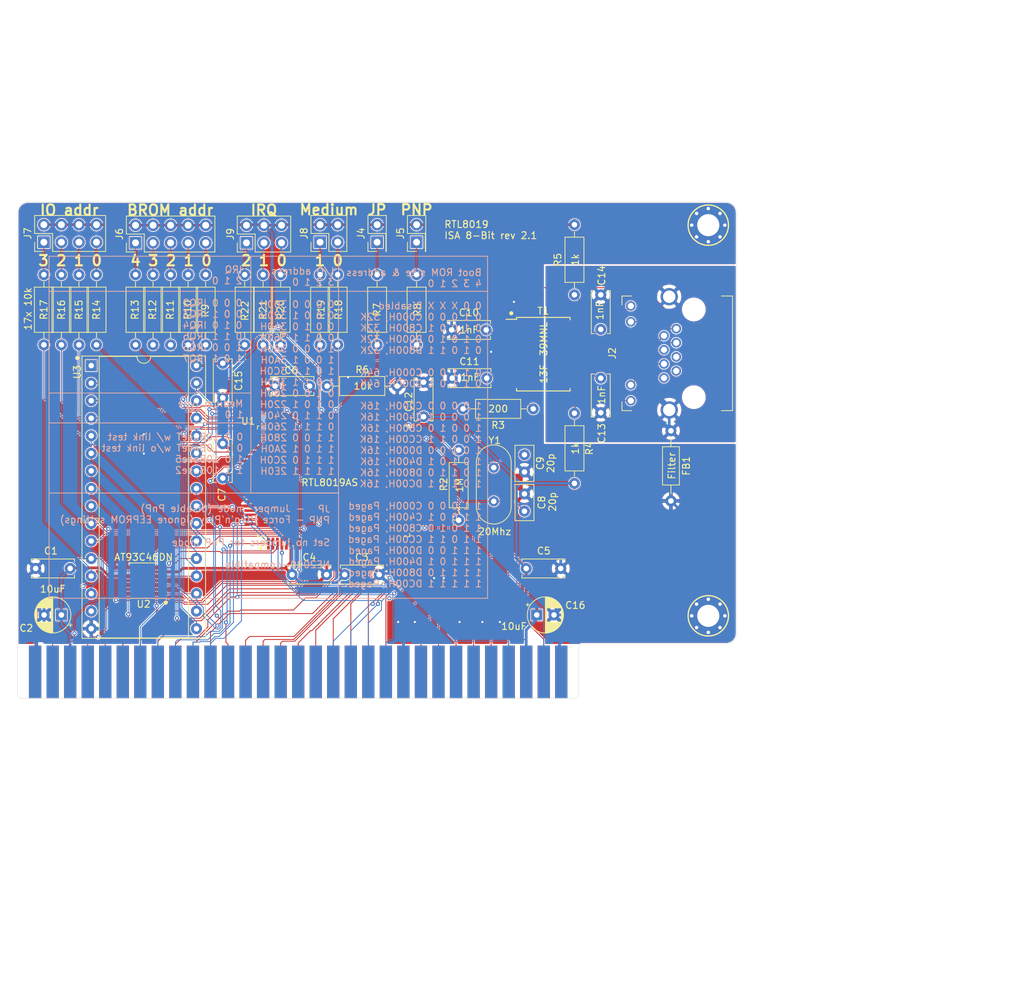
<source format=kicad_pcb>
(kicad_pcb (version 20171130) (host pcbnew 5.1.10-1.fc34)
  (layers (0 F.Cu signal) (31 B.Cu signal) (34 B.Paste user) (35 F.Paste user) (36 B.SilkS user) (37 F.SilkS user) (38 B.Mask user) (39 F.Mask user) (44 Edge.Cuts user))
  (net 0 "")
  (net 1 GND)
  (net 2 +5V)
  (net 3 "Net-(C8-Pad2)")
  (net 4 "Net-(C9-Pad2)")
  (net 5 "Net-(C10-Pad2)")
  (net 6 "Net-(C11-Pad1)")
  (net 7 Earth)
  (net 8 "Net-(C13-Pad1)")
  (net 9 "Net-(C14-Pad2)")
  (net 10 /TPIN-)
  (net 11 /TPIN+)
  (net 12 "Net-(J2-Pad12)")
  (net 13 "Net-(J2-Pad10)")
  (net 14 "Net-(J2-Pad1)")
  (net 15 "Net-(J2-Pad2)")
  (net 16 "Net-(J2-Pad3)")
  (net 17 "Net-(J2-Pad6)")
  (net 18 /TPOUT-)
  (net 19 /TPOUT+)
  (net 20 /ISA_IO_CH_RDY)
  (net 21 /ISA_A1)
  (net 22 /ISA_A0)
  (net 23 /LED1)
  (net 24 /ISA_A17)
  (net 25 /ISA_A3)
  (net 26 /ISA_A19)
  (net 27 /ISA_A18)
  (net 28 /ISA_A13)
  (net 29 /ISA_D6)
  (net 30 /ISA_IRQ4)
  (net 31 /ISA_A5)
  (net 32 /ISA_IRQ2)
  (net 33 /ISA_D1)
  (net 34 /ISA_A6)
  (net 35 /ISA_D2)
  (net 36 /ISA_D3)
  (net 37 /ISA_D4)
  (net 38 /ISA_D5)
  (net 39 /LED0)
  (net 40 /BA16)
  (net 41 /ISA_A4)
  (net 42 /ISA_A16)
  (net 43 /ISA_A15)
  (net 44 /ISA_A14)
  (net 45 /ISA_IRQ5)
  (net 46 /ISA_A2)
  (net 47 /BA15)
  (net 48 /ISA_D7)
  (net 49 /ISA_A12)
  (net 50 /BA14)
  (net 51 /ISA_A11)
  (net 52 /~BCSB)
  (net 53 /EECS)
  (net 54 /ISA_A10)
  (net 55 /ISA_IRQ3)
  (net 56 /ISA_A9)
  (net 57 /ISA_A8)
  (net 58 /ISA_A7)
  (net 59 /~ISA_SMEMR)
  (net 60 /~ISA_IOR)
  (net 61 /~ISA_IOW)
  (net 62 /ISA_AEN)
  (net 63 /ISA_RESET)
  (net 64 /~ISA_SMEMW)
  (net 65 /ISA_D0)
  (net 66 /AUI)
  (net 67 "Net-(J4-Pad1)")
  (net 68 "Net-(J5-Pad1)")
  (net 69 "Net-(J6-Pad5)")
  (net 70 "Net-(J6-Pad3)")
  (net 71 "Net-(J6-Pad1)")
  (net 72 "Net-(J7-Pad3)")
  (net 73 "Net-(J7-Pad1)")
  (net 74 "Net-(J8-Pad1)")
  (net 75 "Net-(J9-Pad3)")
  (net 76 "Net-(J9-Pad1)")
  (net 77 /JP)
  (net 78 /PNP)
  (net 79 /BS0)
  (net 80 /BS1)
  (net 81 /BS2)
  (net 82 /BS3)
  (net 83 /BD3)
  (net 84 /BD2)
  (net 85 /BD1)
  (net 86 /BD0)
  (net 87 /BD7)
  (net 88 /BD6)
  (net 89 /BD5)
  (net 90 /BD4)
  (net 91 "Net-(J6-Pad7)")
  (net 92 "Net-(J6-Pad9)")
  (net 93 "Net-(J7-Pad5)")
  (net 94 "Net-(J7-Pad7)")
  (net 95 "Net-(J8-Pad3)")
  (net 96 /ISA_IRQ6)
  (net 97 /ISA_IRQ7)
  (net 98 "Net-(J9-Pad5)")
  (module Custom_Connectors:MNT_KEYSTONE_9202-1 (layer F.Cu) (at 160.334 113.326)
    (fp_text reference REF** hide)
    (fp_text value MNT_KEYSTONE_9202-1 hide)
  )
  (module Resistor_THT:R_Axial_DIN0207_L6.3mm_D2.5mm_P10.16mm_Horizontal (layer F.Cu) (at 111.947 69.765 90)
    (fp_text reference R22 (at 4.916 0.046 90) (layer F.SilkS))
    (fp_text value 10k)
    (pad 2 thru_hole oval (at 10.16 0 90) (size 1.6 1.6) (drill 0.8) (layers *.Cu *.Mask) (net 76 "Net-(J9-Pad1)"))
    (pad 1 thru_hole circle (at 0 0 90) (size 1.6 1.6) (drill 0.8) (layers *.Cu *.Mask) (net 90 /BD4))
  )
  (module Connector_PinHeader_2.54mm:PinHeader_2x03_P2.54mm_Vertical (layer F.Cu) (at 112.201 54.991 90)
    (fp_text reference J9 (at 1.27 -2.33 90) (layer F.SilkS))
    (fp_text value "IRQ Select")
    (pad 6 thru_hole oval (at 2.54 5.08 90) (size 1.7 1.7) (drill 1) (layers *.Cu *.Mask) (net 2 +5V))
    (pad 5 thru_hole oval (at 0 5.08 90) (size 1.7 1.7) (drill 1) (layers *.Cu *.Mask) (net 98 "Net-(J9-Pad5)"))
    (pad 4 thru_hole oval (at 2.54 2.54 90) (size 1.7 1.7) (drill 1) (layers *.Cu *.Mask) (net 2 +5V))
    (pad 3 thru_hole oval (at 0 2.54 90) (size 1.7 1.7) (drill 1) (layers *.Cu *.Mask) (net 75 "Net-(J9-Pad3)"))
    (pad 2 thru_hole oval (at 2.54 0 90) (size 1.7 1.7) (drill 1) (layers *.Cu *.Mask) (net 2 +5V))
    (pad 1 thru_hole rect (at 0 0 90) (size 1.7 1.7) (drill 1) (layers *.Cu *.Mask) (net 76 "Net-(J9-Pad1)"))
  )
  (module Package_DIP:DIP-32_W15.24mm_Socket (layer F.Cu) (at 89.722 72.773)
    (fp_text reference U3 (at -2.032 0.929 90) (layer F.SilkS))
    (fp_text value "SST39SF010 / MX29F001T")
    (pad 32 thru_hole oval (at 15.24 0) (size 1.6 1.6) (drill 0.8) (layers *.Cu *.Mask) (net 2 +5V))
    (pad 16 thru_hole oval (at 0 38.1) (size 1.6 1.6) (drill 0.8) (layers *.Cu *.Mask) (net 1 GND))
    (pad 31 thru_hole oval (at 15.24 2.54) (size 1.6 1.6) (drill 0.8) (layers *.Cu *.Mask) (net 64 /~ISA_SMEMW))
    (pad 15 thru_hole oval (at 0 35.56) (size 1.6 1.6) (drill 0.8) (layers *.Cu *.Mask) (net 84 /BD2))
    (pad 30 thru_hole oval (at 15.24 5.08) (size 1.6 1.6) (drill 0.8) (layers *.Cu *.Mask))
    (pad 14 thru_hole oval (at 0 33.02) (size 1.6 1.6) (drill 0.8) (layers *.Cu *.Mask) (net 85 /BD1))
    (pad 29 thru_hole oval (at 15.24 7.62) (size 1.6 1.6) (drill 0.8) (layers *.Cu *.Mask) (net 40 /BA16))
    (pad 13 thru_hole oval (at 0 30.48) (size 1.6 1.6) (drill 0.8) (layers *.Cu *.Mask) (net 86 /BD0))
    (pad 28 thru_hole oval (at 15.24 10.16) (size 1.6 1.6) (drill 0.8) (layers *.Cu *.Mask) (net 28 /ISA_A13))
    (pad 12 thru_hole oval (at 0 27.94) (size 1.6 1.6) (drill 0.8) (layers *.Cu *.Mask) (net 22 /ISA_A0))
    (pad 27 thru_hole oval (at 15.24 12.7) (size 1.6 1.6) (drill 0.8) (layers *.Cu *.Mask) (net 57 /ISA_A8))
    (pad 11 thru_hole oval (at 0 25.4) (size 1.6 1.6) (drill 0.8) (layers *.Cu *.Mask) (net 21 /ISA_A1))
    (pad 26 thru_hole oval (at 15.24 15.24) (size 1.6 1.6) (drill 0.8) (layers *.Cu *.Mask) (net 56 /ISA_A9))
    (pad 10 thru_hole oval (at 0 22.86) (size 1.6 1.6) (drill 0.8) (layers *.Cu *.Mask) (net 46 /ISA_A2))
    (pad 25 thru_hole oval (at 15.24 17.78) (size 1.6 1.6) (drill 0.8) (layers *.Cu *.Mask) (net 51 /ISA_A11))
    (pad 9 thru_hole oval (at 0 20.32) (size 1.6 1.6) (drill 0.8) (layers *.Cu *.Mask) (net 25 /ISA_A3))
    (pad 24 thru_hole oval (at 15.24 20.32) (size 1.6 1.6) (drill 0.8) (layers *.Cu *.Mask) (net 59 /~ISA_SMEMR))
    (pad 8 thru_hole oval (at 0 17.78) (size 1.6 1.6) (drill 0.8) (layers *.Cu *.Mask) (net 41 /ISA_A4))
    (pad 23 thru_hole oval (at 15.24 22.86) (size 1.6 1.6) (drill 0.8) (layers *.Cu *.Mask) (net 54 /ISA_A10))
    (pad 7 thru_hole oval (at 0 15.24) (size 1.6 1.6) (drill 0.8) (layers *.Cu *.Mask) (net 31 /ISA_A5))
    (pad 22 thru_hole oval (at 15.24 25.4) (size 1.6 1.6) (drill 0.8) (layers *.Cu *.Mask) (net 52 /~BCSB))
    (pad 6 thru_hole oval (at 0 12.7) (size 1.6 1.6) (drill 0.8) (layers *.Cu *.Mask) (net 34 /ISA_A6))
    (pad 21 thru_hole oval (at 15.24 27.94) (size 1.6 1.6) (drill 0.8) (layers *.Cu *.Mask) (net 87 /BD7))
    (pad 5 thru_hole oval (at 0 10.16) (size 1.6 1.6) (drill 0.8) (layers *.Cu *.Mask) (net 58 /ISA_A7))
    (pad 20 thru_hole oval (at 15.24 30.48) (size 1.6 1.6) (drill 0.8) (layers *.Cu *.Mask) (net 88 /BD6))
    (pad 4 thru_hole oval (at 0 7.62) (size 1.6 1.6) (drill 0.8) (layers *.Cu *.Mask) (net 49 /ISA_A12))
    (pad 19 thru_hole oval (at 15.24 33.02) (size 1.6 1.6) (drill 0.8) (layers *.Cu *.Mask) (net 89 /BD5))
    (pad 3 thru_hole oval (at 0 5.08) (size 1.6 1.6) (drill 0.8) (layers *.Cu *.Mask) (net 47 /BA15))
    (pad 18 thru_hole oval (at 15.24 35.56) (size 1.6 1.6) (drill 0.8) (layers *.Cu *.Mask) (net 90 /BD4))
    (pad 2 thru_hole oval (at 0 2.54) (size 1.6 1.6) (drill 0.8) (layers *.Cu *.Mask) (net 50 /BA14))
    (pad 17 thru_hole oval (at 15.24 38.1) (size 1.6 1.6) (drill 0.8) (layers *.Cu *.Mask) (net 83 /BD3))
    (pad 1 thru_hole rect (at 0 0) (size 1.6 1.6) (drill 0.8) (layers *.Cu *.Mask))
  )
  (module Capacitor_THT:CP_Radial_D5.0mm_P2.50mm (layer F.Cu) (at 154.238 108.881)
    (fp_text reference C16 (at 5.588 -1.397) (layer F.SilkS))
    (fp_text value 10uF (at -3.302 1.651) (layer F.SilkS))
    (pad 2 thru_hole circle (at 2.5 0) (size 1.6 1.6) (drill 0.8) (layers *.Cu *.Mask) (net 1 GND))
    (pad 1 thru_hole rect (at 0 0) (size 1.6 1.6) (drill 0.8) (layers *.Cu *.Mask) (net 2 +5V))
  )
  (module Crystal:Crystal_HC49-4H_Vertical (layer F.Cu) (at 148.015 87.545 270)
    (fp_text reference Y1 (at -3.937 -0.127) (layer F.SilkS))
    (fp_text value 20Mhz (at 9.271 -0.127) (layer F.SilkS))
    (pad 2 thru_hole circle (at 4.88 0 270) (size 1.5 1.5) (drill 0.8) (layers *.Cu *.Mask) (net 3 "Net-(C8-Pad2)"))
    (pad 1 thru_hole circle (at 0 0 270) (size 1.5 1.5) (drill 0.8) (layers *.Cu *.Mask) (net 4 "Net-(C9-Pad2)"))
  )
  (module Resistor_THT:R_Axial_DIN0207_L6.3mm_D2.5mm_P10.16mm_Horizontal (layer F.Cu) (at 114.614 69.765 90)
    (fp_text reference R21 (at 5.08 0 90) (layer F.SilkS))
    (fp_text value 10k)
    (pad 2 thru_hole oval (at 10.16 0 90) (size 1.6 1.6) (drill 0.8) (layers *.Cu *.Mask) (net 75 "Net-(J9-Pad3)"))
    (pad 1 thru_hole circle (at 0 0 90) (size 1.6 1.6) (drill 0.8) (layers *.Cu *.Mask) (net 89 /BD5))
  )
  (module Resistor_THT:R_Axial_DIN0207_L6.3mm_D2.5mm_P10.16mm_Horizontal (layer F.Cu) (at 117.154 69.765 90)
    (fp_text reference R20 (at 5.08 0 90) (layer F.SilkS))
    (fp_text value 10k)
    (pad 2 thru_hole oval (at 10.16 0 90) (size 1.6 1.6) (drill 0.8) (layers *.Cu *.Mask) (net 98 "Net-(J9-Pad5)"))
    (pad 1 thru_hole circle (at 0 0 90) (size 1.6 1.6) (drill 0.8) (layers *.Cu *.Mask) (net 88 /BD6))
  )
  (module Resistor_THT:R_Axial_DIN0207_L6.3mm_D2.5mm_P10.16mm_Horizontal (layer F.Cu) (at 122.869 69.765 90)
    (fp_text reference R19 (at 5.08 0.127 90) (layer F.SilkS))
    (fp_text value 10k)
    (pad 2 thru_hole oval (at 10.16 0 90) (size 1.6 1.6) (drill 0.8) (layers *.Cu *.Mask) (net 74 "Net-(J8-Pad1)"))
    (pad 1 thru_hole circle (at 0 0 90) (size 1.6 1.6) (drill 0.8) (layers *.Cu *.Mask) (net 87 /BD7))
  )
  (module Resistor_THT:R_Axial_DIN0207_L6.3mm_D2.5mm_P10.16mm_Horizontal (layer F.Cu) (at 125.409 69.765 90)
    (fp_text reference R18 (at 5.08 0.127 90) (layer F.SilkS))
    (fp_text value 10k)
    (pad 2 thru_hole oval (at 10.16 0 90) (size 1.6 1.6) (drill 0.8) (layers *.Cu *.Mask) (net 95 "Net-(J8-Pad3)"))
    (pad 1 thru_hole circle (at 0 0 90) (size 1.6 1.6) (drill 0.8) (layers *.Cu *.Mask) (net 50 /BA14))
  )
  (module Resistor_THT:R_Axial_DIN0207_L6.3mm_D2.5mm_P10.16mm_Horizontal (layer F.Cu) (at 82.864 69.765 90)
    (fp_text reference R17 (at 5.08 0 90) (layer F.SilkS))
    (fp_text value 10k)
    (pad 2 thru_hole oval (at 10.16 0 90) (size 1.6 1.6) (drill 0.8) (layers *.Cu *.Mask) (net 73 "Net-(J7-Pad1)"))
    (pad 1 thru_hole circle (at 0 0 90) (size 1.6 1.6) (drill 0.8) (layers *.Cu *.Mask) (net 86 /BD0))
  )
  (module Resistor_THT:R_Axial_DIN0207_L6.3mm_D2.5mm_P10.16mm_Horizontal (layer F.Cu) (at 85.404 69.765 90)
    (fp_text reference R16 (at 5.08 0 90) (layer F.SilkS))
    (fp_text value 10k)
    (pad 2 thru_hole oval (at 10.16 0 90) (size 1.6 1.6) (drill 0.8) (layers *.Cu *.Mask) (net 72 "Net-(J7-Pad3)"))
    (pad 1 thru_hole circle (at 0 0 90) (size 1.6 1.6) (drill 0.8) (layers *.Cu *.Mask) (net 85 /BD1))
  )
  (module Resistor_THT:R_Axial_DIN0207_L6.3mm_D2.5mm_P10.16mm_Horizontal (layer F.Cu) (at 87.944 69.765 90)
    (fp_text reference R15 (at 5.08 0 90) (layer F.SilkS))
    (fp_text value 10k)
    (pad 2 thru_hole oval (at 10.16 0 90) (size 1.6 1.6) (drill 0.8) (layers *.Cu *.Mask) (net 93 "Net-(J7-Pad5)"))
    (pad 1 thru_hole circle (at 0 0 90) (size 1.6 1.6) (drill 0.8) (layers *.Cu *.Mask) (net 84 /BD2))
  )
  (module Resistor_THT:R_Axial_DIN0207_L6.3mm_D2.5mm_P10.16mm_Horizontal (layer F.Cu) (at 90.484 69.765 90)
    (fp_text reference R14 (at 5.08 0 90) (layer F.SilkS))
    (fp_text value 10k)
    (pad 2 thru_hole oval (at 10.16 0 90) (size 1.6 1.6) (drill 0.8) (layers *.Cu *.Mask) (net 94 "Net-(J7-Pad7)"))
    (pad 1 thru_hole circle (at 0 0 90) (size 1.6 1.6) (drill 0.8) (layers *.Cu *.Mask) (net 83 /BD3))
  )
  (module Resistor_THT:R_Axial_DIN0207_L6.3mm_D2.5mm_P10.16mm_Horizontal (layer F.Cu) (at 96.139 69.765 90)
    (fp_text reference R13 (at 5.08 -0.067 90) (layer F.SilkS))
    (fp_text value 10k)
    (pad 2 thru_hole oval (at 10.16 0 90) (size 1.6 1.6) (drill 0.8) (layers *.Cu *.Mask) (net 71 "Net-(J6-Pad1)"))
    (pad 1 thru_hole circle (at 0 0 90) (size 1.6 1.6) (drill 0.8) (layers *.Cu *.Mask) (net 40 /BA16))
  )
  (module Resistor_THT:R_Axial_DIN0207_L6.3mm_D2.5mm_P10.16mm_Horizontal (layer F.Cu) (at 98.679 69.765 90)
    (fp_text reference R12 (at 5.08 -0.067 90) (layer F.SilkS))
    (fp_text value 10k)
    (pad 2 thru_hole oval (at 10.16 0 90) (size 1.6 1.6) (drill 0.8) (layers *.Cu *.Mask) (net 70 "Net-(J6-Pad3)"))
    (pad 1 thru_hole circle (at 0 0 90) (size 1.6 1.6) (drill 0.8) (layers *.Cu *.Mask) (net 82 /BS3))
  )
  (module Resistor_THT:R_Axial_DIN0207_L6.3mm_D2.5mm_P10.16mm_Horizontal (layer F.Cu) (at 101.219 69.765 90)
    (fp_text reference R11 (at 5.08 -0.067 90) (layer F.SilkS))
    (fp_text value 10k)
    (pad 2 thru_hole oval (at 10.16 0 90) (size 1.6 1.6) (drill 0.8) (layers *.Cu *.Mask) (net 69 "Net-(J6-Pad5)"))
    (pad 1 thru_hole circle (at 0 0 90) (size 1.6 1.6) (drill 0.8) (layers *.Cu *.Mask) (net 81 /BS2))
  )
  (module Resistor_THT:R_Axial_DIN0207_L6.3mm_D2.5mm_P10.16mm_Horizontal (layer F.Cu) (at 103.759 69.765 90)
    (fp_text reference R10 (at 5.08 -0.067 90) (layer F.SilkS))
    (fp_text value 10k)
    (pad 2 thru_hole oval (at 10.16 0 90) (size 1.6 1.6) (drill 0.8) (layers *.Cu *.Mask) (net 91 "Net-(J6-Pad7)"))
    (pad 1 thru_hole circle (at 0 0 90) (size 1.6 1.6) (drill 0.8) (layers *.Cu *.Mask) (net 80 /BS1))
  )
  (module Resistor_THT:R_Axial_DIN0207_L6.3mm_D2.5mm_P10.16mm_Horizontal (layer F.Cu) (at 106.299 69.765 90)
    (fp_text reference R9 (at 4.953 -0.067 90) (layer F.SilkS))
    (fp_text value 10k)
    (pad 2 thru_hole oval (at 10.16 0 90) (size 1.6 1.6) (drill 0.8) (layers *.Cu *.Mask) (net 92 "Net-(J6-Pad9)"))
    (pad 1 thru_hole circle (at 0 0 90) (size 1.6 1.6) (drill 0.8) (layers *.Cu *.Mask) (net 79 /BS0))
  )
  (module Resistor_THT:R_Axial_DIN0207_L6.3mm_D2.5mm_P10.16mm_Horizontal (layer F.Cu) (at 136.839 69.765 90)
    (fp_text reference R8 (at 5.08 0.127 90) (layer F.SilkS))
    (fp_text value 10k)
    (pad 2 thru_hole oval (at 10.16 0 90) (size 1.6 1.6) (drill 0.8) (layers *.Cu *.Mask) (net 68 "Net-(J5-Pad1)"))
    (pad 1 thru_hole circle (at 0 0 90) (size 1.6 1.6) (drill 0.8) (layers *.Cu *.Mask) (net 78 /PNP))
  )
  (module Resistor_THT:R_Axial_DIN0207_L6.3mm_D2.5mm_P10.16mm_Horizontal (layer F.Cu) (at 131.124 69.765 90)
    (fp_text reference R7 (at 5.08 0 90) (layer F.SilkS))
    (fp_text value 10k)
    (pad 2 thru_hole oval (at 10.16 0 90) (size 1.6 1.6) (drill 0.8) (layers *.Cu *.Mask) (net 67 "Net-(J4-Pad1)"))
    (pad 1 thru_hole circle (at 0 0 90) (size 1.6 1.6) (drill 0.8) (layers *.Cu *.Mask) (net 77 /JP))
  )
  (module Resistor_THT:R_Axial_DIN0207_L6.3mm_D2.5mm_P10.16mm_Horizontal (layer F.Cu) (at 123.885 75.734)
    (fp_text reference R6 (at 5.08 -2.37) (layer F.SilkS))
    (fp_text value 10k (at 5.207 0) (layer F.SilkS))
    (pad 2 thru_hole oval (at 10.16 0) (size 1.6 1.6) (drill 0.8) (layers *.Cu *.Mask) (net 1 GND))
    (pad 1 thru_hole circle (at 0 0) (size 1.6 1.6) (drill 0.8) (layers *.Cu *.Mask) (net 66 /AUI))
  )
  (module Resistor_THT:R_Axial_DIN0207_L6.3mm_D2.5mm_P10.16mm_Horizontal (layer F.Cu) (at 159.699 52.366 270)
    (fp_text reference R5 (at 5.08 2.413 90) (layer F.SilkS))
    (fp_text value 1k (at 5.08 -0.127 90) (layer F.SilkS))
    (pad 2 thru_hole oval (at 10.16 0 270) (size 1.6 1.6) (drill 0.8) (layers *.Cu *.Mask) (net 13 "Net-(J2-Pad10)"))
    (pad 1 thru_hole circle (at 0 0 270) (size 1.6 1.6) (drill 0.8) (layers *.Cu *.Mask) (net 2 +5V))
  )
  (module Resistor_THT:R_Axial_DIN0207_L6.3mm_D2.5mm_P10.16mm_Horizontal (layer F.Cu) (at 159.699 89.831 90)
    (fp_text reference R4 (at 5.08 2.159 90) (layer F.SilkS))
    (fp_text value 1k (at 5.08 0.127 90) (layer F.SilkS))
    (pad 2 thru_hole oval (at 10.16 0 90) (size 1.6 1.6) (drill 0.8) (layers *.Cu *.Mask) (net 12 "Net-(J2-Pad12)"))
    (pad 1 thru_hole circle (at 0 0 90) (size 1.6 1.6) (drill 0.8) (layers *.Cu *.Mask) (net 2 +5V))
  )
  (module Resistor_THT:R_Axial_DIN0207_L6.3mm_D2.5mm_P10.16mm_Horizontal (layer F.Cu) (at 153.73 79.036 180)
    (fp_text reference R3 (at 5.08 -2.37) (layer F.SilkS))
    (fp_text value 200 (at 5.08 0) (layer F.SilkS))
    (pad 2 thru_hole oval (at 10.16 0 180) (size 1.6 1.6) (drill 0.8) (layers *.Cu *.Mask) (net 10 /TPIN-))
    (pad 1 thru_hole circle (at 0 0 180) (size 1.6 1.6) (drill 0.8) (layers *.Cu *.Mask) (net 11 /TPIN+))
  )
  (module Resistor_THT:R_Axial_DIN0207_L6.3mm_D2.5mm_P10.16mm_Horizontal (layer F.Cu) (at 142.935 95.165 90)
    (fp_text reference R2 (at 5.207 -2.159 90) (layer F.SilkS))
    (fp_text value 1M (at 5.08 0.127 90) (layer F.SilkS))
    (pad 2 thru_hole oval (at 10.16 0 90) (size 1.6 1.6) (drill 0.8) (layers *.Cu *.Mask) (net 4 "Net-(C9-Pad2)"))
    (pad 1 thru_hole circle (at 0 0 90) (size 1.6 1.6) (drill 0.8) (layers *.Cu *.Mask) (net 3 "Net-(C8-Pad2)"))
  )
  (module Inductor_THT:L_Axial_L5.3mm_D2.2mm_P10.16mm_Horizontal_Vishay_IM-1 (layer F.Cu) (at 173.669 82.211 270)
    (fp_text reference FB1 (at 5.08 -2.22 90) (layer F.SilkS))
    (fp_text value Filter (at 5.08 -0.127 90) (layer F.SilkS))
    (pad 2 thru_hole oval (at 10.16 0 270) (size 1.6 1.6) (drill 0.8) (layers *.Cu *.Mask) (net 1 GND))
    (pad 1 thru_hole circle (at 0 0 270) (size 1.6 1.6) (drill 0.8) (layers *.Cu *.Mask) (net 7 Earth))
  )
  (module Capacitor_THT:C_Disc_D6.0mm_W2.5mm_P5.00mm (layer F.Cu) (at 108.772 72.432 270)
    (fp_text reference C15 (at 2.54 -2.286 90) (layer F.SilkS))
    (fp_text value 100n)
    (pad 2 thru_hole circle (at 5 0 270) (size 1.6 1.6) (drill 0.8) (layers *.Cu *.Mask) (net 1 GND))
    (pad 1 thru_hole circle (at 0 0 270) (size 1.6 1.6) (drill 0.8) (layers *.Cu *.Mask) (net 2 +5V))
  )
  (module Capacitor_THT:C_Disc_D6.0mm_W2.5mm_P5.00mm (layer F.Cu) (at 163.509 62.526 270)
    (fp_text reference C14 (at -2.794 -0.127 90) (layer F.SilkS))
    (fp_text value 1nF (at 2.286 0.127 90) (layer F.SilkS))
    (pad 2 thru_hole circle (at 5 0 270) (size 1.6 1.6) (drill 0.8) (layers *.Cu *.Mask) (net 9 "Net-(C14-Pad2)"))
    (pad 1 thru_hole circle (at 0 0 270) (size 1.6 1.6) (drill 0.8) (layers *.Cu *.Mask) (net 7 Earth))
  )
  (module Capacitor_THT:C_Disc_D6.0mm_W2.5mm_P5.00mm (layer F.Cu) (at 163.509 74.591 270)
    (fp_text reference C13 (at 8.001 -0.127 90) (layer F.SilkS))
    (fp_text value 1nF (at 2.413 -0.127 90) (layer F.SilkS))
    (pad 2 thru_hole circle (at 5 0 270) (size 1.6 1.6) (drill 0.8) (layers *.Cu *.Mask) (net 7 Earth))
    (pad 1 thru_hole circle (at 0 0 270) (size 1.6 1.6) (drill 0.8) (layers *.Cu *.Mask) (net 8 "Net-(C13-Pad1)"))
  )
  (module Capacitor_THT:C_Disc_D6.0mm_W2.5mm_P5.00mm (layer F.Cu) (at 137.855 80.179 90)
    (fp_text reference C12 (at 2.159 -2.159 90) (layer F.SilkS))
    (fp_text value 100n)
    (pad 2 thru_hole circle (at 5 0 90) (size 1.6 1.6) (drill 0.8) (layers *.Cu *.Mask) (net 1 GND))
    (pad 1 thru_hole circle (at 0 0 90) (size 1.6 1.6) (drill 0.8) (layers *.Cu *.Mask) (net 2 +5V))
  )
  (module Capacitor_THT:C_Disc_D6.0mm_W2.5mm_P5.00mm (layer F.Cu) (at 146.999 74.591 180)
    (fp_text reference C11 (at 2.5 2.413) (layer F.SilkS))
    (fp_text value 1nF)
    (pad 2 thru_hole circle (at 5 0 180) (size 1.6 1.6) (drill 0.8) (layers *.Cu *.Mask) (net 1 GND))
    (pad 1 thru_hole circle (at 0 0 180) (size 1.6 1.6) (drill 0.8) (layers *.Cu *.Mask) (net 6 "Net-(C11-Pad1)"))
  )
  (module Capacitor_THT:C_Disc_D6.0mm_W2.5mm_P5.00mm (layer F.Cu) (at 141.919 67.606)
    (fp_text reference C10 (at 2.5 -2.5) (layer F.SilkS))
    (fp_text value 1nF (at 2.5 0) (layer F.SilkS))
    (pad 2 thru_hole circle (at 5 0) (size 1.6 1.6) (drill 0.8) (layers *.Cu *.Mask) (net 5 "Net-(C10-Pad2)"))
    (pad 1 thru_hole circle (at 0 0) (size 1.6 1.6) (drill 0.8) (layers *.Cu *.Mask) (net 1 GND))
  )
  (module Capacitor_THT:C_Disc_D5.0mm_W2.5mm_P2.50mm (layer F.Cu) (at 152.46 88.18 90)
    (fp_text reference C9 (at 1.27 2.286 90) (layer F.SilkS))
    (fp_text value 20p (at 1.27 3.81 90) (layer F.SilkS))
    (pad 2 thru_hole circle (at 2.5 0 90) (size 1.6 1.6) (drill 0.8) (layers *.Cu *.Mask) (net 4 "Net-(C9-Pad2)"))
    (pad 1 thru_hole circle (at 0 0 90) (size 1.6 1.6) (drill 0.8) (layers *.Cu *.Mask) (net 1 GND))
  )
  (module Capacitor_THT:C_Disc_D5.0mm_W2.5mm_P2.50mm (layer F.Cu) (at 152.46 91.355 270)
    (fp_text reference C8 (at 1.25 -2.5 90) (layer F.SilkS))
    (fp_text value 20p (at 1.143 -4.064 90) (layer F.SilkS))
    (pad 2 thru_hole circle (at 2.5 0 270) (size 1.6 1.6) (drill 0.8) (layers *.Cu *.Mask) (net 3 "Net-(C8-Pad2)"))
    (pad 1 thru_hole circle (at 0 0 270) (size 1.6 1.6) (drill 0.8) (layers *.Cu *.Mask) (net 1 GND))
  )
  (module Capacitor_THT:C_Disc_D6.0mm_W2.5mm_P5.00mm (layer F.Cu) (at 108.772 89.069 90)
    (fp_text reference C7 (at -2.413 -0.127 90) (layer F.SilkS))
    (fp_text value 100n)
    (pad 2 thru_hole circle (at 5 0 90) (size 1.6 1.6) (drill 0.8) (layers *.Cu *.Mask) (net 1 GND))
    (pad 1 thru_hole circle (at 0 0 90) (size 1.6 1.6) (drill 0.8) (layers *.Cu *.Mask) (net 2 +5V))
  )
  (module Capacitor_THT:C_Disc_D6.0mm_W2.5mm_P5.00mm (layer F.Cu) (at 121.345 75.734 180)
    (fp_text reference C6 (at 2.667 2.286) (layer F.SilkS))
    (fp_text value 100n)
    (pad 2 thru_hole circle (at 5 0 180) (size 1.6 1.6) (drill 0.8) (layers *.Cu *.Mask) (net 1 GND))
    (pad 1 thru_hole circle (at 0 0 180) (size 1.6 1.6) (drill 0.8) (layers *.Cu *.Mask) (net 2 +5V))
  )
  (module Capacitor_THT:C_Disc_D6.0mm_W2.5mm_P5.00mm (layer F.Cu) (at 152.714 102.15)
    (fp_text reference C5 (at 2.54 -2.54) (layer F.SilkS))
    (fp_text value 100n)
    (pad 2 thru_hole circle (at 5 0) (size 1.6 1.6) (drill 0.8) (layers *.Cu *.Mask) (net 1 GND))
    (pad 1 thru_hole circle (at 0 0) (size 1.6 1.6) (drill 0.8) (layers *.Cu *.Mask) (net 2 +5V))
  )
  (module Capacitor_THT:C_Disc_D6.0mm_W2.5mm_P5.00mm (layer F.Cu) (at 118.805 103.039)
    (fp_text reference C4 (at 2.5 -2.5) (layer F.SilkS))
    (fp_text value 100n)
    (pad 2 thru_hole circle (at 5 0) (size 1.6 1.6) (drill 0.8) (layers *.Cu *.Mask) (net 1 GND))
    (pad 1 thru_hole circle (at 0 0) (size 1.6 1.6) (drill 0.8) (layers *.Cu *.Mask) (net 2 +5V))
  )
  (module Capacitor_THT:C_Disc_D6.0mm_W2.5mm_P5.00mm (layer F.Cu) (at 126.425 103.039)
    (fp_text reference C3 (at 2.5 -2.5) (layer F.SilkS))
    (fp_text value 100n)
    (pad 2 thru_hole circle (at 5 0) (size 1.6 1.6) (drill 0.8) (layers *.Cu *.Mask) (net 1 GND))
    (pad 1 thru_hole circle (at 0 0) (size 1.6 1.6) (drill 0.8) (layers *.Cu *.Mask) (net 2 +5V))
  )
  (module Capacitor_THT:CP_Radial_D5.0mm_P2.50mm (layer F.Cu) (at 85.404 108.881 180)
    (fp_text reference C2 (at 5.08 -1.905) (layer F.SilkS))
    (fp_text value 10uF (at 1.25 3.75) (layer F.SilkS))
    (pad 2 thru_hole circle (at 2.5 0 180) (size 1.6 1.6) (drill 0.8) (layers *.Cu *.Mask) (net 1 GND))
    (pad 1 thru_hole rect (at 0 0 180) (size 1.6 1.6) (drill 0.8) (layers *.Cu *.Mask) (net 2 +5V))
  )
  (module Capacitor_THT:C_Disc_D6.0mm_W2.5mm_P5.00mm (layer F.Cu) (at 86.674 102.15 180)
    (fp_text reference C1 (at 2.794 2.54) (layer F.SilkS))
    (fp_text value 100n)
    (pad 2 thru_hole circle (at 5 0 180) (size 1.6 1.6) (drill 0.8) (layers *.Cu *.Mask) (net 1 GND))
    (pad 1 thru_hole circle (at 0 0 180) (size 1.6 1.6) (drill 0.8) (layers *.Cu *.Mask) (net 2 +5V))
  )
  (module My_Components:Conn_Edge_PCB_ISA8 (layer F.Cu) (at 119.694 117.136)
    (fp_text reference J1 hide)
    (fp_text value Bus_ISA_8bit hide)
    (pad 62 connect rect (at -38.1 0) (size 1.778 7.62) (layers F.Cu F.Mask) (net 22 /ISA_A0))
    (pad 61 connect rect (at -35.56 0) (size 1.778 7.62) (layers F.Cu F.Mask) (net 21 /ISA_A1))
    (pad 60 connect rect (at -33.02 0) (size 1.778 7.62) (layers F.Cu F.Mask) (net 46 /ISA_A2))
    (pad 59 connect rect (at -30.48 0) (size 1.778 7.62) (layers F.Cu F.Mask) (net 25 /ISA_A3))
    (pad 58 connect rect (at -27.94 0) (size 1.778 7.62) (layers F.Cu F.Mask) (net 41 /ISA_A4))
    (pad 57 connect rect (at -25.4 0) (size 1.778 7.62) (layers F.Cu F.Mask) (net 31 /ISA_A5))
    (pad 56 connect rect (at -22.86 0) (size 1.778 7.62) (layers F.Cu F.Mask) (net 34 /ISA_A6))
    (pad 55 connect rect (at -20.32 0) (size 1.778 7.62) (layers F.Cu F.Mask) (net 58 /ISA_A7))
    (pad 54 connect rect (at -17.78 0) (size 1.778 7.62) (layers F.Cu F.Mask) (net 57 /ISA_A8))
    (pad 53 connect rect (at -15.24 0) (size 1.778 7.62) (layers F.Cu F.Mask) (net 56 /ISA_A9))
    (pad 52 connect rect (at -12.7 0) (size 1.778 7.62) (layers F.Cu F.Mask) (net 54 /ISA_A10))
    (pad 51 connect rect (at -10.16 0) (size 1.778 7.62) (layers F.Cu F.Mask) (net 51 /ISA_A11))
    (pad 50 connect rect (at -7.62 0) (size 1.778 7.62) (layers F.Cu F.Mask) (net 49 /ISA_A12))
    (pad 49 connect rect (at -5.08 0) (size 1.778 7.62) (layers F.Cu F.Mask) (net 28 /ISA_A13))
    (pad 48 connect rect (at -2.54 0) (size 1.778 7.62) (layers F.Cu F.Mask) (net 44 /ISA_A14))
    (pad 47 connect rect (at 0 0) (size 1.778 7.62) (layers F.Cu F.Mask) (net 43 /ISA_A15))
    (pad 46 connect rect (at 2.54 0) (size 1.778 7.62) (layers F.Cu F.Mask) (net 42 /ISA_A16))
    (pad 45 connect rect (at 5.08 0) (size 1.778 7.62) (layers F.Cu F.Mask) (net 24 /ISA_A17))
    (pad 44 connect rect (at 7.62 0) (size 1.778 7.62) (layers F.Cu F.Mask) (net 27 /ISA_A18))
    (pad 43 connect rect (at 10.16 0) (size 1.778 7.62) (layers F.Cu F.Mask) (net 26 /ISA_A19))
    (pad 42 connect rect (at 12.7 0) (size 1.778 7.62) (layers F.Cu F.Mask) (net 62 /ISA_AEN))
    (pad 41 connect rect (at 15.24 0) (size 1.778 7.62) (layers F.Cu F.Mask) (net 20 /ISA_IO_CH_RDY))
    (pad 40 connect rect (at 17.78 0) (size 1.778 7.62) (layers F.Cu F.Mask) (net 65 /ISA_D0))
    (pad 39 connect rect (at 20.32 0) (size 1.778 7.62) (layers F.Cu F.Mask) (net 33 /ISA_D1))
    (pad 38 connect rect (at 22.86 0) (size 1.778 7.62) (layers F.Cu F.Mask) (net 35 /ISA_D2))
    (pad 37 connect rect (at 25.4 0) (size 1.778 7.62) (layers F.Cu F.Mask) (net 36 /ISA_D3))
    (pad 36 connect rect (at 27.94 0) (size 1.778 7.62) (layers F.Cu F.Mask) (net 37 /ISA_D4))
    (pad 35 connect rect (at 30.48 0) (size 1.778 7.62) (layers F.Cu F.Mask) (net 38 /ISA_D5))
    (pad 34 connect rect (at 33.02 0) (size 1.778 7.62) (layers F.Cu F.Mask) (net 29 /ISA_D6))
    (pad 33 connect rect (at 35.56 0) (size 1.778 7.62) (layers F.Cu F.Mask) (net 48 /ISA_D7))
    (pad 32 connect rect (at 38.1 0) (size 1.778 7.62) (layers F.Cu F.Mask))
    (pad 31 connect rect (at -38.1 0) (size 1.778 7.62) (layers B.Cu B.Mask) (net 1 GND))
    (pad 30 connect rect (at -35.56 0) (size 1.778 7.62) (layers B.Cu B.Mask))
    (pad 29 connect rect (at -33.02 0) (size 1.778 7.62) (layers B.Cu B.Mask) (net 2 +5V))
    (pad 28 connect rect (at -30.48 0) (size 1.778 7.62) (layers B.Cu B.Mask))
    (pad 27 connect rect (at -27.94 0) (size 1.778 7.62) (layers B.Cu B.Mask))
    (pad 26 connect rect (at -25.4 0) (size 1.778 7.62) (layers B.Cu B.Mask))
    (pad 25 connect rect (at -22.86 0) (size 1.778 7.62) (layers B.Cu B.Mask) (net 55 /ISA_IRQ3))
    (pad 24 connect rect (at -20.32 0) (size 1.778 7.62) (layers B.Cu B.Mask) (net 30 /ISA_IRQ4))
    (pad 23 connect rect (at -17.78 0) (size 1.778 7.62) (layers B.Cu B.Mask) (net 45 /ISA_IRQ5))
    (pad 22 connect rect (at -15.24 0) (size 1.778 7.62) (layers B.Cu B.Mask) (net 96 /ISA_IRQ6))
    (pad 21 connect rect (at -12.7 0) (size 1.778 7.62) (layers B.Cu B.Mask) (net 97 /ISA_IRQ7))
    (pad 20 connect rect (at -10.16 0) (size 1.778 7.62) (layers B.Cu B.Mask))
    (pad 19 connect rect (at -7.62 0) (size 1.778 7.62) (layers B.Cu B.Mask))
    (pad 18 connect rect (at -5.08 0) (size 1.778 7.62) (layers B.Cu B.Mask))
    (pad 17 connect rect (at -2.54 0) (size 1.778 7.62) (layers B.Cu B.Mask))
    (pad 16 connect rect (at 0 0) (size 1.778 7.62) (layers B.Cu B.Mask))
    (pad 15 connect rect (at 2.54 0) (size 1.778 7.62) (layers B.Cu B.Mask))
    (pad 14 connect rect (at 5.08 0) (size 1.778 7.62) (layers B.Cu B.Mask) (net 60 /~ISA_IOR))
    (pad 13 connect rect (at 7.62 0) (size 1.778 7.62) (layers B.Cu B.Mask) (net 61 /~ISA_IOW))
    (pad 12 connect rect (at 10.16 0) (size 1.778 7.62) (layers B.Cu B.Mask) (net 59 /~ISA_SMEMR))
    (pad 11 connect rect (at 12.7 0) (size 1.778 7.62) (layers B.Cu B.Mask) (net 64 /~ISA_SMEMW))
    (pad 10 connect rect (at 15.24 0) (size 1.778 7.62) (layers B.Cu B.Mask) (net 1 GND))
    (pad 9 connect rect (at 17.78 0) (size 1.778 7.62) (layers B.Cu B.Mask))
    (pad 8 connect rect (at 20.32 0) (size 1.778 7.62) (layers B.Cu B.Mask))
    (pad 7 connect rect (at 22.86 0) (size 1.778 7.62) (layers B.Cu B.Mask))
    (pad 6 connect rect (at 25.4 0) (size 1.778 7.62) (layers B.Cu B.Mask))
    (pad 5 connect rect (at 27.94 0) (size 1.778 7.62) (layers B.Cu B.Mask))
    (pad 4 connect rect (at 30.48 0) (size 1.778 7.62) (layers B.Cu B.Mask) (net 32 /ISA_IRQ2))
    (pad 3 connect rect (at 33.02 0) (size 1.778 7.62) (layers B.Cu B.Mask) (net 2 +5V))
    (pad 2 connect rect (at 35.56 0) (size 1.778 7.62) (layers B.Cu B.Mask) (net 63 /ISA_RESET))
    (pad 1 connect rect (at 38.1 0) (size 1.778 7.62) (layers B.Cu B.Mask) (net 1 GND))
  )
  (module Connector_Ethernet:8P8C_yellow_green_Ckmtw_C133529 (layer F.Cu) (at 176.984 70.996 90)
    (fp_text reference J2 (at 0 -11.8 90) (layer F.SilkS))
    (fp_text value 8P8C_Shielded)
    (pad 11 thru_hole circle (at -4.57 -9.12 90) (size 1.4 1.4) (drill 0.9) (layers *.Cu *.Mask) (net 23 /LED1))
    (pad 12 thru_hole circle (at -6.86 -9.12 90) (size 1.4 1.4) (drill 0.9) (layers *.Cu *.Mask) (net 12 "Net-(J2-Pad12)"))
    (pad 10 thru_hole circle (at 4.57 -9.12 90) (size 1.4 1.4) (drill 0.9) (layers *.Cu *.Mask) (net 13 "Net-(J2-Pad10)"))
    (pad 9 thru_hole circle (at 6.86 -9.12 90) (size 1.4 1.4) (drill 0.9) (layers *.Cu *.Mask) (net 39 /LED0))
    (pad 8 thru_hole circle (at -3.57 -4.32 90) (size 1.4 1.4) (drill 0.9) (layers *.Cu *.Mask))
    (pad 7 thru_hole circle (at -2.55 -2.54 90) (size 1.4 1.4) (drill 0.9) (layers *.Cu *.Mask))
    (pad 6 thru_hole circle (at -1.53 -4.32 90) (size 1.4 1.4) (drill 0.9) (layers *.Cu *.Mask) (net 17 "Net-(J2-Pad6)"))
    (pad 5 thru_hole circle (at -0.51 -2.54 90) (size 1.4 1.4) (drill 0.9) (layers *.Cu *.Mask))
    (pad 4 thru_hole circle (at 0.51 -4.32 90) (size 1.4 1.4) (drill 0.9) (layers *.Cu *.Mask))
    (pad 3 thru_hole circle (at 1.53 -2.54 90) (size 1.4 1.4) (drill 0.9) (layers *.Cu *.Mask) (net 16 "Net-(J2-Pad3)"))
    (pad 2 thru_hole circle (at 2.55 -4.32 90) (size 1.4 1.4) (drill 0.9) (layers *.Cu *.Mask) (net 15 "Net-(J2-Pad2)"))
    (pad 1 thru_hole circle (at 3.57 -2.54 90) (size 1.4 1.4) (drill 0.9) (layers *.Cu *.Mask) (net 14 "Net-(J2-Pad1)"))
    (pad SH thru_hole circle (at -8.2 -3.56 90) (size 2.5 2.5) (drill 1.8) (layers *.Cu *.Mask) (net 7 Earth))
    (pad SH thru_hole circle (at 8.2 -3.56 90) (size 2.5 2.5) (drill 1.8) (layers *.Cu *.Mask) (net 7 Earth))
    (pad "" np_thru_hole circle (at -6.35 0 270) (size 3.2 3.2) (drill 3.2) (layers *.Cu *.Mask))
    (pad "" np_thru_hole circle (at 6.35 0 90) (size 3.2 3.2) (drill 3.2) (layers *.Cu *.Mask))
  )
  (module Package_QFP_Realtek:LQFP-14x20mm_P0.5mm (layer F.Cu) (at 124.808 89.529 90)
    (fp_text reference U1 (at 8.715 -12.353 180) (layer F.SilkS))
    (fp_text value RTL8019AS (at -0.175 -0.542 180) (layer F.SilkS))
    (pad 53 smd roundrect (at 9.025 8.125 90) (size 1.75 0.4) (layers F.Cu F.Paste F.Mask))
    (pad 50 smd roundrect (at 6.175 12.125 90) (size 0.4 1.75) (layers F.Cu F.Paste F.Mask) (net 3 "Net-(C8-Pad2)"))
    (pad 51 smd roundrect (at 9.025 9.425 90) (size 1.75 0.4) (layers F.Cu F.Paste F.Mask) (net 4 "Net-(C9-Pad2)"))
    (pad 55 smd roundrect (at 9.025 6.825 90) (size 1.75 0.4) (layers F.Cu F.Paste F.Mask))
    (pad 57 smd roundrect (at 9.025 5.525 90) (size 1.75 0.4) (layers F.Cu F.Paste F.Mask) (net 2 +5V))
    (pad 54 smd roundrect (at 9.025 7.475 90) (size 1.75 0.4) (layers F.Cu F.Paste F.Mask))
    (pad 35 smd roundrect (at -3.575 12.125 90) (size 0.4 1.75) (layers F.Cu F.Paste F.Mask) (net 20 /ISA_IO_CH_RDY))
    (pad 47 smd roundrect (at 4.225 12.125 90) (size 0.4 1.75) (layers F.Cu F.Paste F.Mask) (net 2 +5V))
    (pad 7 smd roundrect (at -9.025 -5.525 90) (size 1.75 0.4) (layers F.Cu F.Paste F.Mask) (net 21 /ISA_A1))
    (pad 6 smd roundrect (at -9.025 -6.175 90) (size 1.75 0.4) (layers F.Cu F.Paste F.Mask) (net 2 +5V))
    (pad 5 smd roundrect (at -9.025 -6.825 90) (size 1.75 0.4) (layers F.Cu F.Paste F.Mask) (net 22 /ISA_A0))
    (pad 62 smd roundrect (at 9.025 2.275 90) (size 1.75 0.4) (layers F.Cu F.Paste F.Mask) (net 23 /LED1))
    (pad 65 smd roundrect (at 9.025 0.325 90) (size 1.75 0.4) (layers F.Cu F.Paste F.Mask) (net 77 /JP))
    (pad 25 smd roundrect (at -9.025 6.175 90) (size 1.75 0.4) (layers F.Cu F.Paste F.Mask) (net 24 /ISA_A17))
    (pad 9 smd roundrect (at -9.025 -4.225 90) (size 1.75 0.4) (layers F.Cu F.Paste F.Mask) (net 25 /ISA_A3))
    (pad 27 smd roundrect (at -9.025 7.475 90) (size 1.75 0.4) (layers F.Cu F.Paste F.Mask) (net 26 /ISA_A19))
    (pad 26 smd roundrect (at -9.025 6.825 90) (size 1.75 0.4) (layers F.Cu F.Paste F.Mask) (net 27 /ISA_A18))
    (pad 44 smd roundrect (at 2.275 12.125 90) (size 0.4 1.75) (layers F.Cu F.Paste F.Mask) (net 1 GND))
    (pad 70 smd roundrect (at 9.025 -2.925 90) (size 1.75 0.4) (layers F.Cu F.Paste F.Mask) (net 2 +5V))
    (pad 21 smd roundrect (at -9.025 3.575 90) (size 1.75 0.4) (layers F.Cu F.Paste F.Mask) (net 28 /ISA_A13))
    (pad 42 smd roundrect (at 0.975 12.125 90) (size 0.4 1.75) (layers F.Cu F.Paste F.Mask) (net 29 /ISA_D6))
    (pad 83 smd roundrect (at 4.875 -12.025 90) (size 0.4 1.75) (layers F.Cu F.Paste F.Mask) (net 1 GND))
    (pad 2 smd roundrect (at -9.025 -8.775 90) (size 1.75 0.4) (layers F.Cu F.Paste F.Mask) (net 30 /ISA_IRQ4))
    (pad 11 smd roundrect (at -9.025 -2.925 90) (size 1.75 0.4) (layers F.Cu F.Paste F.Mask) (net 31 /ISA_A5))
    (pad 58 smd roundrect (at 9.025 4.875 90) (size 1.75 0.4) (layers F.Cu F.Paste F.Mask) (net 10 /TPIN-))
    (pad 45 smd roundrect (at 2.925 12.125 90) (size 0.4 1.75) (layers F.Cu F.Paste F.Mask) (net 19 /TPOUT+))
    (pad 4 smd roundrect (at -9.025 -7.475 90) (size 1.75 0.4) (layers F.Cu F.Paste F.Mask) (net 32 /ISA_IRQ2))
    (pad 37 smd roundrect (at -2.275 12.125 90) (size 0.4 1.75) (layers F.Cu F.Paste F.Mask) (net 33 /ISA_D1))
    (pad 12 smd roundrect (at -9.025 -2.275 90) (size 1.75 0.4) (layers F.Cu F.Paste F.Mask) (net 34 /ISA_A6))
    (pad 38 smd roundrect (at -1.625 12.125 90) (size 0.4 1.75) (layers F.Cu F.Paste F.Mask) (net 35 /ISA_D2))
    (pad 39 smd roundrect (at -0.975 12.125 90) (size 0.4 1.75) (layers F.Cu F.Paste F.Mask) (net 36 /ISA_D3))
    (pad 40 smd roundrect (at -0.325 12.125 90) (size 0.4 1.75) (layers F.Cu F.Paste F.Mask) (net 37 /ISA_D4))
    (pad 41 smd roundrect (at 0.325 12.125 90) (size 0.4 1.75) (layers F.Cu F.Paste F.Mask) (net 38 /ISA_D5))
    (pad 61 smd roundrect (at 9.025 2.925 90) (size 1.75 0.4) (layers F.Cu F.Paste F.Mask) (net 39 /LED0))
    (pad 81 smd roundrect (at 6.175 -12.025 90) (size 0.4 1.75) (layers F.Cu F.Paste F.Mask) (net 83 /BD3))
    (pad 64 smd roundrect (at 9.025 0.975 90) (size 1.75 0.4) (layers F.Cu F.Paste F.Mask) (net 66 /AUI))
    (pad 63 smd roundrect (at 9.025 1.625 90) (size 1.75 0.4) (layers F.Cu F.Paste F.Mask))
    (pad 28 smd roundrect (at -9.025 8.125 90) (size 1.75 0.4) (layers F.Cu F.Paste F.Mask) (net 1 GND))
    (pad 72 smd roundrect (at 9.025 -4.225 90) (size 1.75 0.4) (layers F.Cu F.Paste F.Mask) (net 40 /BA16))
    (pad 69 smd roundrect (at 9.025 -2.275 90) (size 1.75 0.4) (layers F.Cu F.Paste F.Mask) (net 81 /BS2))
    (pad 10 smd roundrect (at -9.025 -3.575 90) (size 1.75 0.4) (layers F.Cu F.Paste F.Mask) (net 41 /ISA_A4))
    (pad 24 smd roundrect (at -9.025 5.525 90) (size 1.75 0.4) (layers F.Cu F.Paste F.Mask) (net 42 /ISA_A16))
    (pad 82 smd roundrect (at 5.525 -12.025 90) (size 0.4 1.75) (layers F.Cu F.Paste F.Mask) (net 84 /BD2))
    (pad 23 smd roundrect (at -9.025 4.875 90) (size 1.75 0.4) (layers F.Cu F.Paste F.Mask) (net 43 /ISA_A15))
    (pad 22 smd roundrect (at -9.025 4.225 90) (size 1.75 0.4) (layers F.Cu F.Paste F.Mask) (net 44 /ISA_A14))
    (pad 1 smd roundrect (at -9.025 -9.425 90) (size 1.75 0.4) (layers F.Cu F.Paste F.Mask) (net 45 /ISA_IRQ5))
    (pad 8 smd roundrect (at -9.025 -4.875 90) (size 1.75 0.4) (layers F.Cu F.Paste F.Mask) (net 46 /ISA_A2))
    (pad 73 smd roundrect (at 9.025 -4.875 90) (size 1.75 0.4) (layers F.Cu F.Paste F.Mask) (net 47 /BA15))
    (pad 71 smd roundrect (at 9.025 -3.575 90) (size 1.75 0.4) (layers F.Cu F.Paste F.Mask) (net 82 /BS3))
    (pad 43 smd roundrect (at 1.625 12.125 90) (size 0.4 1.75) (layers F.Cu F.Paste F.Mask) (net 48 /ISA_D7))
    (pad 56 smd roundrect (at 9.025 6.175 90) (size 1.75 0.4) (layers F.Cu F.Paste F.Mask))
    (pad 84 smd roundrect (at 4.225 -12.025 90) (size 0.4 1.75) (layers F.Cu F.Paste F.Mask) (net 85 /BD1))
    (pad 20 smd roundrect (at -9.025 2.925 90) (size 1.75 0.4) (layers F.Cu F.Paste F.Mask) (net 49 /ISA_A12))
    (pad 74 smd roundrect (at 9.025 -5.525 90) (size 1.75 0.4) (layers F.Cu F.Paste F.Mask) (net 50 /BA14))
    (pad 19 smd roundrect (at -9.025 2.275 90) (size 1.75 0.4) (layers F.Cu F.Paste F.Mask) (net 51 /ISA_A11))
    (pad 46 smd roundrect (at 3.575 12.125 90) (size 0.4 1.75) (layers F.Cu F.Paste F.Mask) (net 18 /TPOUT-))
    (pad 66 smd roundrect (at 9.025 -0.325 90) (size 1.75 0.4) (layers F.Cu F.Paste F.Mask) (net 78 /PNP))
    (pad 67 smd roundrect (at 9.025 -0.975 90) (size 1.75 0.4) (layers F.Cu F.Paste F.Mask) (net 79 /BS0))
    (pad 68 smd roundrect (at 9.025 -1.625 90) (size 1.75 0.4) (layers F.Cu F.Paste F.Mask) (net 80 /BS1))
    (pad 75 smd roundrect (at 9.025 -6.175 90) (size 1.75 0.4) (layers F.Cu F.Paste F.Mask) (net 52 /~BCSB))
    (pad 76 smd roundrect (at 9.025 -6.825 90) (size 1.75 0.4) (layers F.Cu F.Paste F.Mask) (net 53 /EECS))
    (pad 77 smd roundrect (at 9.025 -7.475 90) (size 1.75 0.4) (layers F.Cu F.Paste F.Mask) (net 87 /BD7))
    (pad 78 smd roundrect (at 9.025 -8.125 90) (size 1.75 0.4) (layers F.Cu F.Paste F.Mask) (net 88 /BD6))
    (pad 18 smd roundrect (at -9.025 1.625 90) (size 1.75 0.4) (layers F.Cu F.Paste F.Mask) (net 54 /ISA_A10))
    (pad 60 smd roundrect (at 9.025 3.575 90) (size 1.75 0.4) (layers F.Cu F.Paste F.Mask))
    (pad 3 smd roundrect (at -9.025 -8.125 90) (size 1.75 0.4) (layers F.Cu F.Paste F.Mask) (net 55 /ISA_IRQ3))
    (pad 17 smd roundrect (at -9.025 0.975 90) (size 1.75 0.4) (layers F.Cu F.Paste F.Mask) (net 2 +5V))
    (pad 16 smd roundrect (at -9.025 0.325 90) (size 1.75 0.4) (layers F.Cu F.Paste F.Mask) (net 56 /ISA_A9))
    (pad 15 smd roundrect (at -9.025 -0.325 90) (size 1.75 0.4) (layers F.Cu F.Paste F.Mask) (net 57 /ISA_A8))
    (pad 14 smd roundrect (at -9.025 -0.975 90) (size 1.75 0.4) (layers F.Cu F.Paste F.Mask) (net 1 GND))
    (pad 13 smd roundrect (at -9.025 -1.625 90) (size 1.75 0.4) (layers F.Cu F.Paste F.Mask) (net 58 /ISA_A7))
    (pad 59 smd roundrect (at 9.025 4.225 90) (size 1.75 0.4) (layers F.Cu F.Paste F.Mask) (net 11 /TPIN+))
    (pad 31 smd roundrect (at -6.175 12.125 90) (size 0.4 1.75) (layers F.Cu F.Paste F.Mask) (net 59 /~ISA_SMEMR))
    (pad 29 smd roundrect (at -9.025 8.775 90) (size 1.75 0.4) (layers F.Cu F.Paste F.Mask) (net 60 /~ISA_IOR))
    (pad 30 smd roundrect (at -9.025 9.425 90) (size 1.75 0.4) (layers F.Cu F.Paste F.Mask) (net 61 /~ISA_IOW))
    (pad 96 smd roundrect (at -3.575 -12.025 90) (size 0.4 1.75) (layers F.Cu F.Paste F.Mask) (net 1 GND))
    (pad 97 smd roundrect (at -4.225 -12.025 90) (size 0.4 1.75) (layers F.Cu F.Paste F.Mask))
    (pad 98 smd roundrect (at -4.875 -12.025 90) (size 0.4 1.75) (layers F.Cu F.Paste F.Mask))
    (pad 99 smd roundrect (at -5.525 -12.025 90) (size 0.4 1.75) (layers F.Cu F.Paste F.Mask) (net 97 /ISA_IRQ7))
    (pad 100 smd roundrect (at -6.175 -12.025 90) (size 0.4 1.75) (layers F.Cu F.Paste F.Mask) (net 96 /ISA_IRQ6))
    (pad 90 smd roundrect (at 0.325 -12.025 90) (size 0.4 1.75) (layers F.Cu F.Paste F.Mask))
    (pad 91 smd roundrect (at -0.325 -12.025 90) (size 0.4 1.75) (layers F.Cu F.Paste F.Mask))
    (pad 92 smd roundrect (at -0.975 -12.025 90) (size 0.4 1.75) (layers F.Cu F.Paste F.Mask))
    (pad 93 smd roundrect (at -1.625 -12.025 90) (size 0.4 1.75) (layers F.Cu F.Paste F.Mask))
    (pad 94 smd roundrect (at -2.275 -12.025 90) (size 0.4 1.75) (layers F.Cu F.Paste F.Mask))
    (pad 95 smd roundrect (at -2.925 -12.025 90) (size 0.4 1.75) (layers F.Cu F.Paste F.Mask))
    (pad 85 smd roundrect (at 3.575 -12.025 90) (size 0.4 1.75) (layers F.Cu F.Paste F.Mask) (net 86 /BD0))
    (pad 86 smd roundrect (at 2.925 -12.025 90) (size 0.4 1.75) (layers F.Cu F.Paste F.Mask) (net 1 GND))
    (pad 87 smd roundrect (at 2.275 -12.025 90) (size 0.4 1.75) (layers F.Cu F.Paste F.Mask))
    (pad 88 smd roundrect (at 1.625 -12.025 90) (size 0.4 1.75) (layers F.Cu F.Paste F.Mask))
    (pad 89 smd roundrect (at 0.975 -12.025 90) (size 0.4 1.75) (layers F.Cu F.Paste F.Mask) (net 2 +5V))
    (pad 79 smd roundrect (at 9.025 -8.775 90) (size 1.75 0.4) (layers F.Cu F.Paste F.Mask) (net 89 /BD5))
    (pad 80 smd roundrect (at 9.025 -9.425 90) (size 1.75 0.4) (layers F.Cu F.Paste F.Mask) (net 90 /BD4))
    (pad 34 smd roundrect (at -4.225 12.125 90) (size 0.4 1.75) (layers F.Cu F.Paste F.Mask) (net 62 /ISA_AEN))
    (pad 33 smd roundrect (at -4.875 12.125 90) (size 0.4 1.75) (layers F.Cu F.Paste F.Mask) (net 63 /ISA_RESET))
    (pad 32 smd roundrect (at -5.525 12.125 90) (size 0.4 1.75) (layers F.Cu F.Paste F.Mask) (net 64 /~ISA_SMEMW))
    (pad 36 smd roundrect (at -2.925 12.125 90) (size 0.4 1.75) (layers F.Cu F.Paste F.Mask) (net 65 /ISA_D0))
    (pad 48 smd roundrect (at 4.875 12.125 90) (size 0.4 1.75) (layers F.Cu F.Paste F.Mask))
    (pad 52 smd roundrect (at 9.025 8.775 90) (size 1.75 0.4) (layers F.Cu F.Paste F.Mask) (net 1 GND))
    (pad 49 smd roundrect (at 5.525 12.125 90) (size 0.4 1.75) (layers F.Cu F.Paste F.Mask))
  )
  (module MountingHole:MountingHole_3.2mm_M3_Pad_Via (layer F.Cu) (at 179.08 52.436)
    (fp_text reference H4 hide)
    (fp_text value MountingHole_Pad)
    (pad 1 thru_hole circle (at 1.697056 -1.697056) (size 0.8 0.8) (drill 0.5) (layers *.Cu *.Mask) (net 1 GND))
    (pad 1 thru_hole circle (at 0 -2.4) (size 0.8 0.8) (drill 0.5) (layers *.Cu *.Mask) (net 1 GND))
    (pad 1 thru_hole circle (at -1.697056 -1.697056) (size 0.8 0.8) (drill 0.5) (layers *.Cu *.Mask) (net 1 GND))
    (pad 1 thru_hole circle (at -2.4 0) (size 0.8 0.8) (drill 0.5) (layers *.Cu *.Mask) (net 1 GND))
    (pad 1 thru_hole circle (at -1.697056 1.697056) (size 0.8 0.8) (drill 0.5) (layers *.Cu *.Mask) (net 1 GND))
    (pad 1 thru_hole circle (at 0 2.4) (size 0.8 0.8) (drill 0.5) (layers *.Cu *.Mask) (net 1 GND))
    (pad 1 thru_hole circle (at 1.697056 1.697056) (size 0.8 0.8) (drill 0.5) (layers *.Cu *.Mask) (net 1 GND))
    (pad 1 thru_hole circle (at 2.4 0) (size 0.8 0.8) (drill 0.5) (layers *.Cu *.Mask) (net 1 GND))
    (pad 1 thru_hole circle (at 0 0) (size 6.4 6.4) (drill 3.2) (layers *.Cu *.Mask) (net 1 GND))
  )
  (module MountingHole:MountingHole_3.2mm_M3_Pad_Via (layer F.Cu) (at 179.08 109.008)
    (fp_text reference H3 hide)
    (fp_text value MountingHole_Pad)
    (pad 1 thru_hole circle (at 1.697056 -1.697056) (size 0.8 0.8) (drill 0.5) (layers *.Cu *.Mask) (net 1 GND))
    (pad 1 thru_hole circle (at 0 -2.4) (size 0.8 0.8) (drill 0.5) (layers *.Cu *.Mask) (net 1 GND))
    (pad 1 thru_hole circle (at -1.697056 -1.697056) (size 0.8 0.8) (drill 0.5) (layers *.Cu *.Mask) (net 1 GND))
    (pad 1 thru_hole circle (at -2.4 0) (size 0.8 0.8) (drill 0.5) (layers *.Cu *.Mask) (net 1 GND))
    (pad 1 thru_hole circle (at -1.697056 1.697056) (size 0.8 0.8) (drill 0.5) (layers *.Cu *.Mask) (net 1 GND))
    (pad 1 thru_hole circle (at 0 2.4) (size 0.8 0.8) (drill 0.5) (layers *.Cu *.Mask) (net 1 GND))
    (pad 1 thru_hole circle (at 1.697056 1.697056) (size 0.8 0.8) (drill 0.5) (layers *.Cu *.Mask) (net 1 GND))
    (pad 1 thru_hole circle (at 2.4 0) (size 0.8 0.8) (drill 0.5) (layers *.Cu *.Mask) (net 1 GND))
    (pad 1 thru_hole circle (at 0 0) (size 6.4 6.4) (drill 3.2) (layers *.Cu *.Mask) (net 1 GND))
  )
  (module Connector_PinHeader_2.54mm:PinHeader_2x02_P2.54mm_Vertical (layer F.Cu) (at 122.869 54.906 90)
    (fp_text reference J8 (at 1.27 -2.33 90) (layer F.SilkS))
    (fp_text value "Medium type")
    (pad 1 thru_hole rect (at 0 0 90) (size 1.7 1.7) (drill 1) (layers *.Cu *.Mask) (net 74 "Net-(J8-Pad1)"))
    (pad 2 thru_hole oval (at 2.54 0 90) (size 1.7 1.7) (drill 1) (layers *.Cu *.Mask) (net 2 +5V))
    (pad 3 thru_hole oval (at 0 2.54 90) (size 1.7 1.7) (drill 1) (layers *.Cu *.Mask) (net 95 "Net-(J8-Pad3)"))
    (pad 4 thru_hole oval (at 2.54 2.54 90) (size 1.7 1.7) (drill 1) (layers *.Cu *.Mask) (net 2 +5V))
  )
  (module Connector_PinHeader_2.54mm:PinHeader_2x04_P2.54mm_Vertical (layer F.Cu) (at 82.864 54.906 90)
    (fp_text reference J7 (at 1.27 -2.33 90) (layer F.SilkS))
    (fp_text value "I/O base address")
    (pad 1 thru_hole rect (at 0 0 90) (size 1.7 1.7) (drill 1) (layers *.Cu *.Mask) (net 73 "Net-(J7-Pad1)"))
    (pad 2 thru_hole oval (at 2.54 0 90) (size 1.7 1.7) (drill 1) (layers *.Cu *.Mask) (net 2 +5V))
    (pad 3 thru_hole oval (at 0 2.54 90) (size 1.7 1.7) (drill 1) (layers *.Cu *.Mask) (net 72 "Net-(J7-Pad3)"))
    (pad 4 thru_hole oval (at 2.54 2.54 90) (size 1.7 1.7) (drill 1) (layers *.Cu *.Mask) (net 2 +5V))
    (pad 5 thru_hole oval (at 0 5.08 90) (size 1.7 1.7) (drill 1) (layers *.Cu *.Mask) (net 93 "Net-(J7-Pad5)"))
    (pad 6 thru_hole oval (at 2.54 5.08 90) (size 1.7 1.7) (drill 1) (layers *.Cu *.Mask) (net 2 +5V))
    (pad 7 thru_hole oval (at 0 7.62 90) (size 1.7 1.7) (drill 1) (layers *.Cu *.Mask) (net 94 "Net-(J7-Pad7)"))
    (pad 8 thru_hole oval (at 2.54 7.62 90) (size 1.7 1.7) (drill 1) (layers *.Cu *.Mask) (net 2 +5V))
  )
  (module Connector_PinHeader_2.54mm:PinHeader_2x05_P2.54mm_Vertical (layer F.Cu) (at 96.139 54.991 90)
    (fp_text reference J6 (at 1.27 -2.33 90) (layer F.SilkS))
    (fp_text value "BROM size and base address")
    (pad 1 thru_hole rect (at 0 0 90) (size 1.7 1.7) (drill 1) (layers *.Cu *.Mask) (net 71 "Net-(J6-Pad1)"))
    (pad 2 thru_hole oval (at 2.54 0 90) (size 1.7 1.7) (drill 1) (layers *.Cu *.Mask) (net 2 +5V))
    (pad 3 thru_hole oval (at 0 2.54 90) (size 1.7 1.7) (drill 1) (layers *.Cu *.Mask) (net 70 "Net-(J6-Pad3)"))
    (pad 4 thru_hole oval (at 2.54 2.54 90) (size 1.7 1.7) (drill 1) (layers *.Cu *.Mask) (net 2 +5V))
    (pad 5 thru_hole oval (at 0 5.08 90) (size 1.7 1.7) (drill 1) (layers *.Cu *.Mask) (net 69 "Net-(J6-Pad5)"))
    (pad 6 thru_hole oval (at 2.54 5.08 90) (size 1.7 1.7) (drill 1) (layers *.Cu *.Mask) (net 2 +5V))
    (pad 7 thru_hole oval (at 0 7.62 90) (size 1.7 1.7) (drill 1) (layers *.Cu *.Mask) (net 91 "Net-(J6-Pad7)"))
    (pad 8 thru_hole oval (at 2.54 7.62 90) (size 1.7 1.7) (drill 1) (layers *.Cu *.Mask) (net 2 +5V))
    (pad 9 thru_hole oval (at 0 10.16 90) (size 1.7 1.7) (drill 1) (layers *.Cu *.Mask) (net 92 "Net-(J6-Pad9)"))
    (pad 10 thru_hole oval (at 2.54 10.16 90) (size 1.7 1.7) (drill 1) (layers *.Cu *.Mask) (net 2 +5V))
  )
  (module Connector_PinHeader_2.54mm:PinHeader_2x01_P2.54mm_Vertical (layer F.Cu) (at 136.839 54.906 90)
    (fp_text reference J5 (at 1.27 -2.33 90) (layer F.SilkS))
    (fp_text value "PNP force")
    (pad 1 thru_hole rect (at 0 0 90) (size 1.7 1.7) (drill 1) (layers *.Cu *.Mask) (net 68 "Net-(J5-Pad1)"))
    (pad 2 thru_hole oval (at 2.54 0 90) (size 1.7 1.7) (drill 1) (layers *.Cu *.Mask) (net 2 +5V))
  )
  (module Connector_PinHeader_2.54mm:PinHeader_2x01_P2.54mm_Vertical (layer F.Cu) (at 131.124 54.906 90)
    (fp_text reference J4 (at 1.27 -2.33 90) (layer F.SilkS))
    (fp_text value "Jumper mode")
    (pad 1 thru_hole rect (at 0 0 90) (size 1.7 1.7) (drill 1) (layers *.Cu *.Mask) (net 67 "Net-(J4-Pad1)"))
    (pad 2 thru_hole oval (at 2.54 0 90) (size 1.7 1.7) (drill 1) (layers *.Cu *.Mask) (net 2 +5V))
  )
  (module Package_SO:SOIC-8_3.9x4.9mm_P1.27mm (layer F.Cu) (at 97.312 103.913 180)
    (fp_text reference U2 (at 0 -3.4) (layer F.SilkS))
    (fp_text value AT93C46DN (at 0 3.4) (layer F.SilkS))
    (pad 8 smd roundrect (at 2.475 -1.905 180) (size 1.95 0.6) (layers F.Cu F.Paste F.Mask) (net 2 +5V))
    (pad 7 smd roundrect (at 2.475 -0.635 180) (size 1.95 0.6) (layers F.Cu F.Paste F.Mask))
    (pad 6 smd roundrect (at 2.475 0.635 180) (size 1.95 0.6) (layers F.Cu F.Paste F.Mask) (net 2 +5V))
    (pad 5 smd roundrect (at 2.475 1.905 180) (size 1.95 0.6) (layers F.Cu F.Paste F.Mask) (net 1 GND))
    (pad 4 smd roundrect (at -2.475 1.905 180) (size 1.95 0.6) (layers F.Cu F.Paste F.Mask) (net 87 /BD7))
    (pad 3 smd roundrect (at -2.475 0.635 180) (size 1.95 0.6) (layers F.Cu F.Paste F.Mask) (net 88 /BD6))
    (pad 2 smd roundrect (at -2.475 -0.635 180) (size 1.95 0.6) (layers F.Cu F.Paste F.Mask) (net 89 /BD5))
    (pad 1 smd roundrect (at -2.475 -1.905 180) (size 1.95 0.6) (layers F.Cu F.Paste F.Mask) (net 53 /EECS))
  )
  (module Package_SO:SOIC-16W-12_7.5x10.3mm_P1.27mm (layer F.Cu) (at 155.194 71.12)
    (fp_text reference T1 (at 0 -6.25) (layer F.SilkS))
    (fp_text value 13F-39MNL)
    (pad 16 smd rect (at 4.65 -4.445) (size 1.5 0.6) (layers F.Cu F.Paste F.Mask) (net 14 "Net-(J2-Pad1)"))
    (pad 15 smd rect (at 4.65 -3.175) (size 1.5 0.6) (layers F.Cu F.Paste F.Mask) (net 9 "Net-(C14-Pad2)"))
    (pad 14 smd rect (at 4.65 -1.905) (size 1.5 0.6) (layers F.Cu F.Paste F.Mask) (net 15 "Net-(J2-Pad2)"))
    (pad 11 smd rect (at 4.65 1.905) (size 1.5 0.6) (layers F.Cu F.Paste F.Mask) (net 16 "Net-(J2-Pad3)"))
    (pad 10 smd rect (at 4.65 3.175) (size 1.5 0.6) (layers F.Cu F.Paste F.Mask) (net 8 "Net-(C13-Pad1)"))
    (pad 9 smd rect (at 4.65 4.445) (size 1.5 0.6) (layers F.Cu F.Paste F.Mask) (net 17 "Net-(J2-Pad6)"))
    (pad 8 smd rect (at -4.65 4.445) (size 1.5 0.6) (layers F.Cu F.Paste F.Mask) (net 10 /TPIN-))
    (pad 7 smd rect (at -4.65 3.175) (size 1.5 0.6) (layers F.Cu F.Paste F.Mask) (net 6 "Net-(C11-Pad1)"))
    (pad 6 smd rect (at -4.65 1.905) (size 1.5 0.6) (layers F.Cu F.Paste F.Mask) (net 11 /TPIN+))
    (pad 3 smd rect (at -4.65 -1.905) (size 1.5 0.6) (layers F.Cu F.Paste F.Mask) (net 18 /TPOUT-))
    (pad 2 smd rect (at -4.65 -3.175) (size 1.5 0.6) (layers F.Cu F.Paste F.Mask) (net 5 "Net-(C10-Pad2)"))
    (pad 1 smd rect (at -4.65 -4.445) (size 1.5 0.6) (layers F.Cu F.Paste F.Mask) (net 19 /TPOUT+))
  )
  (gr_arc (start 160.842 113.58) (end 160.842 113.072) (angle -90) (layer Edge.Cuts) (width 0.05))
  (gr_arc (start 181.67 111.548) (end 181.67 113.072) (angle -90) (layer Edge.Cuts) (width 0.05))
  (gr_arc (start 181.67 50.588) (end 183.194 50.588) (angle -90) (layer Edge.Cuts) (width 0.05))
  (gr_arc (start 80.578 50.588) (end 80.578 49.064) (angle -90) (layer Edge.Cuts) (width 0.05))
  (gr_text "RTL8019\nISA 8-Bit rev 2.1" (at 140.776 53.128) (layer F.SilkS) (effects (font (size 1 1)) (justify left)))
  (gr_line (start 83.626 56.938) (end 83.626 106.468) (layer B.SilkS) (width 0.12))
  (gr_line (start 159.826 120.946) (end 79.562 120.946) (layer Edge.Cuts) (width 0.05))
  (gr_line (start 160.334 113.58) (end 160.334 120.438) (layer Edge.Cuts) (width 0.05))
  (gr_line (start 181.67 113.072) (end 160.842 113.072) (layer Edge.Cuts) (width 0.05))
  (gr_line (start 183.194 50.588) (end 183.194 111.548) (layer Edge.Cuts) (width 0.05))
  (gr_line (start 80.578 49.064) (end 181.67 49.064) (layer Edge.Cuts) (width 0.05))
  (gr_line (start 79.054 113.58) (end 79.054 50.588) (layer Edge.Cuts) (width 0.05))
  (gr_line (start 79.054 120.438) (end 79.054 113.58) (layer Edge.Cuts) (width 0.05))
  (gr_arc (start 79.562 120.438) (end 79.054 120.438) (angle -90) (layer Edge.Cuts) (width 0.05))
  (gr_arc (start 159.826 120.438) (end 159.826 120.946) (angle -90) (layer Edge.Cuts) (width 0.05))
  (gr_text 13F-39MNL (at 155.254 70.908 90) (layer F.SilkS) (effects (font (size 1 1))))
  (gr_text 1nF (at 144.586 74.464) (layer F.SilkS) (effects (font (size 1 1))))
  (gr_text "17x 10k" (at 80.578 64.558 90) (layer F.SilkS) (effects (font (size 1 1))))
  (gr_line (start 112.836 76.75) (end 83.626 76.75) (layer B.SilkS) (width 0.12))
  (gr_line (start 125.536 62.018) (end 83.626 62.018) (layer B.SilkS) (width 0.12))
  (gr_line (start 147.126 62.018) (end 125.536 62.018) (layer B.SilkS) (width 0.12))
  (gr_line (start 112.836 81.068) (end 83.626 81.068) (layer B.SilkS) (width 0.12))
  (gr_line (start 125.536 91.228) (end 83.626 91.228) (layer B.SilkS) (width 0.12))
  (gr_line (start 112.836 91.228) (end 125.536 91.228) (layer B.SilkS) (width 0.12))
  (gr_line (start 112.836 56.938) (end 112.836 91.228) (layer B.SilkS) (width 0.12))
  (gr_line (start 125.536 56.938) (end 125.536 106.468) (layer B.SilkS) (width 0.12))
  (gr_line (start 147.126 106.468) (end 147.126 56.938) (layer B.SilkS) (width 0.12))
  (gr_line (start 83.626 106.468) (end 147.126 106.468) (layer B.SilkS) (width 0.12))
  (gr_line (start 101.406 56.938) (end 83.626 56.938) (layer B.SilkS) (width 0.12))
  (gr_line (start 147.126 56.938) (end 101.406 56.938) (layer B.SilkS) (width 0.12))
  (gr_text "- Jumper-mode (disable PnP)\n- Force Plug'n'Play (ignore EEPROM settings)" (at 120.71 94.276) (layer B.SilkS) (effects (font (size 1 1)) (justify left mirror)))
  (gr_text "JP\nPNP\n\nSet no jumpers for PnP mode\n\nNE2000-compatible" (at 124.393 97.578) (layer B.SilkS) (effects (font (size 1 1)) (justify left mirror)))
  (gr_text "Boot ROM size & address\n4 3 2 1 0\n\n0 0 X X X Disabled\n0 1 0 0 0 C000H, 32K\n0 1 0 0 1 C800H, 32K\n0 1 0 1 0 D000H, 32K\n0 1 0 1 1 D800H, 32K\n\n0 1 1 0 0 C000H, 64K\n0 1 1 0 1 D000H, 64K\n\n1 0 0 0 0 C000H, 16K\n1 0 0 0 1 C400H, 16K\n1 0 0 1 0 C800H, 16K\n1 0 0 1 1 CC00H, 16K\n1 0 1 0 0 D000H, 16K\n1 0 1 0 1 D400H, 16K\n1 0 1 1 0 D800H, 16K\n1 0 1 1 1 DC00H, 16K\n\n1 1 0 0 0 C000H, Paged\n1 1 0 0 1 C400H, Paged\n1 1 0 1 0 C800H, Paged\n1 1 0 1 1 CC00H, Paged\n1 1 1 0 0 D000H, Paged\n1 1 1 0 1 D400H, Paged\n1 1 1 1 0 D800H, Paged\n1 1 1 1 1 DC00H, Paged" (at 146.364 81.83) (layer B.SilkS) (effects (font (size 1 1)) (justify left mirror)))
  (gr_text "Medium type\n1 0 \n\n0 0 10BaseT w/ link test\n0 1 10BaseT w/o link test\n1 0 10Base5\n1 1 10Base2" (at 111.82 83.1) (layer B.SilkS) (effects (font (size 1 1)) (justify left mirror)))
  (gr_text "IRQ\n2 1 0\n\n0 0 0 IRQ2\n0 0 1 IRQ3\n0 1 0 IRQ4\n0 1 1 IRQ5\n1 0 0 IRQ6\n1 0 1 IRQ7" (at 111.693 65.32) (layer B.SilkS) (effects (font (size 1 1)) (justify left mirror)))
  (gr_text "I/O address\n3 2 1 0\n\n0 0 0 0 300H\n0 0 0 1 320H\n0 0 1 0 340H\n0 0 1 1 360H\n1 0 0 0 380H\n1 0 0 1 3A0H\n1 0 1 0 3C0H\n1 0 1 1 3E0H\n0 1 0 0 200H\n0 1 0 1 220H\n0 1 1 0 240H\n0 1 1 1 260H\n1 1 0 0 280H\n1 1 0 1 2A0H\n1 1 1 0 2C0H\n1 1 1 1 2E0H" (at 125.028 73.57) (layer B.SilkS) (effects (font (size 1 1)) (justify left mirror)))
  (gr_text "1 0" (at 124.139 57.573) (layer F.SilkS) (effects (font (size 1.5 1.5) (thickness 0.3))))
  (gr_text "2 1 0" (at 114.741 57.573) (layer F.SilkS) (effects (font (size 1.5 1.5) (thickness 0.3))))
  (gr_text "4 3 2 1 0" (at 101.279 57.573) (layer F.SilkS) (effects (font (size 1.5 1.5) (thickness 0.3))))
  (gr_circle (center 150.555 65.193) (end 150.705 65.193) (layer F.SilkS) (width 0.3))
  (gr_circle (center 87.69 71.67) (end 87.69 71.82) (layer F.SilkS) (width 0.3))
  (gr_circle (center 100.517 107.103) (end 100.517 107.253) (layer F.SilkS) (width 0.3))
  (gr_circle (center 114.233 99.229) (end 114.383 99.229) (layer F.SilkS) (width 0.3))
  (gr_text PNP (at 136.839 50.207) (layer F.SilkS) (effects (font (size 1.5 1.5) (thickness 0.3))))
  (gr_text JP (at 131.124 50.207) (layer F.SilkS) (effects (font (size 1.5 1.5) (thickness 0.3))))
  (gr_text Medium (at 124.139 50.207) (layer F.SilkS) (effects (font (size 1.5 1.5) (thickness 0.3))))
  (gr_text IRQ (at 114.741 50.2578) (layer F.SilkS) (effects (font (size 1.5 1.5) (thickness 0.3))))
  (gr_text "BROM addr" (at 101.1647 50.2578) (layer F.SilkS) (effects (font (size 1.5 1.5) (thickness 0.3))))
  (gr_text "IO addr" (at 86.5597 50.2578) (layer F.SilkS) (effects (font (size 1.5 1.5) (thickness 0.3))))
  (gr_text "3 2 1 0" (at 86.674 57.573) (layer F.SilkS) (effects (font (size 1.5 1.5) (thickness 0.3))))
  (gr_circle (center 179.08 109.008) (end 176.159 109.008) (layer F.SilkS) (width 0.1905))
  (gr_circle (center 179.08 52.436) (end 176.159 52.436) (layer F.SilkS) (width 0.1905))
  (segment (start 179.9421 51.2389) (end 179.942 51.2389) (width 0.4) (layer B.Cu) (net 1))
  (segment (start 179.9421 107.7539) (end 179.942 107.754) (width 0.4) (layer B.Cu) (net 1))
  (segment (start 179.942 51.2389) (end 179.9421 51.2389) (width 0.4) (layer F.Cu) (net 1))
  (segment (start 179.942 51.2389) (end 178.948 51.2389) (width 0.4) (layer F.Cu) (net 1))
  (segment (start 178.948 51.2389) (end 178.245 50.536) (width 0.4) (layer F.Cu) (net 1))
  (segment (start 116.345 75.734) (end 110.47 75.734) (width 0.4) (layer F.Cu) (net 1))
  (segment (start 110.47 75.734) (end 108.772 77.432) (width 0.4) (layer F.Cu) (net 1))
  (segment (start 179.9421 54.6331) (end 179.942 54.6331) (width 0.4) (layer F.Cu) (net 1))
  (segment (start 146.2 49.736) (end 141.919 54.017) (width 0.4) (layer B.Cu) (net 1))
  (segment (start 141.919 54.017) (end 141.919 67.606) (width 0.4) (layer B.Cu) (net 1))
  (segment (start 176.972 51.6632) (end 176.548 51.2389) (width 0.4) (layer B.Cu) (net 1))
  (segment (start 176.5479 51.2389) (end 176.548 51.2389) (width 0.4) (layer B.Cu) (net 1))
  (segment (start 180.645 52.936) (end 179.942 52.2331) (width 0.4) (layer B.Cu) (net 1))
  (segment (start 179.942 52.2331) (end 179.942 51.2389) (width 0.4) (layer B.Cu) (net 1))
  (segment (start 179.9421 107.7539) (end 179.942 107.754) (width 0.4) (layer F.Cu) (net 1))
  (segment (start 176.5479 107.7539) (end 176.548 107.754) (width 0.4) (layer B.Cu) (net 1))
  (segment (start 179.942 108.748) (end 179.942 107.754) (width 0.4) (layer B.Cu) (net 1))
  (segment (start 179.942 111.148) (end 179.9421 111.1481) (width 0.4) (layer F.Cu) (net 1))
  (segment (start 179.942 111.148) (end 178.948 111.148) (width 0.4) (layer F.Cu) (net 1))
  (segment (start 178.948 111.148) (end 178.245 111.851) (width 0.4) (layer F.Cu) (net 1))
  (segment (start 178.245 55.336) (end 179.239 55.336) (width 0.4) (layer F.Cu) (net 1))
  (segment (start 179.239 55.336) (end 179.942 54.6331) (width 0.4) (layer F.Cu) (net 1))
  (segment (start 179.942 54.136) (end 179.9421 54.1361) (width 0.4) (layer B.Cu) (net 1))
  (segment (start 179.9421 54.1361) (end 179.9421 54.6331) (width 0.4) (layer B.Cu) (net 1))
  (segment (start 179.942 54.136) (end 179.942 54.6331) (width 0.4) (layer B.Cu) (net 1))
  (segment (start 180.645 52.936) (end 179.942 53.6389) (width 0.4) (layer B.Cu) (net 1))
  (segment (start 179.942 53.6389) (end 179.942 54.136) (width 0.4) (layer B.Cu) (net 1))
  (segment (start 179.942 110.651) (end 179.9421 110.6511) (width 0.4) (layer B.Cu) (net 1))
  (segment (start 179.9421 110.6511) (end 179.9421 111.1481) (width 0.4) (layer B.Cu) (net 1))
  (segment (start 179.942 110.651) (end 179.942 111.148) (width 0.4) (layer B.Cu) (net 1))
  (segment (start 180.645 109.451) (end 179.942 110.154) (width 0.4) (layer B.Cu) (net 1))
  (segment (start 179.942 110.154) (end 179.942 110.651) (width 0.4) (layer B.Cu) (net 1))
  (segment (start 116.009 92.754) (end 114.026 92.754) (width 0.4) (layer F.Cu) (net 1))
  (segment (start 116.011 92.752) (end 116.009 92.754) (width 0.4) (layer F.Cu) (net 1))
  (segment (start 123.833 98.554) (end 123.833 97.701) (width 0.4) (layer F.Cu) (net 1))
  (segment (start 123.833 97.701) (end 118.886 92.754) (width 0.4) (layer F.Cu) (net 1))
  (segment (start 118.886 92.754) (end 116.009 92.754) (width 0.4) (layer F.Cu) (net 1))
  (segment (start 131.425 103.039) (end 131.498 103.039) (width 0.4) (layer B.Cu) (net 1))
  (segment (start 131.498 103.039) (end 132.578 104.12) (width 0.4) (layer B.Cu) (net 1))
  (segment (start 132.578 104.12) (end 132.858 104.12) (width 0.4) (layer B.Cu) (net 1))
  (segment (start 132.858 104.12) (end 134.934 106.195) (width 0.4) (layer B.Cu) (net 1))
  (segment (start 134.934 106.195) (end 134.934 108.5) (width 0.4) (layer B.Cu) (net 1))
  (segment (start 131.599 102.865) (end 131.425 103.039) (width 0.4) (layer B.Cu) (net 1))
  (segment (start 157.308 109.451) (end 157.54 109.683) (width 0.4) (layer B.Cu) (net 1))
  (segment (start 157.54 109.683) (end 157.54 116.882) (width 0.4) (layer B.Cu) (net 1))
  (segment (start 157.54 116.882) (end 157.721 117.063) (width 0.4) (layer B.Cu) (net 1))
  (segment (start 157.721 117.063) (end 157.758 117.063) (width 0.4) (layer B.Cu) (net 1))
  (segment (start 157.758 117.063) (end 157.794 117.063) (width 0.4) (layer B.Cu) (net 1))
  (segment (start 157.758 117.063) (end 157.794 117.1) (width 0.4) (layer B.Cu) (net 1))
  (segment (start 157.794 117.1) (end 157.794 117.136) (width 0.4) (layer B.Cu) (net 1))
  (segment (start 81.6305 117.063) (end 81.594 117.063) (width 0.4) (layer B.Cu) (net 1))
  (segment (start 81.6305 117.063) (end 81.594 117.1) (width 0.4) (layer B.Cu) (net 1))
  (segment (start 81.594 117.1) (end 81.594 117.136) (width 0.4) (layer B.Cu) (net 1))
  (segment (start 178.245 107.051) (end 177.606 107.69) (width 0.4) (layer B.Cu) (net 1))
  (segment (start 173.669 92.371) (end 177.606 96.308) (width 0.4) (layer B.Cu) (net 1))
  (segment (start 179.942 107.754) (end 178.948 107.754) (width 0.4) (layer F.Cu) (net 1))
  (segment (start 178.948 107.754) (end 178.245 107.051) (width 0.4) (layer F.Cu) (net 1))
  (segment (start 178.245 52.936) (end 177.396 52.0874) (width 0.4) (layer B.Cu) (net 1))
  (segment (start 133.583 80.504) (end 133.583 77.323) (width 0.4) (layer F.Cu) (net 1))
  (segment (start 133.583 77.323) (end 134.045 76.861) (width 0.4) (layer F.Cu) (net 1))
  (segment (start 134.045 76.861) (end 134.045 75.734) (width 0.4) (layer F.Cu) (net 1))
  (segment (start 157.308 109.451) (end 157.023 109.166) (width 0.4) (layer B.Cu) (net 1))
  (segment (start 157.023 109.166) (end 156.738 108.881) (width 0.4) (layer B.Cu) (net 1))
  (segment (start 157.023 109.166) (end 157.023 102.841) (width 0.4) (layer B.Cu) (net 1))
  (segment (start 157.023 102.841) (end 157.714 102.15) (width 0.4) (layer B.Cu) (net 1))
  (segment (start 82.904 108.881) (end 82.904 110.746) (width 0.4) (layer B.Cu) (net 1))
  (segment (start 82.904 110.746) (end 81.848 111.802) (width 0.4) (layer B.Cu) (net 1))
  (segment (start 81.848 111.802) (end 81.848 116.882) (width 0.4) (layer B.Cu) (net 1))
  (segment (start 81.848 116.882) (end 81.667 117.063) (width 0.4) (layer B.Cu) (net 1))
  (segment (start 81.667 117.063) (end 81.6305 117.063) (width 0.4) (layer B.Cu) (net 1))
  (segment (start 82.904 108.881) (end 84.896 110.873) (width 0.4) (layer F.Cu) (net 1))
  (segment (start 84.896 110.873) (end 89.722 110.873) (width 0.4) (layer F.Cu) (net 1))
  (segment (start 94.837 102.008) (end 92.352 99.523) (width 0.4) (layer F.Cu) (net 1))
  (segment (start 92.352 99.523) (end 88.593 99.523) (width 0.4) (layer F.Cu) (net 1))
  (segment (start 88.593 99.523) (end 84.3008 99.523) (width 0.4) (layer F.Cu) (net 1))
  (segment (start 84.3008 99.523) (end 81.674 102.15) (width 0.4) (layer F.Cu) (net 1))
  (segment (start 134.934 117.136) (end 134.934 108.5) (width 0.4) (layer B.Cu) (net 1))
  (segment (start 132.933 98.554) (end 132.933 101.531) (width 0.4) (layer F.Cu) (net 1))
  (segment (start 132.933 101.531) (end 131.425 103.039) (width 0.4) (layer F.Cu) (net 1))
  (segment (start 152.46 91.355) (end 157.714 96.609) (width 0.4) (layer B.Cu) (net 1))
  (segment (start 157.714 96.609) (end 157.714 102.15) (width 0.4) (layer B.Cu) (net 1))
  (segment (start 112.783 84.654) (end 109.357 84.654) (width 0.4) (layer F.Cu) (net 1))
  (segment (start 109.357 84.654) (end 108.772 84.069) (width 0.4) (layer F.Cu) (net 1))
  (segment (start 88.593 99.523) (end 88.593 95.166) (width 0.4) (layer F.Cu) (net 1))
  (segment (start 88.593 95.166) (end 89.3958 94.363) (width 0.4) (layer F.Cu) (net 1))
  (segment (start 89.3958 94.363) (end 110.482 94.363) (width 0.4) (layer F.Cu) (net 1))
  (segment (start 110.482 94.363) (end 111.741 93.104) (width 0.4) (layer F.Cu) (net 1))
  (segment (start 111.741 93.104) (end 112.783 93.104) (width 0.4) (layer F.Cu) (net 1))
  (segment (start 112.783 86.604) (end 114.026 86.604) (width 0.4) (layer F.Cu) (net 1))
  (segment (start 114.026 86.604) (end 114.026 85.056) (width 0.4) (layer F.Cu) (net 1))
  (segment (start 114.026 85.056) (end 113.623 84.654) (width 0.4) (layer F.Cu) (net 1))
  (segment (start 113.623 84.654) (end 112.783 84.654) (width 0.4) (layer F.Cu) (net 1))
  (segment (start 123.805 103.039) (end 123.833 103.011) (width 0.4) (layer F.Cu) (net 1))
  (segment (start 123.833 103.011) (end 123.833 98.554) (width 0.4) (layer F.Cu) (net 1))
  (segment (start 112.783 93.104) (end 113.676 93.104) (width 0.4) (layer F.Cu) (net 1))
  (segment (start 113.676 93.104) (end 114.026 92.754) (width 0.4) (layer F.Cu) (net 1))
  (segment (start 114.026 92.754) (end 114.026 86.604) (width 0.4) (layer F.Cu) (net 1))
  (segment (start 152.009 88.631) (end 152.009 90.904) (width 0.4) (layer F.Cu) (net 1))
  (segment (start 152.009 90.904) (end 152.46 91.355) (width 0.4) (layer F.Cu) (net 1))
  (segment (start 152.009 88.631) (end 152.46 88.18) (width 0.4) (layer F.Cu) (net 1))
  (segment (start 177.396 52.0874) (end 176.196 53.2874) (width 0.4) (layer B.Cu) (net 1))
  (segment (start 176.196 53.2874) (end 176.548 53.6389) (width 0.4) (layer B.Cu) (net 1))
  (segment (start 177.606 107.69) (end 177.606 108.251) (width 0.4) (layer B.Cu) (net 1))
  (segment (start 177.606 108.251) (end 177.606 108.812) (width 0.4) (layer B.Cu) (net 1))
  (segment (start 177.606 108.812) (end 178.245 109.451) (width 0.4) (layer B.Cu) (net 1))
  (segment (start 177.606 108.251) (end 177.045 108.251) (width 0.4) (layer B.Cu) (net 1))
  (segment (start 177.045 108.251) (end 176.548 107.754) (width 0.4) (layer B.Cu) (net 1))
  (segment (start 177.396 52.0874) (end 176.972 51.6632) (width 0.4) (layer B.Cu) (net 1))
  (segment (start 176.972 51.6632) (end 177.118 51.6632) (width 0.4) (layer B.Cu) (net 1))
  (segment (start 177.118 51.6632) (end 178.245 50.536) (width 0.4) (layer B.Cu) (net 1))
  (segment (start 81.674 102.15) (end 82.904 103.38) (width 0.4) (layer B.Cu) (net 1))
  (segment (start 82.904 103.38) (end 82.904 108.881) (width 0.4) (layer B.Cu) (net 1))
  (segment (start 108.772 84.069) (end 108.772 77.432) (width 0.4) (layer B.Cu) (net 1))
  (segment (start 141.919 74.511) (end 141.251 75.179) (width 0.4) (layer B.Cu) (net 1))
  (segment (start 141.251 75.179) (end 137.855 75.179) (width 0.4) (layer B.Cu) (net 1))
  (segment (start 137.855 75.179) (end 135.727 75.179) (width 0.4) (layer B.Cu) (net 1))
  (segment (start 135.727 75.179) (end 135.172 75.734) (width 0.4) (layer B.Cu) (net 1))
  (segment (start 135.172 75.734) (end 134.045 75.734) (width 0.4) (layer B.Cu) (net 1))
  (segment (start 152.009 88.631) (end 147.475 88.631) (width 0.4) (layer F.Cu) (net 1))
  (segment (start 147.475 88.631) (end 146.098 87.254) (width 0.4) (layer F.Cu) (net 1))
  (segment (start 146.098 87.254) (end 136.933 87.254) (width 0.4) (layer F.Cu) (net 1))
  (segment (start 136.933 87.254) (end 136.1 87.254) (width 0.4) (layer F.Cu) (net 1))
  (segment (start 136.1 87.254) (end 132.933 90.421) (width 0.4) (layer F.Cu) (net 1))
  (segment (start 132.933 90.421) (end 132.933 98.554) (width 0.4) (layer F.Cu) (net 1))
  (segment (start 141.919 74.511) (end 141.999 74.591) (width 0.4) (layer B.Cu) (net 1))
  (segment (start 141.999 74.591) (end 151.087 83.679) (width 0.4) (layer B.Cu) (net 1))
  (segment (start 151.087 83.679) (end 151.087 86.807) (width 0.4) (layer B.Cu) (net 1))
  (segment (start 151.087 86.807) (end 152.46 88.18) (width 0.4) (layer B.Cu) (net 1))
  (segment (start 131.425 103.039) (end 130.288 101.902) (width 0.4) (layer B.Cu) (net 1))
  (segment (start 130.288 101.902) (end 124.942 101.902) (width 0.4) (layer B.Cu) (net 1))
  (segment (start 124.942 101.902) (end 123.805 103.039) (width 0.4) (layer B.Cu) (net 1))
  (via (at 147.634 70.781) (size 0.6) (drill 0.3) (layers F.Cu B.Cu) (net 1))
  (via (at 150.936 63.542) (size 0.6) (drill 0.3) (layers F.Cu B.Cu) (net 1))
  (segment (start 141.919 74.511) (end 141.919 71.162) (width 0.4) (layer B.Cu) (net 1))
  (segment (start 147.253 71.162) (end 147.634 70.781) (width 0.4) (layer B.Cu) (net 1))
  (segment (start 141.919 71.162) (end 147.253 71.162) (width 0.4) (layer B.Cu) (net 1))
  (segment (start 141.919 71.162) (end 141.919 67.606) (width 0.4) (layer B.Cu) (net 1))
  (segment (start 150.936 67.479) (end 150.936 63.542) (width 0.4) (layer B.Cu) (net 1))
  (segment (start 147.634 70.781) (end 150.936 67.479) (width 0.4) (layer B.Cu) (net 1))
  (segment (start 150.936 49.773) (end 150.899 49.736) (width 0.4) (layer B.Cu) (net 1))
  (segment (start 150.936 63.542) (end 150.936 49.773) (width 0.4) (layer B.Cu) (net 1))
  (segment (start 150.899 49.736) (end 146.2 49.736) (width 0.4) (layer B.Cu) (net 1))
  (via (at 126.933 74.464) (size 0.6) (drill 0.3) (layers F.Cu B.Cu) (net 1))
  (via (at 97.342 82.719) (size 0.6) (drill 0.3) (layers F.Cu B.Cu) (net 1))
  (via (at 97.342 85.513) (size 0.6) (drill 0.3) (layers F.Cu B.Cu) (net 1))
  (segment (start 126.933 72.288038) (end 128.33 70.891038) (width 0.4) (layer B.Cu) (net 1))
  (segment (start 126.933 74.464) (end 126.933 72.288038) (width 0.4) (layer B.Cu) (net 1))
  (segment (start 128.33 70.891038) (end 128.33 67.733) (width 0.4) (layer B.Cu) (net 1))
  (segment (start 128.33 67.733) (end 128.711 67.352) (width 0.4) (layer B.Cu) (net 1))
  (segment (start 141.665 67.352) (end 141.919 67.606) (width 0.4) (layer B.Cu) (net 1))
  (segment (start 128.711 67.352) (end 141.665 67.352) (width 0.4) (layer B.Cu) (net 1))
  (segment (start 97.342 82.719) (end 97.342 85.513) (width 0.4) (layer B.Cu) (net 1))
  (segment (start 90.411039 71.645999) (end 89.341 70.57596) (width 0.4) (layer B.Cu) (net 1))
  (segment (start 90.783601 71.645999) (end 90.411039 71.645999) (width 0.4) (layer B.Cu) (net 1))
  (segment (start 97.342 78.204398) (end 90.783601 71.645999) (width 0.4) (layer B.Cu) (net 1))
  (segment (start 97.342 82.719) (end 97.342 78.204398) (width 0.4) (layer B.Cu) (net 1))
  (segment (start 89.341 69.240038) (end 91.991038 66.59) (width 0.4) (layer B.Cu) (net 1))
  (segment (start 89.341 70.57596) (end 89.341 69.240038) (width 0.4) (layer B.Cu) (net 1))
  (segment (start 107.644999 76.304999) (end 108.772 77.432) (width 0.4) (layer B.Cu) (net 1))
  (segment (start 107.644999 69.443037) (end 107.644999 76.304999) (width 0.4) (layer B.Cu) (net 1))
  (segment (start 104.791962 66.59) (end 107.644999 69.443037) (width 0.4) (layer B.Cu) (net 1))
  (segment (start 91.991038 66.59) (end 104.791962 66.59) (width 0.4) (layer B.Cu) (net 1))
  (via (at 143.062 109.897) (size 0.6) (drill 0.3) (layers F.Cu B.Cu) (net 1))
  (via (at 146.364 109.897) (size 0.6) (drill 0.3) (layers F.Cu B.Cu) (net 1))
  (via (at 148.904 109.897) (size 0.6) (drill 0.3) (layers F.Cu B.Cu) (net 1))
  (via (at 136.585 109.897) (size 0.6) (drill 0.3) (layers F.Cu B.Cu) (net 1))
  (segment (start 135.188 108.5) (end 136.585 109.897) (width 0.4) (layer B.Cu) (net 1))
  (segment (start 134.934 108.5) (end 135.188 108.5) (width 0.4) (layer B.Cu) (net 1))
  (segment (start 143.062 109.897) (end 146.364 109.897) (width 0.4) (layer B.Cu) (net 1))
  (segment (start 146.364 109.897) (end 148.904 109.897) (width 0.4) (layer B.Cu) (net 1))
  (segment (start 131.599001 102.864999) (end 131.425 103.039) (width 0.4) (layer B.Cu) (net 1))
  (segment (start 141.871999 102.864999) (end 131.599001 102.864999) (width 0.4) (layer B.Cu) (net 1))
  (segment (start 148.904 109.897) (end 141.871999 102.864999) (width 0.4) (layer B.Cu) (net 1))
  (via (at 134.172 109.897) (size 0.6) (drill 0.3) (layers F.Cu B.Cu) (net 1))
  (segment (start 134.172 109.262) (end 134.934 108.5) (width 0.4) (layer B.Cu) (net 1))
  (segment (start 134.172 109.897) (end 134.172 109.262) (width 0.4) (layer B.Cu) (net 1))
  (via (at 139.379 103.547) (size 0.6) (drill 0.3) (layers F.Cu B.Cu) (net 1))
  (via (at 140.776 103.547) (size 0.6) (drill 0.3) (layers F.Cu B.Cu) (net 1))
  (segment (start 139.379 103.547) (end 140.776 103.547) (width 0.4) (layer B.Cu) (net 1))
  (segment (start 141.458001 102.864999) (end 141.871999 102.864999) (width 0.4) (layer B.Cu) (net 1))
  (segment (start 140.776 103.547) (end 141.458001 102.864999) (width 0.4) (layer B.Cu) (net 1))
  (segment (start 177.606 107.534) (end 179.08 109.008) (width 0.4) (layer B.Cu) (net 1))
  (segment (start 177.606 96.308) (end 177.606 107.534) (width 0.4) (layer B.Cu) (net 1))
  (segment (start 178.953 108.881) (end 179.08 109.008) (width 0.4) (layer B.Cu) (net 1))
  (segment (start 156.738 108.881) (end 178.953 108.881) (width 0.4) (layer B.Cu) (net 1))
  (segment (start 176.38 49.736) (end 179.08 52.436) (width 0.4) (layer B.Cu) (net 1))
  (segment (start 150.899 49.736) (end 176.38 49.736) (width 0.4) (layer B.Cu) (net 1))
  (segment (start 114.614 52.3668) (end 114.741 52.3668) (width 0.4) (layer B.Cu) (net 2))
  (segment (start 114.741 52.451) (end 114.741 52.3668) (width 0.4) (layer B.Cu) (net 2))
  (segment (start 114.614 52.3668) (end 114.6568 52.3668) (width 0.4) (layer F.Cu) (net 2))
  (segment (start 114.6568 52.3668) (end 114.741 52.451) (width 0.4) (layer F.Cu) (net 2))
  (segment (start 114.614 52.3668) (end 112.1168 52.3668) (width 0.4) (layer F.Cu) (net 2))
  (segment (start 112.1168 52.3668) (end 112.201 52.451) (width 0.4) (layer F.Cu) (net 2))
  (segment (start 112.1168 52.3668) (end 107.56 52.3668) (width 0.4) (layer F.Cu) (net 2))
  (segment (start 107.56 52.3668) (end 107.476 52.451) (width 0.4) (layer F.Cu) (net 2))
  (segment (start 107.476 52.451) (end 106.299 52.451) (width 0.4) (layer F.Cu) (net 2))
  (segment (start 96.58 103.42) (end 96.58 105.452) (width 0.4) (layer F.Cu) (net 2))
  (segment (start 96.58 105.452) (end 96.214 105.818) (width 0.4) (layer F.Cu) (net 2))
  (segment (start 96.214 105.818) (end 94.837 105.818) (width 0.4) (layer F.Cu) (net 2))
  (segment (start 94.837 103.278) (end 96.438 103.278) (width 0.4) (layer F.Cu) (net 2))
  (segment (start 96.438 103.278) (end 96.58 103.42) (width 0.4) (layer F.Cu) (net 2))
  (segment (start 117.8916 102.1256) (end 102.9749 102.1256) (width 0.4) (layer F.Cu) (net 2))
  (segment (start 102.9749 102.1256) (end 102.4645 102.636) (width 0.4) (layer F.Cu) (net 2))
  (segment (start 102.4645 102.636) (end 97.364 102.636) (width 0.4) (layer F.Cu) (net 2))
  (segment (start 97.364 102.636) (end 96.58 103.42) (width 0.4) (layer F.Cu) (net 2))
  (segment (start 117.8916 102.1256) (end 117.832 102.066) (width 0.4) (layer F.Cu) (net 2))
  (segment (start 117.832 102.066) (end 118.633 101.264) (width 0.4) (layer F.Cu) (net 2))
  (segment (start 118.633 101.264) (end 118.633 98.554) (width 0.4) (layer F.Cu) (net 2))
  (segment (start 118.805 103.039) (end 117.8916 102.1256) (width 0.4) (layer F.Cu) (net 2))
  (segment (start 117.281 52.3668) (end 121.691 52.3668) (width 0.4) (layer F.Cu) (net 2))
  (segment (start 121.691 52.3668) (end 121.692 52.366) (width 0.4) (layer F.Cu) (net 2))
  (segment (start 121.692 52.366) (end 122.869 52.366) (width 0.4) (layer F.Cu) (net 2))
  (segment (start 117.154 52.3668) (end 117.281 52.3668) (width 0.4) (layer F.Cu) (net 2))
  (segment (start 117.281 52.451) (end 117.281 52.3668) (width 0.4) (layer F.Cu) (net 2))
  (segment (start 117.154 52.9554) (end 117.281 52.8284) (width 0.4) (layer B.Cu) (net 2))
  (segment (start 117.281 52.8284) (end 117.281 52.451) (width 0.4) (layer B.Cu) (net 2))
  (segment (start 117.154 52.3668) (end 117.154 52.9554) (width 0.4) (layer B.Cu) (net 2))
  (segment (start 115.119 68.637) (end 115.884 69.402) (width 0.4) (layer B.Cu) (net 2))
  (segment (start 115.884 69.402) (end 115.884 70.273) (width 0.4) (layer B.Cu) (net 2))
  (segment (start 115.884 70.273) (end 121.345 75.734) (width 0.4) (layer B.Cu) (net 2))
  (segment (start 115.791 67.964) (end 115.119 68.637) (width 0.4) (layer B.Cu) (net 2))
  (segment (start 109.91 73.6563) (end 113.2805 70.2858) (width 0.4) (layer B.Cu) (net 2))
  (segment (start 113.2805 70.2858) (end 113.2805 69.4616) (width 0.4) (layer B.Cu) (net 2))
  (segment (start 113.2805 69.4616) (end 114.1051 68.637) (width 0.4) (layer B.Cu) (net 2))
  (segment (start 114.1051 68.637) (end 115.119 68.637) (width 0.4) (layer B.Cu) (net 2))
  (segment (start 109.91 73.6563) (end 109.91 87.931) (width 0.4) (layer B.Cu) (net 2))
  (segment (start 109.91 87.931) (end 108.772 89.069) (width 0.4) (layer B.Cu) (net 2))
  (segment (start 108.772 72.432) (end 109.91 72.432) (width 0.4) (layer B.Cu) (net 2))
  (segment (start 109.91 72.432) (end 109.91 73.6563) (width 0.4) (layer B.Cu) (net 2))
  (segment (start 135.717 82.178) (end 135.717 84.937) (width 0.4) (layer F.Cu) (net 2))
  (segment (start 135.717 84.937) (end 136.084 85.304) (width 0.4) (layer F.Cu) (net 2))
  (segment (start 136.084 85.304) (end 136.933 85.304) (width 0.4) (layer F.Cu) (net 2))
  (segment (start 137.855 80.179) (end 135.856 82.178) (width 0.4) (layer F.Cu) (net 2))
  (segment (start 135.856 82.178) (end 135.717 82.178) (width 0.4) (layer F.Cu) (net 2))
  (segment (start 85.404 108.881) (end 85.404 110.278) (width 0.4) (layer B.Cu) (net 2))
  (segment (start 85.404 110.278) (end 86.674 111.548) (width 0.4) (layer B.Cu) (net 2))
  (segment (start 86.674 111.548) (end 86.674 117.136) (width 0.4) (layer B.Cu) (net 2))
  (segment (start 154.238 108.881) (end 154.238 109.516) (width 0.4) (layer B.Cu) (net 2))
  (segment (start 154.238 109.516) (end 152.714 111.04) (width 0.4) (layer B.Cu) (net 2))
  (segment (start 152.714 111.04) (end 152.714 117.136) (width 0.4) (layer B.Cu) (net 2))
  (segment (start 103.759 52.451) (end 101.219 52.451) (width 0.4) (layer F.Cu) (net 2))
  (segment (start 101.219 52.451) (end 98.679 52.451) (width 0.4) (layer F.Cu) (net 2))
  (segment (start 90.484 52.366) (end 87.944 52.366) (width 0.4) (layer F.Cu) (net 2))
  (segment (start 87.944 52.366) (end 85.404 52.366) (width 0.4) (layer F.Cu) (net 2))
  (segment (start 85.404 52.366) (end 82.864 52.366) (width 0.4) (layer F.Cu) (net 2))
  (segment (start 103.759 52.451) (end 106.299 52.451) (width 0.4) (layer F.Cu) (net 2))
  (segment (start 131.124 52.366) (end 125.409 52.366) (width 0.4) (layer F.Cu) (net 2))
  (segment (start 125.409 52.366) (end 122.869 52.366) (width 0.4) (layer F.Cu) (net 2))
  (segment (start 125.783 98.554) (end 125.783 102.397) (width 0.4) (layer F.Cu) (net 2))
  (segment (start 125.783 102.397) (end 126.425 103.039) (width 0.4) (layer F.Cu) (net 2))
  (segment (start 85.404 108.881) (end 85.404 103.42) (width 0.4) (layer B.Cu) (net 2))
  (segment (start 85.404 103.42) (end 86.674 102.15) (width 0.4) (layer B.Cu) (net 2))
  (segment (start 108.772 72.432) (end 106.43 72.432) (width 0.4) (layer F.Cu) (net 2))
  (segment (start 106.43 72.432) (end 106.089 72.773) (width 0.4) (layer F.Cu) (net 2))
  (segment (start 106.089 72.773) (end 104.962 72.773) (width 0.4) (layer F.Cu) (net 2))
  (segment (start 98.679 52.451) (end 96.139 52.451) (width 0.4) (layer F.Cu) (net 2))
  (segment (start 96.139 52.451) (end 91.746 52.451) (width 0.4) (layer F.Cu) (net 2))
  (segment (start 91.746 52.451) (end 91.661 52.366) (width 0.4) (layer F.Cu) (net 2))
  (segment (start 91.661 52.366) (end 90.484 52.366) (width 0.4) (layer F.Cu) (net 2))
  (segment (start 121.883 80.504) (end 121.883 81.406) (width 0.4) (layer F.Cu) (net 2))
  (segment (start 121.883 81.406) (end 122.198 81.721) (width 0.4) (layer F.Cu) (net 2))
  (segment (start 122.198 81.721) (end 129.978 81.721) (width 0.4) (layer F.Cu) (net 2))
  (segment (start 129.978 81.721) (end 130.333 81.366) (width 0.4) (layer F.Cu) (net 2))
  (segment (start 130.333 81.366) (end 130.333 80.504) (width 0.4) (layer F.Cu) (net 2))
  (segment (start 135.717 82.178) (end 131.145 82.178) (width 0.4) (layer F.Cu) (net 2))
  (segment (start 131.145 82.178) (end 130.333 81.366) (width 0.4) (layer F.Cu) (net 2))
  (segment (start 94.837 103.278) (end 92.312 103.278) (width 0.4) (layer F.Cu) (net 2))
  (segment (start 92.312 103.278) (end 91.1 102.066) (width 0.4) (layer F.Cu) (net 2))
  (segment (start 91.1 102.066) (end 86.7575 102.066) (width 0.4) (layer F.Cu) (net 2))
  (segment (start 86.7575 102.066) (end 86.674 102.15) (width 0.4) (layer F.Cu) (net 2))
  (segment (start 126.425 103.039) (end 125.271 104.193) (width 0.4) (layer B.Cu) (net 2))
  (segment (start 125.271 104.193) (end 119.959 104.193) (width 0.4) (layer B.Cu) (net 2))
  (segment (start 119.959 104.193) (end 118.805 103.039) (width 0.4) (layer B.Cu) (net 2))
  (segment (start 154.238 108.881) (end 154.238 107.754) (width 0.4) (layer F.Cu) (net 2))
  (segment (start 154.238 107.754) (end 152.714 106.23) (width 0.4) (layer F.Cu) (net 2))
  (segment (start 152.714 106.23) (end 152.714 102.15) (width 0.4) (layer F.Cu) (net 2))
  (segment (start 131.124 52.366) (end 136.839 52.366) (width 0.4) (layer F.Cu) (net 2))
  (segment (start 136.839 52.366) (end 159.699 52.366) (width 0.4) (layer F.Cu) (net 2))
  (segment (start 108.772 89.069) (end 118.805 99.102) (width 0.4) (layer B.Cu) (net 2))
  (segment (start 118.805 99.102) (end 118.805 103.039) (width 0.4) (layer B.Cu) (net 2))
  (segment (start 121.345 75.734) (end 121.883 76.272) (width 0.4) (layer F.Cu) (net 2))
  (segment (start 121.883 76.272) (end 121.883 80.504) (width 0.4) (layer F.Cu) (net 2))
  (segment (start 152.714 102.15) (end 151.3 100.736) (width 0.4) (layer B.Cu) (net 2))
  (segment (start 151.3 100.736) (end 151.3 90.428) (width 0.4) (layer B.Cu) (net 2))
  (segment (start 151.3 90.428) (end 151.896 89.831) (width 0.4) (layer B.Cu) (net 2))
  (segment (start 137.855 80.179) (end 142.244 80.179) (width 0.4) (layer B.Cu) (net 2))
  (segment (start 142.244 80.179) (end 151.896 89.831) (width 0.4) (layer B.Cu) (net 2))
  (segment (start 151.896 89.831) (end 159.699 89.831) (width 0.4) (layer B.Cu) (net 2))
  (segment (start 108.772 89.069) (end 109.287 88.554) (width 0.4) (layer F.Cu) (net 2))
  (segment (start 109.287 88.554) (end 112.783 88.554) (width 0.4) (layer F.Cu) (net 2))
  (segment (start 117.281 52.451) (end 114.741 52.451) (width 0.4) (layer F.Cu) (net 2))
  (segment (start 115.918001 67.836999) (end 115.791 67.964) (width 0.4) (layer B.Cu) (net 2))
  (segment (start 115.918001 53.628001) (end 115.918001 67.836999) (width 0.4) (layer B.Cu) (net 2))
  (segment (start 114.741 52.451) (end 115.918001 53.628001) (width 0.4) (layer B.Cu) (net 2))
  (segment (start 142.935 92.425) (end 148.015 92.425) (width 0.127) (layer B.Cu) (net 3))
  (segment (start 142.935 95.165) (end 142.935 92.425) (width 0.127) (layer B.Cu) (net 3))
  (segment (start 136.933 83.354) (end 138.244 83.354) (width 0.127) (layer F.Cu) (net 3))
  (segment (start 142.935 92.425) (end 142.935 88.045) (width 0.127) (layer B.Cu) (net 3))
  (segment (start 142.935 88.045) (end 138.244 83.354) (width 0.127) (layer B.Cu) (net 3))
  (segment (start 148.015 92.425) (end 151.03 92.425) (width 0.127) (layer F.Cu) (net 3))
  (segment (start 151.03 92.425) (end 152.46 93.855) (width 0.127) (layer F.Cu) (net 3))
  (via (at 138.244 83.354) (size 0.6) (layers F.Cu B.Cu) (net 3))
  (segment (start 152.46 85.68) (end 149.88 85.68) (width 0.127) (layer F.Cu) (net 4))
  (segment (start 149.88 85.68) (end 148.015 87.545) (width 0.127) (layer F.Cu) (net 4))
  (segment (start 134.233 80.504) (end 134.831 80.504) (width 0.127) (layer F.Cu) (net 4))
  (segment (start 134.831 80.504) (end 135.698 81.371) (width 0.127) (layer F.Cu) (net 4))
  (segment (start 135.698 81.371) (end 138.31 81.371) (width 0.127) (layer B.Cu) (net 4))
  (segment (start 138.31 81.371) (end 141.944 85.005) (width 0.127) (layer B.Cu) (net 4))
  (segment (start 141.944 85.005) (end 142.935 85.005) (width 0.127) (layer B.Cu) (net 4))
  (segment (start 142.935 85.005) (end 145.475 85.005) (width 0.127) (layer F.Cu) (net 4))
  (segment (start 145.475 85.005) (end 148.015 87.545) (width 0.127) (layer F.Cu) (net 4))
  (via (at 135.698 81.371) (size 0.6) (layers F.Cu B.Cu) (net 4))
  (segment (start 150.544 67.945) (end 147.258 67.945) (width 0.127) (layer F.Cu) (net 5))
  (segment (start 147.258 67.945) (end 146.919 67.606) (width 0.127) (layer F.Cu) (net 5))
  (segment (start 150.544 74.295) (end 147.295 74.295) (width 0.127) (layer F.Cu) (net 6))
  (segment (start 147.295 74.295) (end 146.999 74.591) (width 0.127) (layer F.Cu) (net 6))
  (segment (start 163.509 62.526) (end 164.525 61.51) (width 0.4) (layer B.Cu) (net 7))
  (segment (start 164.525 61.51) (end 172.138 61.51) (width 0.4) (layer B.Cu) (net 7))
  (segment (start 172.138 61.51) (end 173.424 62.796) (width 0.4) (layer B.Cu) (net 7))
  (segment (start 173.424 62.796) (end 171.002 65.218) (width 0.4) (layer B.Cu) (net 7))
  (segment (start 171.002 65.218) (end 171.002 76.242) (width 0.4) (layer B.Cu) (net 7))
  (segment (start 171.002 76.242) (end 173.424 78.664) (width 0.4) (layer B.Cu) (net 7))
  (segment (start 173.424 78.664) (end 173.424 79.196) (width 0.4) (layer B.Cu) (net 7))
  (segment (start 173.424 79.196) (end 173.424 81.966) (width 0.4) (layer B.Cu) (net 7))
  (segment (start 163.509 79.591) (end 165.494 81.576) (width 0.4) (layer B.Cu) (net 7))
  (segment (start 165.494 81.576) (end 173.034 81.576) (width 0.4) (layer B.Cu) (net 7))
  (segment (start 173.034 81.576) (end 173.424 81.966) (width 0.4) (layer B.Cu) (net 7))
  (segment (start 173.424 81.966) (end 173.669 82.211) (width 0.4) (layer B.Cu) (net 7))
  (segment (start 159.844 74.295) (end 163.213 74.295) (width 0.127) (layer F.Cu) (net 8))
  (segment (start 163.213 74.295) (end 163.509 74.591) (width 0.127) (layer F.Cu) (net 8))
  (segment (start 159.844 67.945) (end 163.09 67.945) (width 0.127) (layer F.Cu) (net 9))
  (segment (start 163.09 67.945) (end 163.509 67.526) (width 0.127) (layer F.Cu) (net 9))
  (segment (start 150.544 75.565) (end 149.603 75.565) (width 0.127) (layer F.Cu) (net 10))
  (segment (start 149.603 75.565) (end 146.132 79.036) (width 0.127) (layer F.Cu) (net 10))
  (segment (start 146.132 79.036) (end 143.57 79.036) (width 0.127) (layer F.Cu) (net 10))
  (segment (start 143.57 79.036) (end 139.571 79.036) (width 0.127) (layer F.Cu) (net 10))
  (segment (start 139.571 79.036) (end 135.246 74.711) (width 0.127) (layer F.Cu) (net 10))
  (segment (start 135.246 74.711) (end 133.644 74.711) (width 0.127) (layer F.Cu) (net 10))
  (segment (start 133.644 74.711) (end 129.683 78.672) (width 0.127) (layer F.Cu) (net 10))
  (segment (start 129.683 78.672) (end 129.683 80.504) (width 0.127) (layer F.Cu) (net 10))
  (segment (start 129.033 80.504) (end 129.033 78.962) (width 0.127) (layer F.Cu) (net 11))
  (segment (start 129.033 78.962) (end 134.97 73.025) (width 0.127) (layer F.Cu) (net 11))
  (segment (start 134.97 73.025) (end 150.544 73.025) (width 0.127) (layer F.Cu) (net 11))
  (segment (start 150.544 73.025) (end 151.485 73.025) (width 0.127) (layer F.Cu) (net 11))
  (segment (start 151.485 73.025) (end 151.485 76.791) (width 0.127) (layer F.Cu) (net 11))
  (segment (start 151.485 76.791) (end 153.73 79.036) (width 0.127) (layer F.Cu) (net 11))
  (segment (start 159.699 79.671) (end 159.699 78.909) (width 0.127) (layer F.Cu) (net 12))
  (segment (start 159.699 78.909) (end 160.752 77.856) (width 0.127) (layer F.Cu) (net 12))
  (segment (start 160.752 77.856) (end 167.864 77.856) (width 0.127) (layer F.Cu) (net 12))
  (segment (start 167.864 66.426) (end 169.388 66.426) (width 0.127) (layer F.Cu) (net 13))
  (segment (start 169.388 66.426) (end 169.478 66.336) (width 0.127) (layer F.Cu) (net 13))
  (segment (start 169.478 66.336) (end 169.478 63.542) (width 0.127) (layer F.Cu) (net 13))
  (segment (start 169.478 63.542) (end 168.716 62.78) (width 0.127) (layer F.Cu) (net 13))
  (segment (start 168.716 62.78) (end 166.176 62.78) (width 0.127) (layer F.Cu) (net 13))
  (segment (start 166.176 62.78) (end 164.906 64.05) (width 0.127) (layer F.Cu) (net 13))
  (segment (start 164.906 64.05) (end 161.223 64.05) (width 0.127) (layer F.Cu) (net 13))
  (segment (start 161.223 64.05) (end 159.699 62.526) (width 0.127) (layer F.Cu) (net 13))
  (segment (start 159.844 66.675) (end 162.894 66.675) (width 0.127) (layer F.Cu) (net 14))
  (segment (start 162.894 66.675) (end 163.034 66.535) (width 0.127) (layer F.Cu) (net 14))
  (segment (start 163.034 66.535) (end 166.656 66.535) (width 0.127) (layer F.Cu) (net 14))
  (segment (start 166.656 66.535) (end 167.546 67.426) (width 0.127) (layer F.Cu) (net 14))
  (segment (start 167.546 67.426) (end 174.444 67.426) (width 0.127) (layer F.Cu) (net 14))
  (segment (start 159.844 69.215) (end 171.895 69.215) (width 0.127) (layer F.Cu) (net 15))
  (segment (start 171.895 69.215) (end 172.664 68.446) (width 0.127) (layer F.Cu) (net 15))
  (segment (start 159.844 73.025) (end 161.519 73.025) (width 0.127) (layer F.Cu) (net 16))
  (segment (start 161.519 73.025) (end 164.652 69.892) (width 0.127) (layer F.Cu) (net 16))
  (segment (start 164.652 69.892) (end 171.94 69.892) (width 0.127) (layer F.Cu) (net 16))
  (segment (start 171.94 69.892) (end 172.366 69.466) (width 0.127) (layer F.Cu) (net 16))
  (segment (start 172.366 69.466) (end 174.444 69.466) (width 0.127) (layer F.Cu) (net 16))
  (segment (start 159.844 75.565) (end 159.861 75.582) (width 0.127) (layer F.Cu) (net 17))
  (segment (start 159.861 75.582) (end 165.058 75.582) (width 0.127) (layer F.Cu) (net 17))
  (segment (start 165.058 75.582) (end 168.114 72.526) (width 0.127) (layer F.Cu) (net 17))
  (segment (start 168.114 72.526) (end 172.664 72.526) (width 0.127) (layer F.Cu) (net 17))
  (segment (start 150.544 69.215) (end 151.485 69.215) (width 0.127) (layer F.Cu) (net 18))
  (segment (start 151.485 69.215) (end 154.751 72.481) (width 0.127) (layer F.Cu) (net 18))
  (segment (start 154.751 72.481) (end 154.751 79.428) (width 0.127) (layer F.Cu) (net 18))
  (segment (start 154.751 79.428) (end 151.265 82.915) (width 0.127) (layer F.Cu) (net 18))
  (segment (start 151.265 82.915) (end 141.705 82.915) (width 0.127) (layer F.Cu) (net 18))
  (segment (start 141.705 82.915) (end 138.666 85.954) (width 0.127) (layer F.Cu) (net 18))
  (segment (start 138.666 85.954) (end 136.933 85.954) (width 0.127) (layer F.Cu) (net 18))
  (segment (start 150.544 66.675) (end 151.485 66.675) (width 0.127) (layer F.Cu) (net 19))
  (segment (start 151.485 66.675) (end 155.011 70.201) (width 0.127) (layer F.Cu) (net 19))
  (segment (start 155.011 70.201) (end 155.011 79.528) (width 0.127) (layer F.Cu) (net 19))
  (segment (start 155.011 79.528) (end 151.038 83.502) (width 0.127) (layer F.Cu) (net 19))
  (segment (start 151.038 83.502) (end 143.037 83.502) (width 0.127) (layer F.Cu) (net 19))
  (segment (start 143.037 83.502) (end 139.935 86.604) (width 0.127) (layer F.Cu) (net 19))
  (segment (start 139.935 86.604) (end 136.933 86.604) (width 0.127) (layer F.Cu) (net 19))
  (segment (start 136.933 93.104) (end 137.587 93.104) (width 0.127) (layer F.Cu) (net 20))
  (segment (start 137.587 93.104) (end 138.509 94.026) (width 0.127) (layer F.Cu) (net 20))
  (segment (start 138.509 94.026) (end 138.509 105.301) (width 0.127) (layer F.Cu) (net 20))
  (segment (start 138.509 105.301) (end 134.934 108.876) (width 0.127) (layer F.Cu) (net 20))
  (segment (start 134.934 108.876) (end 134.934 117.136) (width 0.127) (layer F.Cu) (net 20))
  (segment (start 89.722 98.173) (end 89.722 99.164) (width 0.127) (layer B.Cu) (net 21))
  (segment (start 89.722 99.164) (end 90.713 100.155) (width 0.127) (layer B.Cu) (net 21))
  (segment (start 90.713 100.155) (end 90.713 103.663) (width 0.127) (layer B.Cu) (net 21))
  (segment (start 90.713 103.663) (end 89.902 104.474) (width 0.127) (layer B.Cu) (net 21))
  (segment (start 89.902 104.474) (end 88.8099 104.474) (width 0.127) (layer B.Cu) (net 21))
  (segment (start 88.8099 104.474) (end 88.5855 104.699) (width 0.127) (layer B.Cu) (net 21))
  (segment (start 88.5855 104.699) (end 85.6744 104.699) (width 0.127) (layer F.Cu) (net 21))
  (segment (start 85.6744 104.699) (end 81.9 108.473) (width 0.127) (layer F.Cu) (net 21))
  (segment (start 81.9 108.473) (end 81.9 110.49) (width 0.127) (layer F.Cu) (net 21))
  (segment (start 81.9 110.49) (end 84.134 112.724) (width 0.127) (layer F.Cu) (net 21))
  (segment (start 84.134 112.724) (end 84.134 117.136) (width 0.127) (layer F.Cu) (net 21))
  (segment (start 119.283 98.554) (end 119.283 97.861) (width 0.127) (layer F.Cu) (net 21))
  (segment (start 119.283 97.861) (end 118.598 97.176) (width 0.127) (layer F.Cu) (net 21))
  (segment (start 118.598 97.176) (end 91.71 97.176) (width 0.127) (layer F.Cu) (net 21))
  (segment (start 91.71 97.176) (end 90.713 98.173) (width 0.127) (layer F.Cu) (net 21))
  (segment (start 90.713 98.173) (end 89.722 98.173) (width 0.127) (layer F.Cu) (net 21))
  (via (at 88.5855 104.699) (size 0.6) (layers F.Cu B.Cu) (net 21))
  (segment (start 117.983 98.554) (end 117.983 97.901) (width 0.127) (layer F.Cu) (net 22))
  (segment (start 117.983 97.901) (end 117.568 97.486) (width 0.127) (layer F.Cu) (net 22))
  (segment (start 117.568 97.486) (end 108.244 97.486) (width 0.127) (layer F.Cu) (net 22))
  (segment (start 108.244 97.486) (end 106.566 99.164) (width 0.127) (layer F.Cu) (net 22))
  (segment (start 106.566 99.164) (end 99.767 99.164) (width 0.127) (layer F.Cu) (net 22))
  (segment (start 99.767 99.164) (end 96.395 102.536) (width 0.127) (layer F.Cu) (net 22))
  (segment (start 96.395 102.536) (end 92.84 102.536) (width 0.127) (layer F.Cu) (net 22))
  (segment (start 92.84 102.536) (end 91.017 100.713) (width 0.127) (layer F.Cu) (net 22))
  (segment (start 91.017 100.713) (end 89.722 100.713) (width 0.127) (layer F.Cu) (net 22))
  (segment (start 89.722 100.713) (end 86.6835 100.713) (width 0.127) (layer F.Cu) (net 22))
  (segment (start 86.6835 100.713) (end 81.594 105.802) (width 0.127) (layer F.Cu) (net 22))
  (segment (start 81.594 105.802) (end 81.594 117.136) (width 0.127) (layer F.Cu) (net 22))
  (segment (start 127.083 80.504) (end 127.083 79.866) (width 0.127) (layer F.Cu) (net 23))
  (segment (start 127.083 79.866) (end 134.654 72.295) (width 0.127) (layer F.Cu) (net 23))
  (segment (start 134.654 72.295) (end 138.631 72.295) (width 0.127) (layer F.Cu) (net 23))
  (segment (start 138.631 72.295) (end 149.436 61.49) (width 0.127) (layer F.Cu) (net 23))
  (segment (start 149.436 61.49) (end 169.768 61.49) (width 0.127) (layer F.Cu) (net 23))
  (segment (start 169.768 61.49) (end 175.366 67.088) (width 0.127) (layer F.Cu) (net 23))
  (segment (start 175.366 67.088) (end 175.366 69.859) (width 0.127) (layer F.Cu) (net 23))
  (segment (start 175.366 69.859) (end 174.739 70.486) (width 0.127) (layer F.Cu) (net 23))
  (segment (start 174.739 70.486) (end 174.204 70.486) (width 0.127) (layer F.Cu) (net 23))
  (segment (start 174.204 70.486) (end 173.528 71.162) (width 0.127) (layer F.Cu) (net 23))
  (segment (start 173.528 71.162) (end 173.528 71.862) (width 0.127) (layer F.Cu) (net 23))
  (segment (start 173.528 71.862) (end 173.608 71.942) (width 0.127) (layer F.Cu) (net 23))
  (segment (start 173.608 71.942) (end 173.608 72.842) (width 0.127) (layer F.Cu) (net 23))
  (segment (start 173.608 72.842) (end 172.904 73.546) (width 0.127) (layer F.Cu) (net 23))
  (segment (start 172.904 73.546) (end 169.884 73.546) (width 0.127) (layer F.Cu) (net 23))
  (segment (start 169.884 73.546) (end 167.864 75.566) (width 0.127) (layer F.Cu) (net 23))
  (segment (start 124.774 117.136) (end 124.774 109.437) (width 0.127) (layer F.Cu) (net 24))
  (segment (start 124.774 109.437) (end 129.861 104.35) (width 0.127) (layer F.Cu) (net 24))
  (segment (start 130.983 100.896224) (end 130.983 98.554) (width 0.127) (layer F.Cu) (net 24))
  (segment (start 129.861 102.018224) (end 130.983 100.896224) (width 0.127) (layer F.Cu) (net 24))
  (segment (start 129.861 104.35) (end 129.861 102.018224) (width 0.127) (layer F.Cu) (net 24))
  (segment (start 90.738 112.056) (end 89.595 112.056) (width 0.127) (layer F.Cu) (net 25))
  (segment (start 89.595 112.056) (end 89.214 112.437) (width 0.127) (layer F.Cu) (net 25))
  (segment (start 89.214 112.437) (end 89.214 117.136) (width 0.127) (layer F.Cu) (net 25))
  (segment (start 90.738 112.056) (end 91.975 110.819) (width 0.127) (layer B.Cu) (net 25))
  (segment (start 91.975 110.819) (end 91.975 96.43) (width 0.127) (layer B.Cu) (net 25))
  (segment (start 89.722 93.093) (end 89.722 94.084) (width 0.127) (layer B.Cu) (net 25))
  (segment (start 89.722 94.084) (end 89.9697 94.084) (width 0.127) (layer B.Cu) (net 25))
  (segment (start 89.9697 94.084) (end 91.975 96.09) (width 0.127) (layer B.Cu) (net 25))
  (segment (start 91.975 96.09) (end 91.975 96.43) (width 0.127) (layer B.Cu) (net 25))
  (segment (start 120.583 98.554) (end 120.583 97.904) (width 0.127) (layer F.Cu) (net 25))
  (segment (start 120.583 97.904) (end 119.346 96.667) (width 0.127) (layer F.Cu) (net 25))
  (segment (start 119.346 96.667) (end 92.459 96.667) (width 0.127) (layer F.Cu) (net 25))
  (segment (start 92.459 96.667) (end 92.222 96.43) (width 0.127) (layer F.Cu) (net 25))
  (segment (start 91.975 96.43) (end 92.222 96.43) (width 0.127) (layer B.Cu) (net 25))
  (via (at 90.738 112.056) (size 0.6) (layers F.Cu B.Cu) (net 25))
  (via (at 92.222 96.43) (size 0.6) (layers F.Cu B.Cu) (net 25))
  (segment (start 132.283 98.554) (end 132.283 100.443) (width 0.127) (layer F.Cu) (net 26))
  (segment (start 132.283 100.443) (end 130.37 102.356) (width 0.127) (layer F.Cu) (net 26))
  (segment (start 130.370009 102.356009) (end 130.370009 104.808991) (width 0.127) (layer F.Cu) (net 26))
  (segment (start 130.37 102.356) (end 130.370009 102.356009) (width 0.127) (layer F.Cu) (net 26))
  (segment (start 129.854 105.325) (end 129.854 117.136) (width 0.127) (layer F.Cu) (net 26))
  (segment (start 130.370009 104.808991) (end 129.854 105.325) (width 0.127) (layer F.Cu) (net 26))
  (segment (start 127.314 117.136) (end 127.314 107.257) (width 0.127) (layer F.Cu) (net 27))
  (segment (start 127.314 107.257) (end 130.116 104.455) (width 0.127) (layer F.Cu) (net 27))
  (segment (start 130.116 104.455) (end 130.116 102.123) (width 0.127) (layer F.Cu) (net 27))
  (segment (start 130.116 102.123) (end 131.633 100.606) (width 0.127) (layer F.Cu) (net 27))
  (segment (start 131.633 100.606) (end 131.633 98.554) (width 0.127) (layer F.Cu) (net 27))
  (segment (start 114.614 117.136) (end 114.614 112.691) (width 0.127) (layer F.Cu) (net 28))
  (segment (start 114.614 112.691) (end 114.868 112.437) (width 0.127) (layer F.Cu) (net 28))
  (segment (start 114.868 112.437) (end 119.056 112.437) (width 0.127) (layer F.Cu) (net 28))
  (segment (start 128.383 103.614) (end 128.383 98.554) (width 0.127) (layer F.Cu) (net 28))
  (segment (start 128.383 98.554) (end 128.383 97.304) (width 0.127) (layer F.Cu) (net 28))
  (segment (start 128.383 97.304) (end 112.314 81.235) (width 0.127) (layer F.Cu) (net 28))
  (segment (start 112.314 81.235) (end 106.212 81.235) (width 0.127) (layer F.Cu) (net 28))
  (segment (start 106.212 81.235) (end 105.505 81.942) (width 0.127) (layer B.Cu) (net 28))
  (segment (start 105.505 81.942) (end 104.962 81.942) (width 0.127) (layer B.Cu) (net 28))
  (segment (start 104.962 81.942) (end 104.962 82.933) (width 0.127) (layer B.Cu) (net 28))
  (via (at 106.212 81.235) (size 0.6) (layers F.Cu B.Cu) (net 28))
  (segment (start 119.056 112.436776) (end 126.040776 105.452) (width 0.127) (layer F.Cu) (net 28))
  (segment (start 119.056 112.437) (end 119.056 112.436776) (width 0.127) (layer F.Cu) (net 28))
  (segment (start 126.545 105.452) (end 128.383 103.614) (width 0.127) (layer F.Cu) (net 28))
  (segment (start 126.040776 105.452) (end 126.545 105.452) (width 0.127) (layer F.Cu) (net 28))
  (segment (start 136.933 88.554) (end 138.977 88.554) (width 0.127) (layer F.Cu) (net 29))
  (segment (start 138.977 88.554) (end 151.361 100.938) (width 0.127) (layer F.Cu) (net 29))
  (segment (start 151.361 100.938) (end 151.361 111.846) (width 0.127) (layer F.Cu) (net 29))
  (segment (start 151.361 111.846) (end 151.952 112.437) (width 0.127) (layer F.Cu) (net 29))
  (segment (start 151.952 112.437) (end 152.46 112.437) (width 0.127) (layer F.Cu) (net 29))
  (segment (start 152.46 112.437) (end 152.714 112.691) (width 0.127) (layer F.Cu) (net 29))
  (segment (start 152.714 112.691) (end 152.714 117.136) (width 0.127) (layer F.Cu) (net 29))
  (segment (start 116.033 98.909) (end 116.033 99.2208) (width 0.127) (layer F.Cu) (net 30))
  (segment (start 116.033 99.2208) (end 115.6335 99.6203) (width 0.127) (layer F.Cu) (net 30))
  (segment (start 115.6335 99.6203) (end 109.1146 99.6203) (width 0.127) (layer F.Cu) (net 30))
  (segment (start 109.1146 99.6203) (end 108.8875 99.3932) (width 0.127) (layer F.Cu) (net 30))
  (segment (start 116.033 98.909) (end 116.033 99.264) (width 0.127) (layer F.Cu) (net 30))
  (segment (start 116.033 98.554) (end 116.033 98.909) (width 0.127) (layer F.Cu) (net 30))
  (via (at 108.8875 99.3932) (size 0.6) (layers F.Cu B.Cu) (net 30))
  (segment (start 108.7404 110.7455) (end 108.7404 99.5403) (width 0.127) (layer B.Cu) (net 30))
  (segment (start 108.7404 99.5403) (end 108.8875 99.3932) (width 0.127) (layer B.Cu) (net 30))
  (segment (start 108.2315 111.2544) (end 108.7404 110.7455) (width 0.127) (layer B.Cu) (net 30))
  (segment (start 106.9729 111.2544) (end 108.2315 111.2544) (width 0.127) (layer B.Cu) (net 30))
  (segment (start 99.7945 112.0165) (end 106.2108 112.0165) (width 0.127) (layer B.Cu) (net 30))
  (segment (start 106.2108 112.0165) (end 106.9729 111.2544) (width 0.127) (layer B.Cu) (net 30))
  (segment (start 99.374 112.437) (end 99.7945 112.0165) (width 0.127) (layer B.Cu) (net 30))
  (segment (start 99.374 117.136) (end 99.374 112.437) (width 0.127) (layer B.Cu) (net 30))
  (segment (start 95.084 108.789) (end 96.8147 107.0583) (width 0.127) (layer F.Cu) (net 31))
  (segment (start 96.8147 107.0583) (end 102.938 107.0583) (width 0.127) (layer F.Cu) (net 31))
  (segment (start 102.938 107.0583) (end 103.2139 107.3342) (width 0.127) (layer F.Cu) (net 31))
  (segment (start 103.2139 107.3342) (end 106.5837 107.3342) (width 0.127) (layer F.Cu) (net 31))
  (segment (start 106.5837 107.3342) (end 109.3351 104.5828) (width 0.127) (layer F.Cu) (net 31))
  (segment (start 109.3351 104.5828) (end 119.4047 104.5828) (width 0.127) (layer F.Cu) (net 31))
  (segment (start 119.4047 104.5828) (end 121.883 102.1045) (width 0.127) (layer F.Cu) (net 31))
  (segment (start 121.883 102.1045) (end 121.883 98.554) (width 0.127) (layer F.Cu) (net 31))
  (segment (start 89.722 88.013) (end 89.722 89.004) (width 0.127) (layer B.Cu) (net 31))
  (segment (start 89.722 89.004) (end 95.084 94.366) (width 0.127) (layer B.Cu) (net 31))
  (segment (start 95.084 94.366) (end 95.084 108.789) (width 0.127) (layer B.Cu) (net 31))
  (segment (start 95.084 108.789) (end 95.084 112.345) (width 0.127) (layer F.Cu) (net 31))
  (segment (start 95.084 112.345) (end 94.294 113.135) (width 0.127) (layer F.Cu) (net 31))
  (segment (start 94.294 113.135) (end 94.294 117.136) (width 0.127) (layer F.Cu) (net 31))
  (via (at 95.084 108.789) (size 0.6) (layers F.Cu B.Cu) (net 31))
  (segment (start 150.174 113.072) (end 150.174 112.691) (width 0.127) (layer B.Cu) (net 32))
  (segment (start 150.174 112.691) (end 142.134 112.691) (width 0.127) (layer B.Cu) (net 32))
  (segment (start 150.174 113.135) (end 150.174 113.072) (width 0.127) (layer B.Cu) (net 32))
  (segment (start 150.174 113.135) (end 150.174 113.072) (width 0.127) (layer B.Cu) (net 32))
  (segment (start 150.174 117.136) (end 150.174 113.135) (width 0.127) (layer B.Cu) (net 32))
  (segment (start 117.333 98.554) (end 117.333 99.876) (width 0.127) (layer F.Cu) (net 32))
  (segment (start 117.333 99.876) (end 117.333 102.968) (width 0.127) (layer B.Cu) (net 32))
  (segment (start 117.333 102.968) (end 118.951 104.586) (width 0.127) (layer B.Cu) (net 32))
  (segment (start 118.951 104.586) (end 131.94 104.586) (width 0.127) (layer B.Cu) (net 32))
  (segment (start 131.94 104.586) (end 132.048 104.477) (width 0.127) (layer B.Cu) (net 32))
  (segment (start 132.048 104.477) (end 132.936 103.59) (width 0.127) (layer F.Cu) (net 32))
  (segment (start 132.936 103.59) (end 132.936 103.492) (width 0.127) (layer F.Cu) (net 32))
  (via (at 117.333 99.876) (size 0.6) (layers F.Cu B.Cu) (net 32))
  (via (at 132.048 104.477) (size 0.6) (layers F.Cu B.Cu) (net 32))
  (via (at 132.936 103.492) (size 0.6) (layers F.Cu B.Cu) (net 32))
  (segment (start 142.134 112.691) (end 132.936 103.492) (width 0.127) (layer B.Cu) (net 32))
  (segment (start 136.933 91.804) (end 137.574 91.804) (width 0.127) (layer F.Cu) (net 33))
  (segment (start 137.574 91.804) (end 140.014 94.244) (width 0.127) (layer F.Cu) (net 33))
  (segment (start 140.014 94.244) (end 140.014 117.136) (width 0.127) (layer F.Cu) (net 33))
  (segment (start 99.198 108.2827) (end 102.4353 108.2827) (width 0.127) (layer F.Cu) (net 34))
  (segment (start 102.4353 108.2827) (end 103.514 109.3614) (width 0.127) (layer F.Cu) (net 34))
  (segment (start 103.514 109.3614) (end 105.4668 109.3614) (width 0.127) (layer F.Cu) (net 34))
  (segment (start 105.4668 109.3614) (end 109.7368 105.0914) (width 0.127) (layer F.Cu) (net 34))
  (segment (start 109.7368 105.0914) (end 119.2557 105.0914) (width 0.127) (layer F.Cu) (net 34))
  (segment (start 119.2557 105.0914) (end 122.533 101.8141) (width 0.127) (layer F.Cu) (net 34))
  (segment (start 122.533 101.8141) (end 122.533 98.554) (width 0.127) (layer F.Cu) (net 34))
  (segment (start 99.198 108.2827) (end 99.198 107.56) (width 0.127) (layer F.Cu) (net 34))
  (segment (start 96.834 117.136) (end 96.834 112.564) (width 0.127) (layer F.Cu) (net 34))
  (segment (start 96.834 112.564) (end 99.198 110.2) (width 0.127) (layer F.Cu) (net 34))
  (segment (start 99.198 110.2) (end 99.198 108.2827) (width 0.127) (layer F.Cu) (net 34))
  (segment (start 89.722 85.473) (end 89.722 86.464) (width 0.127) (layer B.Cu) (net 34))
  (segment (start 89.722 86.464) (end 99.198 95.94) (width 0.127) (layer B.Cu) (net 34))
  (segment (start 99.198 95.94) (end 99.198 107.56) (width 0.127) (layer B.Cu) (net 34))
  (via (at 99.198 107.56) (size 0.6) (layers F.Cu B.Cu) (net 34))
  (segment (start 136.933 91.154) (end 137.6 91.154) (width 0.127) (layer F.Cu) (net 35))
  (segment (start 137.6 91.154) (end 141.474 95.029) (width 0.127) (layer F.Cu) (net 35))
  (segment (start 141.474 95.029) (end 141.474 111.611) (width 0.127) (layer F.Cu) (net 35))
  (segment (start 141.474 111.611) (end 142.554 112.691) (width 0.127) (layer F.Cu) (net 35))
  (segment (start 142.554 112.691) (end 142.554 117.136) (width 0.127) (layer F.Cu) (net 35))
  (segment (start 136.933 90.504) (end 139.744 90.504) (width 0.127) (layer F.Cu) (net 36))
  (segment (start 139.744 90.504) (end 145.094 95.854) (width 0.127) (layer F.Cu) (net 36))
  (segment (start 145.094 95.854) (end 145.094 117.136) (width 0.127) (layer F.Cu) (net 36))
  (segment (start 139.518776 89.854) (end 147.633888 97.969112) (width 0.127) (layer F.Cu) (net 37))
  (segment (start 136.933 89.854) (end 139.518776 89.854) (width 0.127) (layer F.Cu) (net 37))
  (segment (start 147.633888 117.135888) (end 147.634 117.136) (width 0.127) (layer F.Cu) (net 37))
  (segment (start 147.633888 97.969112) (end 147.633888 117.135888) (width 0.127) (layer F.Cu) (net 37))
  (segment (start 136.933 89.204) (end 139.228 89.204) (width 0.127) (layer F.Cu) (net 38))
  (segment (start 139.228 89.204) (end 150.174 100.15) (width 0.127) (layer F.Cu) (net 38))
  (segment (start 150.174 100.15) (end 150.174 117.136) (width 0.127) (layer F.Cu) (net 38))
  (segment (start 127.733 80.504) (end 127.733 79.848) (width 0.127) (layer F.Cu) (net 39))
  (segment (start 127.733 79.848) (end 135.031 72.55) (width 0.127) (layer F.Cu) (net 39))
  (segment (start 135.031 72.55) (end 139.492 72.55) (width 0.127) (layer F.Cu) (net 39))
  (segment (start 139.492 72.55) (end 146.507 65.535) (width 0.127) (layer F.Cu) (net 39))
  (segment (start 146.507 65.535) (end 166.465 65.535) (width 0.127) (layer F.Cu) (net 39))
  (segment (start 166.465 65.535) (end 167.864 64.136) (width 0.127) (layer F.Cu) (net 39))
  (segment (start 104.962 80.393) (end 104.962 79.402) (width 0.127) (layer B.Cu) (net 40))
  (segment (start 104.962 79.402) (end 103.534 77.974) (width 0.127) (layer B.Cu) (net 40))
  (segment (start 103.534 77.974) (end 103.534 77.16) (width 0.127) (layer B.Cu) (net 40))
  (segment (start 103.534 77.16) (end 96.139 69.765) (width 0.127) (layer B.Cu) (net 40))
  (segment (start 104.962 80.393) (end 105.953 80.393) (width 0.127) (layer F.Cu) (net 40))
  (segment (start 105.953 80.393) (end 106.298 80.738) (width 0.127) (layer F.Cu) (net 40))
  (segment (start 114.366 82.657) (end 119.068 82.657) (width 0.127) (layer F.Cu) (net 40))
  (segment (start 119.068 82.657) (end 120.583 81.142) (width 0.127) (layer F.Cu) (net 40))
  (segment (start 120.583 81.142) (end 120.583 80.504) (width 0.127) (layer F.Cu) (net 40))
  (segment (start 112.68999 80.98099) (end 114.366 82.657) (width 0.127) (layer F.Cu) (net 40))
  (segment (start 106.65299 80.98099) (end 112.68999 80.98099) (width 0.127) (layer F.Cu) (net 40))
  (segment (start 106.41 80.738) (end 106.65299 80.98099) (width 0.127) (layer F.Cu) (net 40))
  (segment (start 106.298 80.738) (end 106.41 80.738) (width 0.127) (layer F.Cu) (net 40))
  (segment (start 93.39 106.808) (end 93.4063 106.7917) (width 0.127) (layer F.Cu) (net 41))
  (segment (start 93.4063 106.7917) (end 103.031 106.7917) (width 0.127) (layer F.Cu) (net 41))
  (segment (start 103.031 106.7917) (end 103.2853 107.046) (width 0.127) (layer F.Cu) (net 41))
  (segment (start 103.2853 107.046) (end 105.8829 107.046) (width 0.127) (layer F.Cu) (net 41))
  (segment (start 105.8829 107.046) (end 108.6004 104.3285) (width 0.127) (layer F.Cu) (net 41))
  (segment (start 108.6004 104.3285) (end 119.2994 104.3285) (width 0.127) (layer F.Cu) (net 41))
  (segment (start 119.2994 104.3285) (end 121.233 102.3949) (width 0.127) (layer F.Cu) (net 41))
  (segment (start 121.233 102.3949) (end 121.233 98.554) (width 0.127) (layer F.Cu) (net 41))
  (segment (start 93.316 106.734) (end 93.39 106.808) (width 0.127) (layer F.Cu) (net 41))
  (segment (start 89.722 90.553) (end 89.722 91.544) (width 0.127) (layer B.Cu) (net 41))
  (segment (start 89.722 91.544) (end 93.316 95.137) (width 0.127) (layer B.Cu) (net 41))
  (segment (start 93.316 95.137) (end 93.316 106.734) (width 0.127) (layer B.Cu) (net 41))
  (segment (start 91.754 117.136) (end 91.754 108.295) (width 0.127) (layer F.Cu) (net 41))
  (segment (start 91.754 108.295) (end 93.316 106.734) (width 0.127) (layer F.Cu) (net 41))
  (via (at 93.316 106.734) (size 0.6) (layers F.Cu B.Cu) (net 41))
  (segment (start 122.234 111.099) (end 122.234 117.136) (width 0.127) (layer F.Cu) (net 42))
  (segment (start 129.60699 101.63501) (end 129.60699 103.72601) (width 0.127) (layer F.Cu) (net 42))
  (segment (start 130.333 100.909) (end 129.60699 101.63501) (width 0.127) (layer F.Cu) (net 42))
  (segment (start 129.60699 103.72601) (end 122.234 111.099) (width 0.127) (layer F.Cu) (net 42))
  (segment (start 130.333 98.554) (end 130.333 100.909) (width 0.127) (layer F.Cu) (net 42))
  (segment (start 119.694 117.136) (end 119.694 112.945) (width 0.127) (layer F.Cu) (net 43))
  (segment (start 119.694 112.945) (end 121.472 111.167) (width 0.127) (layer F.Cu) (net 43))
  (segment (start 121.472 111.167) (end 121.662 111.167) (width 0.127) (layer F.Cu) (net 43))
  (segment (start 121.662 111.167) (end 129.099 103.73) (width 0.127) (layer F.Cu) (net 43))
  (segment (start 129.099 101.783776) (end 129.099 103.73) (width 0.127) (layer F.Cu) (net 43))
  (segment (start 129.683 101.199776) (end 129.099 101.783776) (width 0.127) (layer F.Cu) (net 43))
  (segment (start 129.683 98.554) (end 129.683 101.199776) (width 0.127) (layer F.Cu) (net 43))
  (segment (start 117.154 114.698) (end 117.154 112.945) (width 0.127) (layer F.Cu) (net 44))
  (segment (start 117.154 112.945) (end 117.408 112.691) (width 0.127) (layer F.Cu) (net 44))
  (segment (start 117.408 112.691) (end 119.186 112.691) (width 0.127) (layer F.Cu) (net 44))
  (segment (start 119.186 112.691) (end 125.917 105.96) (width 0.127) (layer F.Cu) (net 44))
  (segment (start 125.917 105.96) (end 125.917 105.935) (width 0.127) (layer F.Cu) (net 44))
  (segment (start 125.917 105.935) (end 126.114 105.738) (width 0.127) (layer F.Cu) (net 44))
  (segment (start 126.114 105.738) (end 126.629 105.738) (width 0.127) (layer F.Cu) (net 44))
  (segment (start 126.629 105.738) (end 128.844 103.522) (width 0.127) (layer F.Cu) (net 44))
  (segment (start 128.844 103.522) (end 128.844 98.743) (width 0.127) (layer F.Cu) (net 44))
  (segment (start 128.844 98.743) (end 129.033 98.554) (width 0.127) (layer F.Cu) (net 44))
  (segment (start 117.154 117.136) (end 117.154 114.698) (width 0.127) (layer F.Cu) (net 44))
  (segment (start 117.154 117.136) (end 117.154 114.698) (width 0.127) (layer F.Cu) (net 44))
  (segment (start 115.383 98.554) (end 110.1359 98.554) (width 0.127) (layer F.Cu) (net 45))
  (segment (start 110.1359 98.554) (end 109.8355 98.8544) (width 0.127) (layer F.Cu) (net 45))
  (via (at 109.8355 98.8544) (size 0.6) (layers F.Cu B.Cu) (net 45))
  (segment (start 108.3664 111.5458) (end 109.8355 110.0767) (width 0.127) (layer B.Cu) (net 45))
  (segment (start 107.5292 111.5458) (end 108.3664 111.5458) (width 0.127) (layer B.Cu) (net 45))
  (segment (start 106.5892 112.4858) (end 107.5292 111.5458) (width 0.127) (layer B.Cu) (net 45))
  (segment (start 102.2462 112.4858) (end 106.5892 112.4858) (width 0.127) (layer B.Cu) (net 45))
  (segment (start 101.914 112.818) (end 102.2462 112.4858) (width 0.127) (layer B.Cu) (net 45))
  (segment (start 109.8355 110.0767) (end 109.8355 98.8544) (width 0.127) (layer B.Cu) (net 45))
  (segment (start 101.914 117.136) (end 101.914 112.818) (width 0.127) (layer B.Cu) (net 45))
  (segment (start 86.674 117.136) (end 86.674 112.945) (width 0.127) (layer F.Cu) (net 46))
  (segment (start 86.674 112.945) (end 87.061 112.558) (width 0.127) (layer F.Cu) (net 46))
  (segment (start 87.061 112.558) (end 87.3102 112.558) (width 0.127) (layer F.Cu) (net 46))
  (segment (start 87.3102 112.558) (end 87.3102 111.557) (width 0.127) (layer F.Cu) (net 46))
  (segment (start 87.3102 111.557) (end 87.301 111.548) (width 0.127) (layer F.Cu) (net 46))
  (segment (start 87.301 111.548) (end 87.301 109.286) (width 0.127) (layer B.Cu) (net 46))
  (segment (start 87.301 109.286) (end 89.7044 106.883) (width 0.127) (layer B.Cu) (net 46))
  (segment (start 89.7044 106.883) (end 90.0912 106.883) (width 0.127) (layer B.Cu) (net 46))
  (segment (start 90.0912 106.883) (end 91.246 105.728) (width 0.127) (layer B.Cu) (net 46))
  (segment (start 91.246 105.728) (end 91.246 97.902) (width 0.127) (layer B.Cu) (net 46))
  (segment (start 91.246 97.902) (end 89.9677 96.624) (width 0.127) (layer B.Cu) (net 46))
  (segment (start 89.9677 96.624) (end 89.722 96.624) (width 0.127) (layer B.Cu) (net 46))
  (segment (start 89.722 96.624) (end 89.722 95.633) (width 0.127) (layer B.Cu) (net 46))
  (segment (start 89.722 95.633) (end 90.713 95.633) (width 0.127) (layer F.Cu) (net 46))
  (segment (start 90.713 95.633) (end 92.001 96.921) (width 0.127) (layer F.Cu) (net 46))
  (segment (start 92.001 96.921) (end 118.966 96.921) (width 0.127) (layer F.Cu) (net 46))
  (segment (start 118.966 96.921) (end 119.933 97.888) (width 0.127) (layer F.Cu) (net 46))
  (segment (start 119.933 97.888) (end 119.933 98.554) (width 0.127) (layer F.Cu) (net 46))
  (via (at 87.301 111.548) (size 0.6) (layers F.Cu B.Cu) (net 46))
  (segment (start 89.722 77.853) (end 90.713 77.853) (width 0.127) (layer F.Cu) (net 47))
  (segment (start 90.713 77.853) (end 92.214 79.355) (width 0.127) (layer F.Cu) (net 47))
  (segment (start 114.45 82.381) (end 118.693 82.381) (width 0.127) (layer F.Cu) (net 47))
  (segment (start 118.693 82.381) (end 119.933 81.14) (width 0.127) (layer F.Cu) (net 47))
  (segment (start 119.933 81.14) (end 119.933 80.504) (width 0.127) (layer F.Cu) (net 47))
  (segment (start 114.45 82.380035) (end 114.449853 82.380036) (width 0.127) (layer F.Cu) (net 47))
  (segment (start 114.45 82.381) (end 114.45 82.380035) (width 0.127) (layer F.Cu) (net 47))
  (segment (start 114.449853 82.380036) (end 112.552826 80.48401) (width 0.127) (layer F.Cu) (net 47))
  (segment (start 105.389942 79.355) (end 92.214 79.355) (width 0.127) (layer F.Cu) (net 47))
  (segment (start 106.518952 80.48401) (end 105.389942 79.355) (width 0.127) (layer F.Cu) (net 47))
  (segment (start 112.552826 80.48401) (end 106.518952 80.48401) (width 0.127) (layer F.Cu) (net 47))
  (segment (start 136.933 87.904) (end 138.766 87.904) (width 0.127) (layer F.Cu) (net 48))
  (segment (start 138.766 87.904) (end 151.705 100.843) (width 0.127) (layer F.Cu) (net 48))
  (segment (start 151.705 100.843) (end 151.705 108.87) (width 0.127) (layer F.Cu) (net 48))
  (segment (start 151.705 108.87) (end 155.254 112.42) (width 0.127) (layer F.Cu) (net 48))
  (segment (start 155.254 112.42) (end 155.254 117.136) (width 0.127) (layer F.Cu) (net 48))
  (segment (start 112.074 117.136) (end 112.074 112.564) (width 0.127) (layer F.Cu) (net 49))
  (segment (start 112.074 112.564) (end 112.647 111.991) (width 0.127) (layer F.Cu) (net 49))
  (segment (start 112.647 111.991) (end 119.098 111.991) (width 0.127) (layer F.Cu) (net 49))
  (segment (start 119.098 111.991) (end 125.988 105.102) (width 0.127) (layer F.Cu) (net 49))
  (segment (start 125.988 105.102) (end 126.535 105.102) (width 0.127) (layer F.Cu) (net 49))
  (segment (start 126.535 105.102) (end 127.987 103.65) (width 0.127) (layer F.Cu) (net 49))
  (segment (start 127.987 103.65) (end 127.987 98.808) (width 0.127) (layer F.Cu) (net 49))
  (segment (start 127.987 98.808) (end 127.733 98.554) (width 0.127) (layer F.Cu) (net 49))
  (segment (start 89.722 80.393) (end 90.713 80.393) (width 0.127) (layer F.Cu) (net 49))
  (segment (start 90.713 80.393) (end 91.987 81.667) (width 0.127) (layer F.Cu) (net 49))
  (segment (start 91.987 81.667) (end 105.642 81.667) (width 0.127) (layer F.Cu) (net 49))
  (segment (start 105.642 81.667) (end 105.706 81.731) (width 0.127) (layer F.Cu) (net 49))
  (segment (start 105.706 81.731) (end 112.45 81.731) (width 0.127) (layer F.Cu) (net 49))
  (segment (start 112.45 81.731) (end 127.733 97.014) (width 0.127) (layer F.Cu) (net 49))
  (segment (start 127.733 97.014) (end 127.733 98.554) (width 0.127) (layer F.Cu) (net 49))
  (segment (start 125.409 69.765) (end 119.283 75.891) (width 0.127) (layer F.Cu) (net 50))
  (segment (start 119.283 75.891) (end 119.283 80.504) (width 0.127) (layer F.Cu) (net 50))
  (segment (start 89.722 75.313) (end 90.713 75.313) (width 0.127) (layer F.Cu) (net 50))
  (segment (start 90.713 75.313) (end 94.5 79.1) (width 0.127) (layer F.Cu) (net 50))
  (segment (start 94.5 79.1) (end 105.568 79.1) (width 0.127) (layer F.Cu) (net 50))
  (segment (start 105.568 79.1) (end 106.697 80.23) (width 0.127) (layer F.Cu) (net 50))
  (segment (start 106.697 80.23) (end 112.658 80.23) (width 0.127) (layer F.Cu) (net 50))
  (segment (start 112.658 80.23) (end 114.555 82.126) (width 0.127) (layer F.Cu) (net 50))
  (segment (start 114.555 82.126) (end 118.347 82.126) (width 0.127) (layer F.Cu) (net 50))
  (segment (start 118.347 82.126) (end 119.283 81.19) (width 0.127) (layer F.Cu) (net 50))
  (segment (start 119.283 81.19) (end 119.283 80.504) (width 0.127) (layer F.Cu) (net 50))
  (segment (start 108.3533 96.1735) (end 108.3533 98.0662) (width 0.127) (layer B.Cu) (net 51))
  (segment (start 108.3533 98.0662) (end 109.3884 99.1013) (width 0.127) (layer B.Cu) (net 51))
  (segment (start 109.3884 99.1013) (end 109.3884 109.799) (width 0.127) (layer B.Cu) (net 51))
  (segment (start 109.3884 109.799) (end 109.2312 109.9562) (width 0.127) (layer B.Cu) (net 51))
  (segment (start 108.3533 96.1735) (end 107.8702 96.1735) (width 0.127) (layer F.Cu) (net 51))
  (segment (start 107.8702 96.1735) (end 106.8376 95.1409) (width 0.127) (layer F.Cu) (net 51))
  (segment (start 120.5124 96.3336) (end 108.5134 96.3336) (width 0.127) (layer F.Cu) (net 51))
  (segment (start 108.5134 96.3336) (end 108.3533 96.1735) (width 0.127) (layer F.Cu) (net 51))
  (segment (start 104.962 90.553) (end 104.962 91.5438) (width 0.127) (layer B.Cu) (net 51))
  (segment (start 106.8376 95.1409) (end 106.0399 94.3432) (width 0.127) (layer B.Cu) (net 51))
  (segment (start 106.0399 94.3432) (end 106.0399 92.6217) (width 0.127) (layer B.Cu) (net 51))
  (segment (start 106.0399 92.6217) (end 104.962 91.5438) (width 0.127) (layer B.Cu) (net 51))
  (segment (start 109.534 113.1352) (end 109.2312 112.8324) (width 0.127) (layer F.Cu) (net 51))
  (segment (start 109.2312 112.8324) (end 109.2312 109.9562) (width 0.127) (layer F.Cu) (net 51))
  (segment (start 109.534 117.136) (end 109.534 113.1352) (width 0.127) (layer F.Cu) (net 51))
  (segment (start 122.6909 95.6603) (end 121.1857 95.6603) (width 0.127) (layer B.Cu) (net 51))
  (segment (start 121.1857 95.6603) (end 120.5124 96.3336) (width 0.127) (layer B.Cu) (net 51))
  (segment (start 127.083 98.554) (end 127.083 97.8918) (width 0.127) (layer F.Cu) (net 51))
  (segment (start 127.083 97.8918) (end 124.8515 95.6603) (width 0.127) (layer F.Cu) (net 51))
  (segment (start 124.8515 95.6603) (end 122.6909 95.6603) (width 0.127) (layer F.Cu) (net 51))
  (via (at 106.8376 95.1409) (size 0.6) (layers F.Cu B.Cu) (net 51))
  (via (at 109.2312 109.9562) (size 0.6) (layers F.Cu B.Cu) (net 51))
  (via (at 108.3533 96.1735) (size 0.6) (layers F.Cu B.Cu) (net 51))
  (via (at 120.5124 96.3336) (size 0.6) (layers F.Cu B.Cu) (net 51))
  (via (at 122.6909 95.6603) (size 0.6) (layers F.Cu B.Cu) (net 51))
  (segment (start 107.254 79.739) (end 112.886 79.739) (width 0.127) (layer F.Cu) (net 52))
  (segment (start 112.886 79.739) (end 115.019 81.872) (width 0.127) (layer F.Cu) (net 52))
  (segment (start 115.019 81.872) (end 117.975 81.872) (width 0.127) (layer F.Cu) (net 52))
  (segment (start 117.975 81.872) (end 118.633 81.214) (width 0.127) (layer F.Cu) (net 52))
  (segment (start 118.633 81.214) (end 118.633 80.504) (width 0.127) (layer F.Cu) (net 52))
  (via (at 107.254 79.739) (size 0.6) (layers F.Cu B.Cu) (net 52))
  (segment (start 107.254 82.428) (end 107.254 79.739) (width 0.127) (layer B.Cu) (net 52))
  (segment (start 107.254 82.713) (end 107.254 82.428) (width 0.127) (layer B.Cu) (net 52))
  (segment (start 104.58 84.408) (end 105.559 84.408) (width 0.127) (layer B.Cu) (net 52))
  (segment (start 103.971 96.191) (end 103.971 85.016) (width 0.127) (layer B.Cu) (net 52))
  (segment (start 104.962 97.182) (end 103.971 96.191) (width 0.127) (layer B.Cu) (net 52))
  (segment (start 105.559 84.408) (end 107.254 82.713) (width 0.127) (layer B.Cu) (net 52))
  (segment (start 103.971 85.016) (end 104.58 84.408) (width 0.127) (layer B.Cu) (net 52))
  (segment (start 104.962 98.173) (end 104.962 97.182) (width 0.127) (layer B.Cu) (net 52))
  (segment (start 119.84 102.317) (end 119.84 103.4282) (width 0.127) (layer F.Cu) (net 53))
  (segment (start 119.84 103.4282) (end 119.2383 104.0299) (width 0.127) (layer F.Cu) (net 53))
  (segment (start 119.2383 104.0299) (end 108.4602 104.0299) (width 0.127) (layer F.Cu) (net 53))
  (segment (start 108.4602 104.0299) (end 105.6985 106.7916) (width 0.127) (layer F.Cu) (net 53))
  (segment (start 105.6985 106.7916) (end 103.9099 106.7916) (width 0.127) (layer F.Cu) (net 53))
  (segment (start 103.9099 106.7916) (end 102.9363 105.818) (width 0.127) (layer F.Cu) (net 53))
  (segment (start 102.9363 105.818) (end 99.787 105.818) (width 0.127) (layer F.Cu) (net 53))
  (segment (start 118.028 79.199) (end 117.983 79.245) (width 0.127) (layer F.Cu) (net 53))
  (segment (start 117.983 79.245) (end 117.983 80.504) (width 0.127) (layer F.Cu) (net 53))
  (segment (start 118.028 79.199) (end 120.002 81.174) (width 0.127) (layer B.Cu) (net 53))
  (segment (start 120.002 81.174) (end 120.002 102.154) (width 0.127) (layer B.Cu) (net 53))
  (segment (start 120.002 102.154) (end 119.84 102.317) (width 0.127) (layer B.Cu) (net 53))
  (segment (start 99.787 105.818) (end 99.517 105.818) (width 0.127) (layer F.Cu) (net 53))
  (via (at 119.84 102.317) (size 0.6) (layers F.Cu B.Cu) (net 53))
  (via (at 118.028 79.199) (size 0.6) (layers F.Cu B.Cu) (net 53))
  (segment (start 107.9952 110.4179) (end 109.7335 108.6796) (width 0.127) (layer F.Cu) (net 54))
  (segment (start 109.7335 108.6796) (end 121.7729 108.6796) (width 0.127) (layer F.Cu) (net 54))
  (segment (start 121.7729 108.6796) (end 125.8456 104.6069) (width 0.127) (layer F.Cu) (net 54))
  (segment (start 125.8456 104.6069) (end 126.3157 104.6069) (width 0.127) (layer F.Cu) (net 54))
  (segment (start 126.3157 104.6069) (end 127.4165 103.5061) (width 0.127) (layer F.Cu) (net 54))
  (segment (start 127.4165 103.5061) (end 127.4165 100.1854) (width 0.127) (layer F.Cu) (net 54))
  (segment (start 127.4165 100.1854) (end 126.433 99.2019) (width 0.127) (layer F.Cu) (net 54))
  (segment (start 126.433 99.2019) (end 126.433 98.554) (width 0.127) (layer F.Cu) (net 54))
  (segment (start 106.994 117.136) (end 106.994 111.4191) (width 0.127) (layer F.Cu) (net 54))
  (segment (start 106.994 111.4191) (end 107.9952 110.4179) (width 0.127) (layer F.Cu) (net 54))
  (segment (start 104.962 96.6238) (end 106.272 97.9338) (width 0.127) (layer B.Cu) (net 54))
  (segment (start 106.272 97.9338) (end 106.2721 97.9338) (width 0.127) (layer B.Cu) (net 54))
  (segment (start 106.2721 97.9338) (end 106.2721 108.6948) (width 0.127) (layer B.Cu) (net 54))
  (segment (start 106.2721 108.6948) (end 107.9952 110.4179) (width 0.127) (layer B.Cu) (net 54))
  (segment (start 104.962 95.633) (end 104.962 96.6238) (width 0.127) (layer B.Cu) (net 54))
  (via (at 107.9952 110.4179) (size 0.6) (layers F.Cu B.Cu) (net 54))
  (segment (start 100.9817 101.4099) (end 100.9817 106.4712) (width 0.127) (layer B.Cu) (net 55))
  (segment (start 100.9817 106.4712) (end 96.834 110.6189) (width 0.127) (layer B.Cu) (net 55))
  (segment (start 96.834 110.6189) (end 96.834 117.136) (width 0.127) (layer B.Cu) (net 55))
  (segment (start 116.683 99.233) (end 116.0254 99.8906) (width 0.127) (layer F.Cu) (net 55))
  (segment (start 116.0254 99.8906) (end 108.5651 99.8906) (width 0.127) (layer F.Cu) (net 55))
  (segment (start 108.5651 99.8906) (end 108.3599 99.6854) (width 0.127) (layer F.Cu) (net 55))
  (segment (start 108.3599 99.6854) (end 102.7062 99.6854) (width 0.127) (layer F.Cu) (net 55))
  (segment (start 102.7062 99.6854) (end 100.9817 101.4099) (width 0.127) (layer F.Cu) (net 55))
  (segment (start 116.683 98.554) (end 116.683 99.233) (width 0.127) (layer F.Cu) (net 55))
  (via (at 100.9817 101.4099) (size 0.6) (layers F.Cu B.Cu) (net 55))
  (segment (start 104.962 88.013) (end 104.962 89.0038) (width 0.127) (layer B.Cu) (net 56))
  (segment (start 107.9164 108.9942) (end 107.4556 108.5334) (width 0.127) (layer B.Cu) (net 56))
  (segment (start 107.4556 108.5334) (end 107.4556 95.0648) (width 0.127) (layer B.Cu) (net 56))
  (segment (start 107.4556 95.0648) (end 106.5482 94.1574) (width 0.127) (layer B.Cu) (net 56))
  (segment (start 106.5482 94.1574) (end 106.5482 90.59) (width 0.127) (layer B.Cu) (net 56))
  (segment (start 106.5482 90.59) (end 104.962 89.0038) (width 0.127) (layer B.Cu) (net 56))
  (segment (start 108.2859 109.3921) (end 107.9164 109.0226) (width 0.127) (layer F.Cu) (net 56))
  (segment (start 107.9164 109.0226) (end 107.9164 108.9942) (width 0.127) (layer F.Cu) (net 56))
  (segment (start 108.2859 109.3921) (end 108.9402 108.7378) (width 0.127) (layer F.Cu) (net 56))
  (segment (start 104.454 117.136) (end 104.454 112.818) (width 0.127) (layer F.Cu) (net 56))
  (segment (start 104.454 112.818) (end 104.86 112.818) (width 0.127) (layer F.Cu) (net 56))
  (segment (start 104.86 112.818) (end 108.2859 109.3921) (width 0.127) (layer F.Cu) (net 56))
  (segment (start 108.9402 108.7378) (end 108.9402 108.7379) (width 0.127) (layer F.Cu) (net 56))
  (segment (start 108.9402 108.7379) (end 109.1125 108.7379) (width 0.127) (layer F.Cu) (net 56))
  (segment (start 109.1125 108.7379) (end 109.515 108.3354) (width 0.127) (layer F.Cu) (net 56))
  (segment (start 109.515 108.3354) (end 111.2052 108.3354) (width 0.127) (layer F.Cu) (net 56))
  (segment (start 111.2052 108.3354) (end 111.3697 108.1709) (width 0.127) (layer F.Cu) (net 56))
  (segment (start 111.3697 108.1709) (end 119.0067 108.1709) (width 0.127) (layer F.Cu) (net 56))
  (segment (start 119.0067 108.1709) (end 120.7731 106.4045) (width 0.127) (layer F.Cu) (net 56))
  (segment (start 120.7731 106.4045) (end 122.2559 106.4045) (width 0.127) (layer F.Cu) (net 56))
  (segment (start 122.2559 106.4045) (end 125.1195 103.5409) (width 0.127) (layer F.Cu) (net 56))
  (segment (start 125.1195 103.5409) (end 125.1195 100.1282) (width 0.127) (layer F.Cu) (net 56))
  (segment (start 125.1195 100.1282) (end 125.133 100.1147) (width 0.127) (layer F.Cu) (net 56))
  (segment (start 125.133 100.1147) (end 125.133 98.554) (width 0.127) (layer F.Cu) (net 56))
  (segment (start 108.9402 108.7378) (end 108.942 108.736) (width 0.127) (layer F.Cu) (net 56))
  (via (at 107.9164 108.9942) (size 0.6) (layers F.Cu B.Cu) (net 56))
  (segment (start 110.8788 106.2774) (end 109.9392 106.2774) (width 0.127) (layer F.Cu) (net 57))
  (segment (start 109.9392 106.2774) (end 106.6084 109.6082) (width 0.127) (layer F.Cu) (net 57))
  (segment (start 106.6084 109.6082) (end 106.6084 110.6303) (width 0.127) (layer F.Cu) (net 57))
  (segment (start 106.6084 110.6303) (end 104.9922 112.2465) (width 0.127) (layer F.Cu) (net 57))
  (segment (start 104.9922 112.2465) (end 102.8027 112.2465) (width 0.127) (layer F.Cu) (net 57))
  (segment (start 102.8027 112.2465) (end 101.914 113.1352) (width 0.127) (layer F.Cu) (net 57))
  (segment (start 124.483 99.307) (end 124.8651 99.6891) (width 0.127) (layer F.Cu) (net 57))
  (segment (start 124.8651 99.6891) (end 124.8651 103.3923) (width 0.127) (layer F.Cu) (net 57))
  (segment (start 124.8651 103.3923) (end 122.2343 106.0231) (width 0.127) (layer F.Cu) (net 57))
  (segment (start 122.2343 106.0231) (end 111.1331 106.0231) (width 0.127) (layer F.Cu) (net 57))
  (segment (start 111.1331 106.0231) (end 110.8788 106.2774) (width 0.127) (layer F.Cu) (net 57))
  (segment (start 104.962 86.4638) (end 107.4475 88.9493) (width 0.127) (layer B.Cu) (net 57))
  (segment (start 107.4475 88.9493) (end 107.4475 92.2667) (width 0.127) (layer B.Cu) (net 57))
  (segment (start 107.4475 92.2667) (end 110.8788 95.698) (width 0.127) (layer B.Cu) (net 57))
  (segment (start 110.8788 95.698) (end 110.8788 106.2774) (width 0.127) (layer B.Cu) (net 57))
  (segment (start 104.962 85.473) (end 104.962 86.4638) (width 0.127) (layer B.Cu) (net 57))
  (segment (start 101.914 117.136) (end 101.914 113.1352) (width 0.127) (layer F.Cu) (net 57))
  (segment (start 124.483 98.554) (end 124.483 99.307) (width 0.127) (layer F.Cu) (net 57))
  (via (at 110.8788 106.2774) (size 0.6) (layers F.Cu B.Cu) (net 57))
  (segment (start 102.129 109.7122) (end 105.6651 109.7122) (width 0.127) (layer F.Cu) (net 58))
  (segment (start 105.6651 109.7122) (end 109.7301 105.6472) (width 0.127) (layer F.Cu) (net 58))
  (segment (start 109.7301 105.6472) (end 119.123 105.6472) (width 0.127) (layer F.Cu) (net 58))
  (segment (start 119.123 105.6472) (end 123.183 101.5872) (width 0.127) (layer F.Cu) (net 58))
  (segment (start 123.183 101.5872) (end 123.183 98.554) (width 0.127) (layer F.Cu) (net 58))
  (segment (start 102.129 109.7122) (end 102.129 109.936) (width 0.127) (layer F.Cu) (net 58))
  (segment (start 102.129 109.936) (end 99.374 112.691) (width 0.127) (layer F.Cu) (net 58))
  (segment (start 99.374 112.691) (end 99.374 117.136) (width 0.127) (layer F.Cu) (net 58))
  (segment (start 102.129 109.369) (end 102.129 109.7122) (width 0.127) (layer F.Cu) (net 58))
  (segment (start 89.722 82.933) (end 89.722 83.924) (width 0.127) (layer B.Cu) (net 58))
  (segment (start 89.722 83.924) (end 102.129 96.331) (width 0.127) (layer B.Cu) (net 58))
  (segment (start 102.129 96.331) (end 102.129 109.369) (width 0.127) (layer B.Cu) (net 58))
  (via (at 102.129 109.369) (size 0.6) (layers F.Cu B.Cu) (net 58))
  (segment (start 136.933 95.704) (end 136.933 103.147) (width 0.127) (layer F.Cu) (net 59))
  (segment (start 136.933 103.147) (end 133.618 106.462) (width 0.127) (layer F.Cu) (net 59))
  (segment (start 133.618 106.462) (end 132.895 106.462) (width 0.127) (layer F.Cu) (net 59))
  (segment (start 131.751 106.907) (end 132.196 106.462) (width 0.127) (layer B.Cu) (net 59))
  (segment (start 132.196 106.462) (end 132.895 106.462) (width 0.127) (layer B.Cu) (net 59))
  (segment (start 110.133 93.229) (end 106.089 93.229) (width 0.127) (layer F.Cu) (net 59))
  (segment (start 106.089 93.229) (end 105.953 93.093) (width 0.127) (layer F.Cu) (net 59))
  (segment (start 105.953 93.093) (end 104.962 93.093) (width 0.127) (layer F.Cu) (net 59))
  (segment (start 129.854 117.136) (end 129.854 110.03) (width 0.127) (layer B.Cu) (net 59))
  (segment (start 129.854 110.03) (end 131.751 108.133) (width 0.127) (layer B.Cu) (net 59))
  (segment (start 131.751 108.133) (end 131.751 106.907) (width 0.127) (layer B.Cu) (net 59))
  (segment (start 131.751 106.907) (end 131.629 106.785) (width 0.127) (layer B.Cu) (net 59))
  (segment (start 131.629 106.785) (end 120.388 106.785) (width 0.127) (layer B.Cu) (net 59))
  (segment (start 120.388 106.785) (end 115.808 102.205) (width 0.127) (layer B.Cu) (net 59))
  (segment (start 115.808 102.205) (end 115.808 98.904) (width 0.127) (layer B.Cu) (net 59))
  (segment (start 115.808 98.904) (end 110.133 93.229) (width 0.127) (layer B.Cu) (net 59))
  (via (at 132.895 106.462) (size 0.6) (layers F.Cu B.Cu) (net 59))
  (via (at 110.133 93.229) (size 0.6) (layers F.Cu B.Cu) (net 59))
  (segment (start 124.774 117.136) (end 124.774 112.691) (width 0.127) (layer B.Cu) (net 60))
  (segment (start 124.774 112.691) (end 130.189 107.276) (width 0.127) (layer B.Cu) (net 60))
  (segment (start 130.189 107.276) (end 130.488 107.276) (width 0.127) (layer B.Cu) (net 60))
  (segment (start 130.488 107.422) (end 130.488 107.276) (width 0.127) (layer B.Cu) (net 60))
  (segment (start 133.583 98.554) (end 133.583 103.956) (width 0.127) (layer F.Cu) (net 60))
  (segment (start 133.583 103.956) (end 130.488 107.051) (width 0.127) (layer F.Cu) (net 60))
  (segment (start 130.488 107.051) (end 130.488 107.276) (width 0.127) (layer F.Cu) (net 60))
  (via (at 130.488 107.276) (size 0.6) (layers F.Cu B.Cu) (net 60))
  (segment (start 134.233 98.554) (end 134.233 103.718) (width 0.127) (layer F.Cu) (net 61))
  (segment (start 134.233 103.718) (end 131.238 106.713) (width 0.127) (layer F.Cu) (net 61))
  (segment (start 131.238 106.713) (end 131.238 107.276) (width 0.127) (layer F.Cu) (net 61))
  (segment (start 131.238 107.276) (end 127.314 111.199) (width 0.127) (layer B.Cu) (net 61))
  (segment (start 127.314 111.199) (end 127.314 117.136) (width 0.127) (layer B.Cu) (net 61))
  (via (at 131.238 107.276) (size 0.6) (layers F.Cu B.Cu) (net 61))
  (segment (start 136.933 93.754) (end 136.287 93.754) (width 0.127) (layer F.Cu) (net 62))
  (segment (start 136.287 93.754) (end 134.816 95.225) (width 0.127) (layer F.Cu) (net 62))
  (segment (start 134.816 95.225) (end 134.816 103.802) (width 0.127) (layer F.Cu) (net 62))
  (segment (start 134.816 103.802) (end 132.394 106.223) (width 0.127) (layer F.Cu) (net 62))
  (segment (start 132.394 106.223) (end 132.394 117.136) (width 0.127) (layer F.Cu) (net 62))
  (segment (start 155.254 117.136) (end 155.254 108.018) (width 0.127) (layer B.Cu) (net 63))
  (segment (start 155.254 108.018) (end 143.504 96.268) (width 0.127) (layer B.Cu) (net 63))
  (segment (start 143.504 96.268) (end 137.999 96.268) (width 0.127) (layer B.Cu) (net 63))
  (segment (start 136.933 94.404) (end 137.6 94.404) (width 0.127) (layer F.Cu) (net 63))
  (segment (start 137.6 94.404) (end 137.999 94.804) (width 0.127) (layer F.Cu) (net 63))
  (segment (start 137.999 94.804) (end 137.999 96.268) (width 0.127) (layer F.Cu) (net 63))
  (via (at 137.999 96.268) (size 0.6) (layers F.Cu B.Cu) (net 63))
  (segment (start 132.394 117.136) (end 132.394 112.945) (width 0.127) (layer B.Cu) (net 64))
  (segment (start 132.394 112.945) (end 132.902 112.437) (width 0.127) (layer B.Cu) (net 64))
  (segment (start 132.902 112.437) (end 133.283 112.437) (width 0.127) (layer B.Cu) (net 64))
  (segment (start 133.283 112.437) (end 133.41 112.31) (width 0.127) (layer B.Cu) (net 64))
  (segment (start 133.41 112.31) (end 133.41 112.119) (width 0.127) (layer B.Cu) (net 64))
  (segment (start 133.41 112.119) (end 133.412 112.117) (width 0.127) (layer B.Cu) (net 64))
  (segment (start 133.412 112.117) (end 133.412 105.95) (width 0.127) (layer B.Cu) (net 64))
  (segment (start 104.962 75.313) (end 104.962 76.304) (width 0.127) (layer B.Cu) (net 64))
  (segment (start 104.962 76.304) (end 107.781 79.123) (width 0.127) (layer B.Cu) (net 64))
  (segment (start 107.781 79.123) (end 107.781 90.165) (width 0.127) (layer B.Cu) (net 64))
  (segment (start 107.781 90.165) (end 116.782 99.166) (width 0.127) (layer B.Cu) (net 64))
  (segment (start 116.782 99.166) (end 116.782 102.819) (width 0.127) (layer B.Cu) (net 64))
  (segment (start 116.782 102.819) (end 119.913 105.95) (width 0.127) (layer B.Cu) (net 64))
  (segment (start 119.913 105.95) (end 133.412 105.95) (width 0.127) (layer B.Cu) (net 64))
  (segment (start 133.412 105.95) (end 133.597 105.766) (width 0.127) (layer B.Cu) (net 64))
  (segment (start 136.933 95.054) (end 136.281 95.054) (width 0.127) (layer F.Cu) (net 64))
  (segment (start 136.281 95.054) (end 135.867 95.468) (width 0.127) (layer F.Cu) (net 64))
  (segment (start 135.867 95.468) (end 135.867 103.496) (width 0.127) (layer F.Cu) (net 64))
  (segment (start 135.867 103.496) (end 133.597 105.766) (width 0.127) (layer F.Cu) (net 64))
  (via (at 133.597 105.766) (size 0.6) (layers F.Cu B.Cu) (net 64))
  (segment (start 137.474 117.136) (end 137.474 112.437) (width 0.127) (layer F.Cu) (net 65))
  (segment (start 137.474 112.437) (end 138.763 111.148) (width 0.127) (layer F.Cu) (net 65))
  (segment (start 138.763 111.148) (end 138.763 93.647) (width 0.127) (layer F.Cu) (net 65))
  (segment (start 138.763 93.647) (end 138.764 93.646) (width 0.127) (layer F.Cu) (net 65))
  (segment (start 138.764 93.646) (end 137.571 92.454) (width 0.127) (layer F.Cu) (net 65))
  (segment (start 137.571 92.454) (end 136.933 92.454) (width 0.127) (layer F.Cu) (net 65))
  (segment (start 125.783 80.504) (end 125.783 77.632) (width 0.127) (layer F.Cu) (net 66))
  (segment (start 125.783 77.632) (end 123.885 75.734) (width 0.127) (layer F.Cu) (net 66))
  (segment (start 131.124 54.906) (end 131.124 59.605) (width 0.127) (layer B.Cu) (net 67))
  (segment (start 136.839 54.906) (end 136.839 59.605) (width 0.127) (layer B.Cu) (net 68))
  (segment (start 101.219 54.991) (end 101.219 59.605) (width 0.127) (layer B.Cu) (net 69))
  (segment (start 98.679 54.991) (end 98.679 59.605) (width 0.127) (layer B.Cu) (net 70))
  (segment (start 96.139 54.991) (end 96.139 59.605) (width 0.127) (layer B.Cu) (net 71))
  (segment (start 85.404 54.906) (end 85.404 59.605) (width 0.127) (layer B.Cu) (net 72))
  (segment (start 82.864 54.906) (end 82.864 59.605) (width 0.127) (layer B.Cu) (net 73))
  (segment (start 122.869 54.906) (end 122.869 59.605) (width 0.127) (layer B.Cu) (net 74))
  (segment (start 114.614 57.2559) (end 114.741 57.1289) (width 0.127) (layer B.Cu) (net 75))
  (segment (start 114.741 57.1289) (end 114.741 54.991) (width 0.127) (layer B.Cu) (net 75))
  (segment (start 114.614 57.2559) (end 114.614 54.9068) (width 0.127) (layer B.Cu) (net 75))
  (segment (start 114.614 59.605) (end 114.614 57.2559) (width 0.127) (layer B.Cu) (net 75))
  (segment (start 112.201 54.991) (end 112.201 56.0318) (width 0.127) (layer B.Cu) (net 76))
  (segment (start 112.201 56.0318) (end 111.947 56.2858) (width 0.127) (layer B.Cu) (net 76))
  (segment (start 111.947 56.2858) (end 111.947 59.605) (width 0.127) (layer B.Cu) (net 76))
  (segment (start 131.124 69.765) (end 131.124 73.207) (width 0.127) (layer B.Cu) (net 77))
  (segment (start 131.124 73.207) (end 125.133 79.198) (width 0.127) (layer B.Cu) (net 77))
  (segment (start 125.133 80.504) (end 125.133 79.198) (width 0.127) (layer F.Cu) (net 77))
  (via (at 125.133 79.198) (size 0.6) (layers F.Cu B.Cu) (net 77))
  (segment (start 124.483 80.504) (end 124.483 78.059) (width 0.127) (layer F.Cu) (net 78))
  (segment (start 124.483 78.059) (end 122.851 76.427) (width 0.127) (layer F.Cu) (net 78))
  (segment (start 122.851 76.427) (end 122.851 75.36) (width 0.127) (layer F.Cu) (net 78))
  (segment (start 122.851 75.36) (end 126.17 72.041) (width 0.127) (layer F.Cu) (net 78))
  (segment (start 126.17 72.041) (end 134.563 72.041) (width 0.127) (layer F.Cu) (net 78))
  (segment (start 134.563 72.041) (end 136.839 69.765) (width 0.127) (layer F.Cu) (net 78))
  (segment (start 123.833 80.504) (end 123.833 78.89) (width 0.127) (layer F.Cu) (net 79))
  (segment (start 123.833 78.89) (end 122.596 77.653) (width 0.127) (layer F.Cu) (net 79))
  (segment (start 122.596 77.653) (end 122.596 74.845) (width 0.127) (layer F.Cu) (net 79))
  (segment (start 122.596 74.845) (end 126.945 70.496) (width 0.127) (layer F.Cu) (net 79))
  (segment (start 126.945 70.496) (end 126.945 69.079) (width 0.127) (layer F.Cu) (net 79))
  (segment (start 126.945 69.079) (end 125.854 67.987) (width 0.127) (layer F.Cu) (net 79))
  (segment (start 125.854 67.987) (end 108.077 67.987) (width 0.127) (layer F.Cu) (net 79))
  (segment (start 108.077 67.987) (end 106.299 69.765) (width 0.127) (layer F.Cu) (net 79))
  (segment (start 123.183 80.504) (end 123.183 79.309) (width 0.127) (layer F.Cu) (net 80))
  (segment (start 123.183 79.309) (end 123.064 79.19) (width 0.127) (layer F.Cu) (net 80))
  (segment (start 123.064 79.19) (end 122.812 78.938) (width 0.127) (layer B.Cu) (net 80))
  (segment (start 122.812 78.938) (end 122.812 73.191) (width 0.127) (layer B.Cu) (net 80))
  (segment (start 122.812 73.191) (end 116.85 67.229) (width 0.127) (layer B.Cu) (net 80))
  (segment (start 116.85 67.229) (end 106.295 67.229) (width 0.127) (layer F.Cu) (net 80))
  (segment (start 106.295 67.229) (end 103.759 69.765) (width 0.127) (layer F.Cu) (net 80))
  (via (at 123.064 79.19) (size 0.6) (layers F.Cu B.Cu) (net 80))
  (via (at 116.85 67.229) (size 0.6) (layers F.Cu B.Cu) (net 80))
  (segment (start 101.219 69.765) (end 102.2542 70.8002) (width 0.127) (layer F.Cu) (net 81))
  (segment (start 102.2542 70.8002) (end 107.2462 70.8002) (width 0.127) (layer F.Cu) (net 81))
  (segment (start 107.2462 70.8002) (end 109.805 68.2414) (width 0.127) (layer F.Cu) (net 81))
  (segment (start 109.805 68.2414) (end 125.7477 68.2414) (width 0.127) (layer F.Cu) (net 81))
  (segment (start 125.7477 68.2414) (end 126.6906 69.1843) (width 0.127) (layer F.Cu) (net 81))
  (segment (start 126.6906 69.1843) (end 126.6906 70.3077) (width 0.127) (layer F.Cu) (net 81))
  (segment (start 126.6906 70.3077) (end 122.3417 74.6566) (width 0.127) (layer F.Cu) (net 81))
  (segment (start 122.3417 74.6566) (end 122.3417 80.3127) (width 0.127) (layer F.Cu) (net 81))
  (segment (start 122.3417 80.3127) (end 122.342 80.313) (width 0.127) (layer F.Cu) (net 81))
  (segment (start 122.533 80.504) (end 122.342 80.313) (width 0.127) (layer F.Cu) (net 81))
  (segment (start 98.679 69.765) (end 99.9685 71.0545) (width 0.127) (layer F.Cu) (net 82))
  (segment (start 99.9685 71.0545) (end 107.5311 71.0545) (width 0.127) (layer F.Cu) (net 82))
  (segment (start 107.5311 71.0545) (end 110.088 68.4976) (width 0.127) (layer F.Cu) (net 82))
  (segment (start 110.088 68.4976) (end 125.5813 68.4976) (width 0.127) (layer F.Cu) (net 82))
  (segment (start 125.5813 68.4976) (end 126.4001 69.3164) (width 0.127) (layer F.Cu) (net 82))
  (segment (start 126.4001 69.3164) (end 126.4001 70.1903) (width 0.127) (layer F.Cu) (net 82))
  (segment (start 126.4001 70.1903) (end 123.7842 72.8062) (width 0.127) (layer F.Cu) (net 82))
  (segment (start 123.7842 72.8062) (end 122.8435 72.8062) (width 0.127) (layer F.Cu) (net 82))
  (segment (start 122.8435 72.8062) (end 120.3505 75.2992) (width 0.127) (layer F.Cu) (net 82))
  (segment (start 120.3505 75.2992) (end 120.3505 76.3167) (width 0.127) (layer F.Cu) (net 82))
  (segment (start 120.3505 76.3167) (end 121.233 77.1992) (width 0.127) (layer F.Cu) (net 82))
  (segment (start 121.233 77.1992) (end 121.233 80.504) (width 0.127) (layer F.Cu) (net 82))
  (segment (start 104.962 110.873) (end 104.962 109.882) (width 0.127) (layer B.Cu) (net 83))
  (segment (start 104.962 109.882) (end 102.838 107.758) (width 0.127) (layer B.Cu) (net 83))
  (segment (start 102.838 107.758) (end 102.838 82.912) (width 0.127) (layer B.Cu) (net 83))
  (segment (start 102.838 82.912) (end 103.102 82.648) (width 0.127) (layer B.Cu) (net 83))
  (segment (start 90.484 69.765) (end 103.102 82.383) (width 0.127) (layer B.Cu) (net 83))
  (segment (start 103.102 82.383) (end 103.102 82.648) (width 0.127) (layer B.Cu) (net 83))
  (segment (start 103.102 82.648) (end 103.808 81.942) (width 0.127) (layer F.Cu) (net 83))
  (segment (start 103.808 81.942) (end 105.557 81.942) (width 0.127) (layer F.Cu) (net 83))
  (segment (start 105.557 81.942) (end 105.6 81.985) (width 0.127) (layer F.Cu) (net 83))
  (segment (start 105.6 81.985) (end 111.414 81.985) (width 0.127) (layer F.Cu) (net 83))
  (segment (start 111.414 81.985) (end 112.783 83.354) (width 0.127) (layer F.Cu) (net 83))
  (via (at 103.102 82.648) (size 0.6) (layers F.Cu B.Cu) (net 83))
  (segment (start 89.722 108.333) (end 89.722 107.342) (width 0.127) (layer B.Cu) (net 84))
  (segment (start 89.722 107.342) (end 90.0299 107.342) (width 0.127) (layer B.Cu) (net 84))
  (segment (start 90.0299 107.342) (end 91.501 105.871) (width 0.127) (layer B.Cu) (net 84))
  (segment (start 91.501 105.871) (end 91.501 95.982) (width 0.127) (layer B.Cu) (net 84))
  (segment (start 91.501 95.982) (end 89.9194 94.4) (width 0.127) (layer B.Cu) (net 84))
  (segment (start 89.9194 94.4) (end 89.6267 94.4) (width 0.127) (layer B.Cu) (net 84))
  (segment (start 89.6267 94.4) (end 87.9441 92.718) (width 0.127) (layer B.Cu) (net 84))
  (segment (start 87.9441 92.718) (end 87.9441 69.765) (width 0.127) (layer B.Cu) (net 84))
  (segment (start 87.9441 69.765) (end 87.944 69.765) (width 0.127) (layer B.Cu) (net 84))
  (segment (start 112.783 84.004) (end 110.349 84.004) (width 0.127) (layer F.Cu) (net 84))
  (segment (start 110.349 84.004) (end 109.405 83.06) (width 0.127) (layer F.Cu) (net 84))
  (segment (start 109.405 83.06) (end 107.089 83.06) (width 0.127) (layer F.Cu) (net 84))
  (segment (start 107.089 83.06) (end 106.222 83.927) (width 0.127) (layer F.Cu) (net 84))
  (segment (start 106.222 83.927) (end 92.71 83.927) (width 0.127) (layer F.Cu) (net 84))
  (segment (start 92.71 83.927) (end 90.403 81.62) (width 0.127) (layer F.Cu) (net 84))
  (segment (start 90.403 81.62) (end 89.502 81.62) (width 0.127) (layer F.Cu) (net 84))
  (segment (start 89.502 81.62) (end 87.944 80.062) (width 0.127) (layer F.Cu) (net 84))
  (segment (start 87.944 80.062) (end 87.944 69.765) (width 0.127) (layer F.Cu) (net 84))
  (segment (start 85.404 69.765) (end 85.404 92.727) (width 0.127) (layer B.Cu) (net 85))
  (segment (start 85.404 92.727) (end 89.6175 96.94) (width 0.127) (layer B.Cu) (net 85))
  (segment (start 89.6175 96.94) (end 89.9243 96.94) (width 0.127) (layer B.Cu) (net 85))
  (segment (start 89.9243 96.94) (end 90.967 97.983) (width 0.127) (layer B.Cu) (net 85))
  (segment (start 90.967 97.983) (end 90.967 103.788) (width 0.127) (layer B.Cu) (net 85))
  (segment (start 90.967 103.788) (end 89.9529 104.802) (width 0.127) (layer B.Cu) (net 85))
  (segment (start 89.9529 104.802) (end 89.722 104.802) (width 0.127) (layer B.Cu) (net 85))
  (segment (start 89.722 104.802) (end 89.722 105.793) (width 0.127) (layer B.Cu) (net 85))
  (segment (start 112.783 85.304) (end 107.459 85.304) (width 0.127) (layer F.Cu) (net 85))
  (segment (start 107.459 85.304) (end 106.426 84.272) (width 0.127) (layer F.Cu) (net 85))
  (segment (start 106.426 84.272) (end 92.608 84.272) (width 0.127) (layer F.Cu) (net 85))
  (segment (start 92.608 84.272) (end 90.266 81.93) (width 0.127) (layer F.Cu) (net 85))
  (segment (start 90.266 81.93) (end 89.4524 81.93) (width 0.127) (layer F.Cu) (net 85))
  (segment (start 89.4524 81.93) (end 85.404 77.881) (width 0.127) (layer F.Cu) (net 85))
  (segment (start 85.404 77.881) (end 85.404 69.765) (width 0.127) (layer F.Cu) (net 85))
  (segment (start 82.864 69.765) (end 82.864 95.404) (width 0.127) (layer B.Cu) (net 86))
  (segment (start 82.864 95.404) (end 89.722 102.262) (width 0.127) (layer B.Cu) (net 86))
  (segment (start 89.722 102.262) (end 89.722 103.253) (width 0.127) (layer B.Cu) (net 86))
  (segment (start 112.783 85.954) (end 108.46 85.954) (width 0.127) (layer F.Cu) (net 86))
  (segment (start 108.46 85.954) (end 107.942 86.472) (width 0.127) (layer F.Cu) (net 86))
  (segment (start 107.942 86.472) (end 93.006 86.472) (width 0.127) (layer F.Cu) (net 86))
  (segment (start 93.006 86.472) (end 90.738 84.203) (width 0.127) (layer F.Cu) (net 86))
  (segment (start 90.738 84.203) (end 89.5621 84.203) (width 0.127) (layer F.Cu) (net 86))
  (segment (start 89.5621 84.203) (end 82.864 77.505) (width 0.127) (layer F.Cu) (net 86))
  (segment (start 82.864 77.505) (end 82.864 69.765) (width 0.127) (layer F.Cu) (net 86))
  (segment (start 99.787 102.008) (end 101.294 102.008) (width 0.127) (layer F.Cu) (net 87))
  (segment (start 101.294 102.008) (end 102.589 100.713) (width 0.127) (layer F.Cu) (net 87))
  (segment (start 102.589 100.713) (end 104.962 100.713) (width 0.127) (layer F.Cu) (net 87))
  (segment (start 117.333 80.504) (end 117.333 77.053) (width 0.127) (layer F.Cu) (net 87))
  (segment (start 117.333 77.053) (end 122.869 71.517) (width 0.127) (layer F.Cu) (net 87))
  (segment (start 122.869 71.517) (end 122.869 69.765) (width 0.127) (layer F.Cu) (net 87))
  (segment (start 104.962 100.713) (end 104.962 99.722) (width 0.127) (layer B.Cu) (net 87))
  (segment (start 104.962 99.722) (end 103.717 98.477) (width 0.127) (layer B.Cu) (net 87))
  (segment (start 103.717 98.477) (end 103.717 84.903) (width 0.127) (layer B.Cu) (net 87))
  (segment (start 103.717 84.903) (end 104.491 84.129) (width 0.127) (layer B.Cu) (net 87))
  (segment (start 104.491 84.129) (end 105.194 84.129) (width 0.127) (layer B.Cu) (net 87))
  (segment (start 105.194 84.129) (end 106.703 82.62) (width 0.127) (layer B.Cu) (net 87))
  (segment (start 106.703 82.62) (end 106.703 79.249) (width 0.127) (layer B.Cu) (net 87))
  (segment (start 106.703 79.249) (end 106.845 79.107) (width 0.127) (layer B.Cu) (net 87))
  (segment (start 106.845 79.107) (end 112.614 79.107) (width 0.127) (layer F.Cu) (net 87))
  (segment (start 112.614 79.107) (end 115.101 81.594) (width 0.127) (layer F.Cu) (net 87))
  (segment (start 115.101 81.594) (end 116.88 81.594) (width 0.127) (layer F.Cu) (net 87))
  (segment (start 116.88 81.594) (end 117.333 81.14) (width 0.127) (layer F.Cu) (net 87))
  (segment (start 117.333 81.14) (end 117.333 80.504) (width 0.127) (layer F.Cu) (net 87))
  (via (at 106.845 79.107) (size 0.6) (layers F.Cu B.Cu) (net 87))
  (segment (start 117.154 69.765) (end 116.1497 68.7607) (width 0.127) (layer F.Cu) (net 88))
  (segment (start 116.1497 68.7607) (end 111.5457 68.7607) (width 0.127) (layer F.Cu) (net 88))
  (segment (start 111.5457 68.7607) (end 110.2098 70.0966) (width 0.127) (layer F.Cu) (net 88))
  (segment (start 110.2098 70.0966) (end 110.2098 72.447) (width 0.127) (layer F.Cu) (net 88))
  (segment (start 110.2098 72.447) (end 106.2157 76.4411) (width 0.127) (layer F.Cu) (net 88))
  (segment (start 106.2157 76.4411) (end 104.2599 76.4411) (width 0.127) (layer F.Cu) (net 88))
  (segment (start 104.2599 76.4411) (end 103.043 77.658) (width 0.127) (layer F.Cu) (net 88))
  (segment (start 99.787 103.278) (end 104.937 103.278) (width 0.127) (layer F.Cu) (net 88))
  (segment (start 104.937 103.278) (end 104.962 103.253) (width 0.127) (layer F.Cu) (net 88))
  (segment (start 116.683 80.504) (end 116.683 77.343) (width 0.127) (layer F.Cu) (net 88))
  (segment (start 116.683 77.343) (end 117.638 76.388) (width 0.127) (layer F.Cu) (net 88))
  (segment (start 117.638 76.388) (end 117.638 70.25) (width 0.127) (layer F.Cu) (net 88))
  (segment (start 117.638 70.25) (end 117.154 69.765) (width 0.127) (layer F.Cu) (net 88))
  (segment (start 104.962 103.253) (end 104.962 102.262) (width 0.127) (layer B.Cu) (net 88))
  (segment (start 104.962 102.262) (end 103.411 100.711) (width 0.127) (layer B.Cu) (net 88))
  (segment (start 103.411 100.711) (end 103.411 84.289) (width 0.127) (layer B.Cu) (net 88))
  (segment (start 103.411 84.289) (end 103.865 83.835) (width 0.127) (layer B.Cu) (net 88))
  (segment (start 103.865 83.835) (end 103.865 78.776) (width 0.127) (layer B.Cu) (net 88))
  (segment (start 103.865 78.776) (end 103.043 77.955) (width 0.127) (layer B.Cu) (net 88))
  (segment (start 103.043 77.955) (end 103.043 77.658) (width 0.127) (layer B.Cu) (net 88))
  (via (at 103.043 77.658) (size 0.6) (layers F.Cu B.Cu) (net 88))
  (segment (start 104.962 106.7838) (end 105.9528 107.7746) (width 0.127) (layer B.Cu) (net 89))
  (segment (start 105.9528 107.7746) (end 105.9528 109.0695) (width 0.127) (layer B.Cu) (net 89))
  (segment (start 105.9528 109.0695) (end 107.792 110.9087) (width 0.127) (layer B.Cu) (net 89))
  (segment (start 107.792 110.9087) (end 108.2175 110.9087) (width 0.127) (layer B.Cu) (net 89))
  (segment (start 108.2175 110.9087) (end 108.4861 110.6401) (width 0.127) (layer B.Cu) (net 89))
  (segment (start 108.4861 110.6401) (end 108.4861 108.272) (width 0.127) (layer B.Cu) (net 89))
  (segment (start 108.4861 108.272) (end 107.7099 107.4958) (width 0.127) (layer B.Cu) (net 89))
  (segment (start 107.7099 107.4958) (end 107.7099 94.8105) (width 0.127) (layer B.Cu) (net 89))
  (segment (start 107.7099 94.8105) (end 106.9557 94.0563) (width 0.127) (layer B.Cu) (net 89))
  (segment (start 106.9557 94.0563) (end 106.9557 89.4736) (width 0.127) (layer B.Cu) (net 89))
  (segment (start 104.962 105.793) (end 104.962 106.7838) (width 0.127) (layer B.Cu) (net 89))
  (segment (start 110.9286 87.466) (end 108.9633 87.466) (width 0.127) (layer F.Cu) (net 89))
  (segment (start 108.9633 87.466) (end 106.9557 89.4736) (width 0.127) (layer F.Cu) (net 89))
  (segment (start 114.614 69.765) (end 114.614 83.7806) (width 0.127) (layer B.Cu) (net 89))
  (segment (start 114.614 83.7806) (end 110.9286 87.466) (width 0.127) (layer B.Cu) (net 89))
  (segment (start 114.614 69.765) (end 117.384 72.535) (width 0.127) (layer F.Cu) (net 89))
  (segment (start 117.384 72.535) (end 117.384 76.114) (width 0.127) (layer F.Cu) (net 89))
  (segment (start 117.384 76.114) (end 116.033 77.465) (width 0.127) (layer F.Cu) (net 89))
  (segment (start 116.033 77.465) (end 116.033 80.504) (width 0.127) (layer F.Cu) (net 89))
  (segment (start 99.787 104.548) (end 102.026 104.548) (width 0.127) (layer F.Cu) (net 89))
  (segment (start 102.026 104.548) (end 103.271 105.793) (width 0.127) (layer F.Cu) (net 89))
  (segment (start 103.271 105.793) (end 104.962 105.793) (width 0.127) (layer F.Cu) (net 89))
  (via (at 106.9557 89.4736) (size 0.6) (layers F.Cu B.Cu) (net 89))
  (via (at 110.9286 87.466) (size 0.6) (layers F.Cu B.Cu) (net 89))
  (segment (start 107.4807 78.616) (end 105.721 78.616) (width 0.127) (layer F.Cu) (net 90))
  (segment (start 105.721 78.616) (end 105.491 78.846) (width 0.127) (layer F.Cu) (net 90))
  (segment (start 105.491 78.846) (end 103.24 78.846) (width 0.127) (layer F.Cu) (net 90))
  (segment (start 103.24 78.846) (end 102.992 78.598) (width 0.127) (layer F.Cu) (net 90))
  (segment (start 115.383 80.504) (end 113.495 78.616) (width 0.127) (layer F.Cu) (net 90))
  (segment (start 113.495 78.616) (end 107.4807 78.616) (width 0.127) (layer F.Cu) (net 90))
  (segment (start 111.947 69.765) (end 111.947 72.2693) (width 0.127) (layer F.Cu) (net 90))
  (segment (start 111.947 72.2693) (end 107.4807 76.7356) (width 0.127) (layer F.Cu) (net 90))
  (segment (start 107.4807 76.7356) (end 107.4807 78.616) (width 0.127) (layer F.Cu) (net 90))
  (segment (start 104.962 108.333) (end 104.962 107.342) (width 0.127) (layer B.Cu) (net 90))
  (segment (start 104.962 107.342) (end 103.124 105.504) (width 0.127) (layer B.Cu) (net 90))
  (segment (start 103.124 105.504) (end 103.124 83.686) (width 0.127) (layer B.Cu) (net 90))
  (segment (start 103.124 83.686) (end 103.61 83.2) (width 0.127) (layer B.Cu) (net 90))
  (segment (start 103.61 83.2) (end 103.61 79.216) (width 0.127) (layer B.Cu) (net 90))
  (segment (start 103.61 79.216) (end 102.992 78.598) (width 0.127) (layer B.Cu) (net 90))
  (via (at 102.992 78.598) (size 0.6) (layers F.Cu B.Cu) (net 90))
  (segment (start 103.759 54.991) (end 103.759 59.605) (width 0.127) (layer B.Cu) (net 91))
  (segment (start 106.299 54.991) (end 106.299 59.605) (width 0.127) (layer B.Cu) (net 92))
  (segment (start 87.944 54.906) (end 87.944 59.605) (width 0.127) (layer B.Cu) (net 93))
  (segment (start 90.484 54.906) (end 90.484 59.605) (width 0.127) (layer B.Cu) (net 94))
  (segment (start 125.409 54.906) (end 125.409 59.605) (width 0.127) (layer B.Cu) (net 95))
  (segment (start 110.317 95.8351) (end 110.4237 95.9418) (width 0.127) (layer F.Cu) (net 96))
  (segment (start 110.4237 95.9418) (end 112.5452 95.9418) (width 0.127) (layer F.Cu) (net 96))
  (segment (start 112.5452 95.9418) (end 112.783 95.704) (width 0.127) (layer F.Cu) (net 96))
  (via (at 110.317 95.8351) (size 0.6) (layers F.Cu B.Cu) (net 96))
  (segment (start 110.3263 109.9456) (end 110.3263 95.8444) (width 0.127) (layer B.Cu) (net 96))
  (segment (start 107.6508 112.0173) (end 108.2546 112.0173) (width 0.127) (layer B.Cu) (net 96))
  (segment (start 106.92829 112.73981) (end 107.6508 112.0173) (width 0.127) (layer B.Cu) (net 96))
  (segment (start 110.3263 95.8444) (end 110.317 95.8351) (width 0.127) (layer B.Cu) (net 96))
  (segment (start 105.54819 112.73981) (end 106.92829 112.73981) (width 0.127) (layer B.Cu) (net 96))
  (segment (start 105.47 112.818) (end 105.54819 112.73981) (width 0.127) (layer B.Cu) (net 96))
  (segment (start 108.2546 112.0173) (end 110.3263 109.9456) (width 0.127) (layer B.Cu) (net 96))
  (segment (start 104.454 112.818) (end 105.47 112.818) (width 0.127) (layer B.Cu) (net 96))
  (segment (start 104.454 117.136) (end 104.454 112.818) (width 0.127) (layer B.Cu) (net 96))
  (segment (start 112.783 95.054) (end 111.8485 95.054) (width 0.127) (layer F.Cu) (net 97))
  (segment (start 111.8485 95.054) (end 111.4794 95.4231) (width 0.127) (layer F.Cu) (net 97))
  (via (at 111.4794 95.4231) (size 0.6) (layers F.Cu B.Cu) (net 97))
  (segment (start 111.4794 109.7296) (end 111.4794 109.0946) (width 0.127) (layer B.Cu) (net 97))
  (segment (start 108.93769 112.27131) (end 111.4794 109.7296) (width 0.127) (layer B.Cu) (net 97))
  (segment (start 107.756014 112.27131) (end 108.93769 112.27131) (width 0.127) (layer B.Cu) (net 97))
  (segment (start 106.994 113.033324) (end 107.756014 112.27131) (width 0.127) (layer B.Cu) (net 97))
  (segment (start 111.4794 109.0946) (end 111.4794 95.4231) (width 0.127) (layer B.Cu) (net 97))
  (segment (start 106.994 117.136) (end 106.994 113.033324) (width 0.127) (layer B.Cu) (net 97))
  (segment (start 111.4794 109.1772) (end 111.4794 109.0946) (width 0.127) (layer B.Cu) (net 97))
  (segment (start 117.154 57.2559) (end 117.281 57.1289) (width 0.127) (layer B.Cu) (net 98))
  (segment (start 117.281 57.1289) (end 117.281 54.991) (width 0.127) (layer B.Cu) (net 98))
  (segment (start 117.154 57.2559) (end 117.154 54.9068) (width 0.127) (layer B.Cu) (net 98))
  (segment (start 117.154 59.605) (end 117.154 57.2559) (width 0.127) (layer B.Cu) (net 98))
  (zone (net 0) (net_name "") (layers F&B.Cu) (connect_pads (clearance 0.127)) (min_thickness 0.254)
    (keepout (tracks not_allowed) (vias not_allowed) (copperpour not_allowed))
    (fill (arc_segments 32) (thermal_gap 0.508) (thermal_bridge_width 0.508))
    (polygon (pts (xy 80.578 121.454) (xy 79.054 121.454) (xy 79.054 113.58) (xy 80.578 113.58)))
  )
  (zone (net 0) (net_name "") (layers F&B.Cu) (connect_pads (clearance 0.127)) (min_thickness 0.254)
    (keepout (tracks not_allowed) (vias not_allowed) (copperpour not_allowed))
    (fill (arc_segments 32) (thermal_gap 0.508) (thermal_bridge_width 0.508))
    (polygon (pts (xy 160.334 121.454) (xy 158.81 121.454) (xy 158.81 113.58) (xy 160.334 113.58)))
  )
  (zone (net 0) (net_name "") (layers F&B.Cu) (connect_pads (clearance 0.127)) (min_thickness 0.254)
    (keepout (tracks not_allowed) (vias not_allowed) (copperpour not_allowed))
    (fill (arc_segments 32) (thermal_gap 0.508) (thermal_bridge_width 0.508))
    (polygon (pts (xy 160.334 121.454) (xy 79.054 121.454) (xy 79.054 117.644) (xy 160.334 117.644)))
  )
  (zone (net 7) (net_name Earth) (layer B.Cu) (priority 1) (connect_pads (clearance 0.127)) (min_thickness 0.254) (fill yes (arc_segments 32) (thermal_gap 0.508) (thermal_bridge_width 0.508))
    (polygon (pts (xy 183.194 83.862) (xy 155.508 83.862) (xy 155.508 58.335) (xy 183.194 58.335)))
  )
  (zone (net 7) (net_name Earth) (layer F.Cu) (priority 1) (connect_pads (clearance 0.127)) (min_thickness 0.254) (fill yes (arc_segments 32) (thermal_gap 0.508) (thermal_bridge_width 0.508))
    (polygon (pts (xy 183.194 83.862) (xy 155.508 83.862) (xy 155.508 58.335) (xy 183.194 58.335)))
  )
  (zone (net 1) (net_name GND) (layer B.Cu) (priority 1) (connect_pads (clearance 0.127)) (min_thickness 0.254) (fill yes (arc_segments 32) (thermal_gap 0.508) (thermal_bridge_width 0.508))
    (polygon (pts (xy 183.194 58.081) (xy 155.254 58.081) (xy 155.254 84.116) (xy 183.194 84.116) (xy 183.194 113.072) (xy 76.514 113.072) (xy 76.514 47.286) (xy 183.194 47.286)))
  )
  (zone (net 1) (net_name GND) (layer F.Cu) (priority 1) (connect_pads (clearance 0.127)) (min_thickness 0.254) (fill yes (arc_segments 32) (thermal_gap 0.508) (thermal_bridge_width 0.508))
    (polygon (pts (xy 183.194 58.081) (xy 155.254 58.081) (xy 155.254 84.116) (xy 183.194 84.116) (xy 183.194 113.072) (xy 76.514 113.072) (xy 76.514 47.286) (xy 183.194 47.286)))
  )
)
</source>
